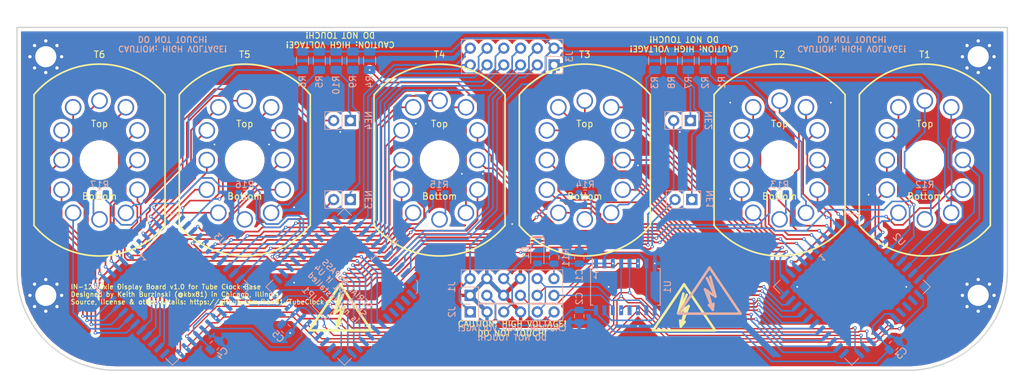
<source format=kicad_pcb>
(kicad_pcb (version 20171130) (host pcbnew "(5.1.0-0)")
  (layers (0 F.Cu signal) (31 B.Cu signal) (34 B.Paste user) (35 F.Paste user) (36 B.SilkS user) (37 F.SilkS user) (38 B.Mask user) (39 F.Mask user) (44 Edge.Cuts user))
  (net 0 "")
  (net 1 T6_K_0)
  (net 2 T6_K_1)
  (net 3 T6_K_2)
  (net 4 T6_K_3)
  (net 5 T6_K_4)
  (net 6 T6_K_5)
  (net 7 T6_K_6)
  (net 8 T6_K_7)
  (net 9 T6_K_8)
  (net 10 T6_K_9)
  (net 11 T5_K_9)
  (net 12 T5_K_8)
  (net 13 T5_K_7)
  (net 14 T5_K_6)
  (net 15 T5_K_5)
  (net 16 T5_K_4)
  (net 17 T5_K_3)
  (net 18 T5_K_2)
  (net 19 T5_K_1)
  (net 20 T5_K_0)
  (net 21 T4_K_0)
  (net 22 T4_K_1)
  (net 23 T4_K_2)
  (net 24 T4_K_3)
  (net 25 T4_K_4)
  (net 26 T4_K_5)
  (net 27 T4_K_6)
  (net 28 T4_K_7)
  (net 29 T4_K_8)
  (net 30 T4_K_9)
  (net 31 T3_K_9)
  (net 32 T3_K_8)
  (net 33 T3_K_7)
  (net 34 T3_K_6)
  (net 35 T3_K_5)
  (net 36 T3_K_4)
  (net 37 T3_K_3)
  (net 38 T3_K_2)
  (net 39 T3_K_1)
  (net 40 T3_K_0)
  (net 41 T2_K_0)
  (net 42 T2_K_1)
  (net 43 T2_K_2)
  (net 44 T2_K_3)
  (net 45 T2_K_4)
  (net 46 T2_K_5)
  (net 47 T2_K_6)
  (net 48 T2_K_7)
  (net 49 T2_K_8)
  (net 50 T2_K_9)
  (net 51 T1_K_9)
  (net 52 T1_K_8)
  (net 53 T1_K_7)
  (net 54 T1_K_6)
  (net 55 T1_K_5)
  (net 56 T1_K_4)
  (net 57 T1_K_3)
  (net 58 T1_K_2)
  (net 59 T1_K_1)
  (net 60 T1_K_0)
  (net 61 +V_IN)
  (net 62 GND)
  (net 63 +V_HV)
  (net 64 "Net-(NE4-Pad1)")
  (net 65 "Net-(NE3-Pad1)")
  (net 66 "Net-(NE2-Pad1)")
  (net 67 "Net-(NE1-Pad1)")
  (net 68 "Net-(R3-Pad1)")
  (net 69 +3V3)
  (net 70 DATA_OUT)
  (net 71 ~LE~)
  (net 72 ~BL~)
  (net 73 DATA_IN)
  (net 74 CLK)
  (net 75 T7_K)
  (net 76 T8_K)
  (net 77 T10_K)
  (net 78 T9_K)
  (net 79 ~LE_DB~)
  (net 80 ~BL_DB~)
  (net 81 CLK_DB)
  (net 82 DATA_IN_DB)
  (net 83 "Net-(R1-Pad1)")
  (net 84 "Net-(R2-Pad1)")
  (net 85 "Net-(R6-Pad1)")
  (net 86 "Net-(R4-Pad1)")
  (net 87 "Net-(R5-Pad1)")
  (net 88 DATA_THROUGH2)
  (net 89 T1_PL)
  (net 90 T2_PL)
  (net 91 T3_PL)
  (net 92 T4_PL)
  (net 93 T5_PL)
  (net 94 DATA_THROUGH1)
  (net 95 T6_PL)
  (net 96 "Net-(R12-Pad1)")
  (net 97 "Net-(R13-Pad1)")
  (net 98 "Net-(R14-Pad1)")
  (net 99 "Net-(R15-Pad1)")
  (net 100 "Net-(R16-Pad1)")
  (net 101 "Net-(R17-Pad1)")
  (net 102 EXT10)
  (net 103 EXT9)
  (net 104 EXT8)
  (net 105 EXT7)
  (net 106 EXT6)
  (net 107 EXT5)
  (net 108 EXT4)
  (net 109 EXT3)
  (net 110 EXT2)
  (net 111 EXT1)
  (net 112 DATA_OUT_DB)
  (module TubeClock:Symbol_HighVoltage_Type2_SilkBottom_VerySmall (layer F.Cu) (at 178.5874 116.8146)
    (fp_text reference REF** hide)
    (fp_text value Symbol_HighVoltage_Type2_SilkBottom_VerySmall)
  )
  (module TubeClock:Symbol_HighVoltage_Type2_SilkTop_VerySmall (layer F.Cu) (at 174.7774 119.3546)
    (fp_text reference REF** hide)
    (fp_text value Symbol_HighVoltage_Type2_SilkTop_VerySmall)
  )
  (module TubeClock:Symbol_HighVoltage_Type2_SilkTop_VerySmall (layer F.Cu) (at 122.7074 119.3546)
    (fp_text reference REF** hide)
    (fp_text value Symbol_HighVoltage_Type2_SilkTop_VerySmall)
  )
  (module Connector_PinSocket_2.54mm:PinSocket_1x06_P2.54mm_Vertical (layer B.Cu) (at 142.3924 119.3546 270)
    (fp_text reference J2 (at 0 2.77 270) (layer B.SilkS) (effects (justify mirror)))
    (fp_text value Conn_01x06)
    (pad 6 thru_hole oval (at 0 -12.7 270) (size 1.7 1.7) (drill 1) (layers *.Cu *.Mask) (net 112 DATA_OUT_DB))
    (pad 5 thru_hole oval (at 0 -10.16 270) (size 1.7 1.7) (drill 1) (layers *.Cu *.Mask) (net 81 CLK_DB))
    (pad 4 thru_hole oval (at 0 -7.62 270) (size 1.7 1.7) (drill 1) (layers *.Cu *.Mask) (net 62 GND))
    (pad 3 thru_hole oval (at 0 -5.08 270) (size 1.7 1.7) (drill 1) (layers *.Cu *.Mask) (net 69 +3V3))
    (pad 2 thru_hole oval (at 0 -2.54 270) (size 1.7 1.7) (drill 1) (layers *.Cu *.Mask) (net 62 GND))
    (pad 1 thru_hole rect (at 0 0 270) (size 1.7 1.7) (drill 1) (layers *.Cu *.Mask) (net 63 +V_HV))
  )
  (module TubeClock:Nixie_IN-12 (layer F.Cu) (at 86.2424 96.3146)
    (fp_text reference T6 (at 0 -16 180) (layer F.SilkS))
    (fp_text value IN-12B_Nixie_Tube hide)
    (fp_text user Top (at 0 -5.5) (layer F.SilkS))
    (fp_text user Bottom (at 0 5.5) (layer F.SilkS))
    (pad "" np_thru_hole circle (at 0 0) (size 5 5) (drill 5) (layers *.Cu *.Mask))
    (pad 12 thru_hole circle (at 0 8.99922) (size 2.5 2.5) (drill 2) (layers *.Cu *.Paste *.Mask) (net 95 T6_PL))
    (pad 1 thru_hole circle (at 3.99796 7.99846) (size 2.5 2.5) (drill 2) (layers *.Cu *.Paste *.Mask) (net 85 "Net-(R6-Pad1)"))
    (pad 3 thru_hole circle (at 5.74802 0) (size 2.5 2.5) (drill 2) (layers *.Cu *.Paste *.Mask) (net 10 T6_K_9))
    (pad 4 thru_hole circle (at 5.74802 -4.49834) (size 2.5 2.5) (drill 2) (layers *.Cu *.Paste *.Mask) (net 9 T6_K_8))
    (pad 5 thru_hole circle (at 3.99796 -7.99846) (size 2.5 2.5) (drill 2) (layers *.Cu *.Paste *.Mask) (net 8 T6_K_7))
    (pad 6 thru_hole circle (at 0 -8.99922) (size 2.5 2.5) (drill 2) (layers *.Cu *.Paste *.Mask) (net 7 T6_K_6))
    (pad 7 thru_hole circle (at -3.99796 -7.99846) (size 2.5 2.5) (drill 2) (layers *.Cu *.Paste *.Mask) (net 6 T6_K_5))
    (pad 8 thru_hole circle (at -5.74802 -4.49834) (size 2.5 2.5) (drill 2) (layers *.Cu *.Paste *.Mask) (net 5 T6_K_4))
    (pad 9 thru_hole circle (at -5.74802 0) (size 2.5 2.5) (drill 2) (layers *.Cu *.Paste *.Mask) (net 4 T6_K_3))
    (pad 10 thru_hole circle (at -5.74802 4.49834) (size 2.5 2.5) (drill 2) (layers *.Cu *.Paste *.Mask) (net 3 T6_K_2))
    (pad 11 thru_hole circle (at -3.99796 7.99846) (size 2.5 2.5) (drill 2) (layers *.Cu *.Paste *.Mask) (net 2 T6_K_1))
    (pad 2 thru_hole circle (at 5.74802 4.49834) (size 2.5 2.5) (drill 2) (layers *.Cu *.Paste *.Mask) (net 1 T6_K_0))
  )
  (module TubeClock:Nixie_IN-12 (layer F.Cu) (at 108.2424 96.3146)
    (fp_text reference T5 (at 0 -16 180) (layer F.SilkS))
    (fp_text value IN-12B_Nixie_Tube hide)
    (fp_text user Top (at 0 -5.5) (layer F.SilkS))
    (fp_text user Bottom (at 0 5.5) (layer F.SilkS))
    (pad "" np_thru_hole circle (at 0 0) (size 5 5) (drill 5) (layers *.Cu *.Mask))
    (pad 12 thru_hole circle (at 0 8.99922) (size 2.5 2.5) (drill 2) (layers *.Cu *.Paste *.Mask) (net 93 T5_PL))
    (pad 1 thru_hole circle (at 3.99796 7.99846) (size 2.5 2.5) (drill 2) (layers *.Cu *.Paste *.Mask) (net 87 "Net-(R5-Pad1)"))
    (pad 3 thru_hole circle (at 5.74802 0) (size 2.5 2.5) (drill 2) (layers *.Cu *.Paste *.Mask) (net 11 T5_K_9))
    (pad 4 thru_hole circle (at 5.74802 -4.49834) (size 2.5 2.5) (drill 2) (layers *.Cu *.Paste *.Mask) (net 12 T5_K_8))
    (pad 5 thru_hole circle (at 3.99796 -7.99846) (size 2.5 2.5) (drill 2) (layers *.Cu *.Paste *.Mask) (net 13 T5_K_7))
    (pad 6 thru_hole circle (at 0 -8.99922) (size 2.5 2.5) (drill 2) (layers *.Cu *.Paste *.Mask) (net 14 T5_K_6))
    (pad 7 thru_hole circle (at -3.99796 -7.99846) (size 2.5 2.5) (drill 2) (layers *.Cu *.Paste *.Mask) (net 15 T5_K_5))
    (pad 8 thru_hole circle (at -5.74802 -4.49834) (size 2.5 2.5) (drill 2) (layers *.Cu *.Paste *.Mask) (net 16 T5_K_4))
    (pad 9 thru_hole circle (at -5.74802 0) (size 2.5 2.5) (drill 2) (layers *.Cu *.Paste *.Mask) (net 17 T5_K_3))
    (pad 10 thru_hole circle (at -5.74802 4.49834) (size 2.5 2.5) (drill 2) (layers *.Cu *.Paste *.Mask) (net 18 T5_K_2))
    (pad 11 thru_hole circle (at -3.99796 7.99846) (size 2.5 2.5) (drill 2) (layers *.Cu *.Paste *.Mask) (net 19 T5_K_1))
    (pad 2 thru_hole circle (at 5.74802 4.49834) (size 2.5 2.5) (drill 2) (layers *.Cu *.Paste *.Mask) (net 20 T5_K_0))
  )
  (module TubeClock:Nixie_IN-12 (layer F.Cu) (at 137.7424 96.3146)
    (fp_text reference T4 (at 0 -16 180) (layer F.SilkS))
    (fp_text value IN-12B_Nixie_Tube hide)
    (fp_text user Top (at 0 -5.5) (layer F.SilkS))
    (fp_text user Bottom (at 0 5.5) (layer F.SilkS))
    (pad "" np_thru_hole circle (at 0 0) (size 5 5) (drill 5) (layers *.Cu *.Mask))
    (pad 12 thru_hole circle (at 0 8.99922) (size 2.5 2.5) (drill 2) (layers *.Cu *.Paste *.Mask) (net 92 T4_PL))
    (pad 1 thru_hole circle (at 3.99796 7.99846) (size 2.5 2.5) (drill 2) (layers *.Cu *.Paste *.Mask) (net 86 "Net-(R4-Pad1)"))
    (pad 3 thru_hole circle (at 5.74802 0) (size 2.5 2.5) (drill 2) (layers *.Cu *.Paste *.Mask) (net 30 T4_K_9))
    (pad 4 thru_hole circle (at 5.74802 -4.49834) (size 2.5 2.5) (drill 2) (layers *.Cu *.Paste *.Mask) (net 29 T4_K_8))
    (pad 5 thru_hole circle (at 3.99796 -7.99846) (size 2.5 2.5) (drill 2) (layers *.Cu *.Paste *.Mask) (net 28 T4_K_7))
    (pad 6 thru_hole circle (at 0 -8.99922) (size 2.5 2.5) (drill 2) (layers *.Cu *.Paste *.Mask) (net 27 T4_K_6))
    (pad 7 thru_hole circle (at -3.99796 -7.99846) (size 2.5 2.5) (drill 2) (layers *.Cu *.Paste *.Mask) (net 26 T4_K_5))
    (pad 8 thru_hole circle (at -5.74802 -4.49834) (size 2.5 2.5) (drill 2) (layers *.Cu *.Paste *.Mask) (net 25 T4_K_4))
    (pad 9 thru_hole circle (at -5.74802 0) (size 2.5 2.5) (drill 2) (layers *.Cu *.Paste *.Mask) (net 24 T4_K_3))
    (pad 10 thru_hole circle (at -5.74802 4.49834) (size 2.5 2.5) (drill 2) (layers *.Cu *.Paste *.Mask) (net 23 T4_K_2))
    (pad 11 thru_hole circle (at -3.99796 7.99846) (size 2.5 2.5) (drill 2) (layers *.Cu *.Paste *.Mask) (net 22 T4_K_1))
    (pad 2 thru_hole circle (at 5.74802 4.49834) (size 2.5 2.5) (drill 2) (layers *.Cu *.Paste *.Mask) (net 21 T4_K_0))
  )
  (module TubeClock:Nixie_IN-12 (layer F.Cu) (at 159.7424 96.3146)
    (fp_text reference T3 (at 0 -16 180) (layer F.SilkS))
    (fp_text value IN-12B_Nixie_Tube hide)
    (fp_text user Top (at 0 -5.5) (layer F.SilkS))
    (fp_text user Bottom (at 0 5.5) (layer F.SilkS))
    (pad "" np_thru_hole circle (at 0 0) (size 5 5) (drill 5) (layers *.Cu *.Mask))
    (pad 12 thru_hole circle (at 0 8.99922) (size 2.5 2.5) (drill 2) (layers *.Cu *.Paste *.Mask) (net 91 T3_PL))
    (pad 1 thru_hole circle (at 3.99796 7.99846) (size 2.5 2.5) (drill 2) (layers *.Cu *.Paste *.Mask) (net 68 "Net-(R3-Pad1)"))
    (pad 3 thru_hole circle (at 5.74802 0) (size 2.5 2.5) (drill 2) (layers *.Cu *.Paste *.Mask) (net 31 T3_K_9))
    (pad 4 thru_hole circle (at 5.74802 -4.49834) (size 2.5 2.5) (drill 2) (layers *.Cu *.Paste *.Mask) (net 32 T3_K_8))
    (pad 5 thru_hole circle (at 3.99796 -7.99846) (size 2.5 2.5) (drill 2) (layers *.Cu *.Paste *.Mask) (net 33 T3_K_7))
    (pad 6 thru_hole circle (at 0 -8.99922) (size 2.5 2.5) (drill 2) (layers *.Cu *.Paste *.Mask) (net 34 T3_K_6))
    (pad 7 thru_hole circle (at -3.99796 -7.99846) (size 2.5 2.5) (drill 2) (layers *.Cu *.Paste *.Mask) (net 35 T3_K_5))
    (pad 8 thru_hole circle (at -5.74802 -4.49834) (size 2.5 2.5) (drill 2) (layers *.Cu *.Paste *.Mask) (net 36 T3_K_4))
    (pad 9 thru_hole circle (at -5.74802 0) (size 2.5 2.5) (drill 2) (layers *.Cu *.Paste *.Mask) (net 37 T3_K_3))
    (pad 10 thru_hole circle (at -5.74802 4.49834) (size 2.5 2.5) (drill 2) (layers *.Cu *.Paste *.Mask) (net 38 T3_K_2))
    (pad 11 thru_hole circle (at -3.99796 7.99846) (size 2.5 2.5) (drill 2) (layers *.Cu *.Paste *.Mask) (net 39 T3_K_1))
    (pad 2 thru_hole circle (at 5.74802 4.49834) (size 2.5 2.5) (drill 2) (layers *.Cu *.Paste *.Mask) (net 40 T3_K_0))
  )
  (module TubeClock:Nixie_IN-12 (layer F.Cu) (at 189.2424 96.3146)
    (fp_text reference T2 (at 0 -16 180) (layer F.SilkS))
    (fp_text value IN-12B_Nixie_Tube hide)
    (fp_text user Top (at 0 -5.5) (layer F.SilkS))
    (fp_text user Bottom (at 0 5.5) (layer F.SilkS))
    (pad "" np_thru_hole circle (at 0 0) (size 5 5) (drill 5) (layers *.Cu *.Mask))
    (pad 12 thru_hole circle (at 0 8.99922) (size 2.5 2.5) (drill 2) (layers *.Cu *.Paste *.Mask) (net 90 T2_PL))
    (pad 1 thru_hole circle (at 3.99796 7.99846) (size 2.5 2.5) (drill 2) (layers *.Cu *.Paste *.Mask) (net 84 "Net-(R2-Pad1)"))
    (pad 3 thru_hole circle (at 5.74802 0) (size 2.5 2.5) (drill 2) (layers *.Cu *.Paste *.Mask) (net 50 T2_K_9))
    (pad 4 thru_hole circle (at 5.74802 -4.49834) (size 2.5 2.5) (drill 2) (layers *.Cu *.Paste *.Mask) (net 49 T2_K_8))
    (pad 5 thru_hole circle (at 3.99796 -7.99846) (size 2.5 2.5) (drill 2) (layers *.Cu *.Paste *.Mask) (net 48 T2_K_7))
    (pad 6 thru_hole circle (at 0 -8.99922) (size 2.5 2.5) (drill 2) (layers *.Cu *.Paste *.Mask) (net 47 T2_K_6))
    (pad 7 thru_hole circle (at -3.99796 -7.99846) (size 2.5 2.5) (drill 2) (layers *.Cu *.Paste *.Mask) (net 46 T2_K_5))
    (pad 8 thru_hole circle (at -5.74802 -4.49834) (size 2.5 2.5) (drill 2) (layers *.Cu *.Paste *.Mask) (net 45 T2_K_4))
    (pad 9 thru_hole circle (at -5.74802 0) (size 2.5 2.5) (drill 2) (layers *.Cu *.Paste *.Mask) (net 44 T2_K_3))
    (pad 10 thru_hole circle (at -5.74802 4.49834) (size 2.5 2.5) (drill 2) (layers *.Cu *.Paste *.Mask) (net 43 T2_K_2))
    (pad 11 thru_hole circle (at -3.99796 7.99846) (size 2.5 2.5) (drill 2) (layers *.Cu *.Paste *.Mask) (net 42 T2_K_1))
    (pad 2 thru_hole circle (at 5.74802 4.49834) (size 2.5 2.5) (drill 2) (layers *.Cu *.Paste *.Mask) (net 41 T2_K_0))
  )
  (module TubeClock:Nixie_IN-12 (layer F.Cu) (at 211.2424 96.3146)
    (fp_text reference T1 (at 0 -16 180) (layer F.SilkS))
    (fp_text value IN-12B_Nixie_Tube hide)
    (fp_text user Top (at 0 -5.5) (layer F.SilkS))
    (fp_text user Bottom (at 0 5.5) (layer F.SilkS))
    (pad "" np_thru_hole circle (at 0 0) (size 5 5) (drill 5) (layers *.Cu *.Mask))
    (pad 12 thru_hole circle (at 0 8.99922) (size 2.5 2.5) (drill 2) (layers *.Cu *.Paste *.Mask) (net 89 T1_PL))
    (pad 1 thru_hole circle (at 3.99796 7.99846) (size 2.5 2.5) (drill 2) (layers *.Cu *.Paste *.Mask) (net 83 "Net-(R1-Pad1)"))
    (pad 3 thru_hole circle (at 5.74802 0) (size 2.5 2.5) (drill 2) (layers *.Cu *.Paste *.Mask) (net 51 T1_K_9))
    (pad 4 thru_hole circle (at 5.74802 -4.49834) (size 2.5 2.5) (drill 2) (layers *.Cu *.Paste *.Mask) (net 52 T1_K_8))
    (pad 5 thru_hole circle (at 3.99796 -7.99846) (size 2.5 2.5) (drill 2) (layers *.Cu *.Paste *.Mask) (net 53 T1_K_7))
    (pad 6 thru_hole circle (at 0 -8.99922) (size 2.5 2.5) (drill 2) (layers *.Cu *.Paste *.Mask) (net 54 T1_K_6))
    (pad 7 thru_hole circle (at -3.99796 -7.99846) (size 2.5 2.5) (drill 2) (layers *.Cu *.Paste *.Mask) (net 55 T1_K_5))
    (pad 8 thru_hole circle (at -5.74802 -4.49834) (size 2.5 2.5) (drill 2) (layers *.Cu *.Paste *.Mask) (net 56 T1_K_4))
    (pad 9 thru_hole circle (at -5.74802 0) (size 2.5 2.5) (drill 2) (layers *.Cu *.Paste *.Mask) (net 57 T1_K_3))
    (pad 10 thru_hole circle (at -5.74802 4.49834) (size 2.5 2.5) (drill 2) (layers *.Cu *.Paste *.Mask) (net 58 T1_K_2))
    (pad 11 thru_hole circle (at -3.99796 7.99846) (size 2.5 2.5) (drill 2) (layers *.Cu *.Paste *.Mask) (net 59 T1_K_1))
    (pad 2 thru_hole circle (at 5.74802 4.49834) (size 2.5 2.5) (drill 2) (layers *.Cu *.Paste *.Mask) (net 60 T1_K_0))
  )
  (module Connector_PinSocket_2.54mm:PinSocket_1x02_P2.54mm_Vertical (layer B.Cu) (at 124.2424 90.3146 90)
    (fp_text reference NE4 (at 0 2.77 90) (layer B.SilkS) (effects (justify mirror)))
    (fp_text value Lamp_Neon)
    (pad 2 thru_hole oval (at 0 -2.54 90) (size 1.7 1.7) (drill 1) (layers *.Cu *.Mask) (net 77 T10_K))
    (pad 1 thru_hole rect (at 0 0 90) (size 1.7 1.7) (drill 1) (layers *.Cu *.Mask) (net 64 "Net-(NE4-Pad1)"))
  )
  (module Connector_PinSocket_2.54mm:PinSocket_1x02_P2.54mm_Vertical (layer B.Cu) (at 124.2424 102.3146 90)
    (fp_text reference NE3 (at 0 2.77 90) (layer B.SilkS) (effects (justify mirror)))
    (fp_text value Lamp_Neon)
    (pad 2 thru_hole oval (at 0 -2.54 90) (size 1.7 1.7) (drill 1) (layers *.Cu *.Mask) (net 78 T9_K))
    (pad 1 thru_hole rect (at 0 0 90) (size 1.7 1.7) (drill 1) (layers *.Cu *.Mask) (net 65 "Net-(NE3-Pad1)"))
  )
  (module Connector_PinSocket_2.54mm:PinSocket_1x02_P2.54mm_Vertical (layer B.Cu) (at 175.7424 90.3146 90)
    (fp_text reference NE2 (at 0 2.77 90) (layer B.SilkS) (effects (justify mirror)))
    (fp_text value Lamp_Neon)
    (pad 2 thru_hole oval (at 0 -2.54 90) (size 1.7 1.7) (drill 1) (layers *.Cu *.Mask) (net 76 T8_K))
    (pad 1 thru_hole rect (at 0 0 90) (size 1.7 1.7) (drill 1) (layers *.Cu *.Mask) (net 66 "Net-(NE2-Pad1)"))
  )
  (module Connector_PinSocket_2.54mm:PinSocket_1x02_P2.54mm_Vertical (layer B.Cu) (at 175.952 102.3146 90)
    (fp_text reference NE1 (at 0 2.77 90) (layer B.SilkS) (effects (justify mirror)))
    (fp_text value Lamp_Neon)
    (pad 2 thru_hole oval (at 0 -2.54 90) (size 1.7 1.7) (drill 1) (layers *.Cu *.Mask) (net 75 T7_K))
    (pad 1 thru_hole rect (at 0 0 90) (size 1.7 1.7) (drill 1) (layers *.Cu *.Mask) (net 67 "Net-(NE1-Pad1)"))
  )
  (module Package_LCC:PLCC-44_16.6x16.6mm_P1.27mm (layer B.Cu) (at 123.3424 115.5446 135)
    (fp_text reference U4 (at 0 10.16 135) (layer B.SilkS) (effects (justify mirror)))
    (fp_text value HV5622)
    (pad 44 smd roundrect (at 1.27 8 135) (size 0.6 1.7) (layers B.Cu B.Paste B.Mask) (net 106 EXT6))
    (pad 43 smd roundrect (at 2.54 8 135) (size 0.6 1.7) (layers B.Cu B.Paste B.Mask) (net 105 EXT7))
    (pad 42 smd roundrect (at 3.81 8 135) (size 0.6 1.7) (layers B.Cu B.Paste B.Mask) (net 104 EXT8))
    (pad 41 smd roundrect (at 5.08 8 135) (size 0.6 1.7) (layers B.Cu B.Paste B.Mask) (net 103 EXT9))
    (pad 40 smd roundrect (at 6.35 8 135) (size 0.6 1.7) (layers B.Cu B.Paste B.Mask) (net 102 EXT10))
    (pad 39 smd roundrect (at 8 6.35 135) (size 1.7 0.6) (layers B.Cu B.Paste B.Mask))
    (pad 38 smd roundrect (at 8 5.08 135) (size 1.7 0.6) (layers B.Cu B.Paste B.Mask))
    (pad 37 smd roundrect (at 8 3.81 135) (size 1.7 0.6) (layers B.Cu B.Paste B.Mask))
    (pad 36 smd roundrect (at 8 2.54 135) (size 1.7 0.6) (layers B.Cu B.Paste B.Mask))
    (pad 35 smd roundrect (at 8 1.27 135) (size 1.7 0.6) (layers B.Cu B.Paste B.Mask))
    (pad 34 smd roundrect (at 8 0 135) (size 1.7 0.6) (layers B.Cu B.Paste B.Mask))
    (pad 33 smd roundrect (at 8 -1.27 135) (size 1.7 0.6) (layers B.Cu B.Paste B.Mask))
    (pad 32 smd roundrect (at 8 -2.54 135) (size 1.7 0.6) (layers B.Cu B.Paste B.Mask))
    (pad 31 smd roundrect (at 8 -3.81 135) (size 1.7 0.6) (layers B.Cu B.Paste B.Mask))
    (pad 30 smd roundrect (at 8 -5.08 135) (size 1.7 0.6) (layers B.Cu B.Paste B.Mask))
    (pad 29 smd roundrect (at 8 -6.35 135) (size 1.7 0.6) (layers B.Cu B.Paste B.Mask))
    (pad 28 smd roundrect (at 6.35 -8 135) (size 0.6 1.7) (layers B.Cu B.Paste B.Mask) (net 72 ~BL~))
    (pad 27 smd roundrect (at 5.08 -8 135) (size 0.6 1.7) (layers B.Cu B.Paste B.Mask) (net 88 DATA_THROUGH2))
    (pad 26 smd roundrect (at 3.81 -8 135) (size 0.6 1.7) (layers B.Cu B.Paste B.Mask) (net 71 ~LE~))
    (pad 25 smd roundrect (at 2.54 -8 135) (size 0.6 1.7) (layers B.Cu B.Paste B.Mask) (net 61 +V_IN))
    (pad 24 smd roundrect (at 1.27 -8 135) (size 0.6 1.7) (layers B.Cu B.Paste B.Mask) (net 62 GND))
    (pad 23 smd roundrect (at 0 -8 135) (size 0.6 1.7) (layers B.Cu B.Paste B.Mask) (net 74 CLK))
    (pad 22 smd roundrect (at -1.27 -8 135) (size 0.6 1.7) (layers B.Cu B.Paste B.Mask) (net 61 +V_IN))
    (pad 21 smd roundrect (at -2.54 -8 135) (size 0.6 1.7) (layers B.Cu B.Paste B.Mask))
    (pad 20 smd roundrect (at -3.81 -8 135) (size 0.6 1.7) (layers B.Cu B.Paste B.Mask))
    (pad 19 smd roundrect (at -5.08 -8 135) (size 0.6 1.7) (layers B.Cu B.Paste B.Mask))
    (pad 18 smd roundrect (at -6.35 -8 135) (size 0.6 1.7) (layers B.Cu B.Paste B.Mask) (net 70 DATA_OUT))
    (pad 17 smd roundrect (at -8 -6.35 135) (size 1.7 0.6) (layers B.Cu B.Paste B.Mask) (net 96 "Net-(R12-Pad1)"))
    (pad 16 smd roundrect (at -8 -5.08 135) (size 1.7 0.6) (layers B.Cu B.Paste B.Mask) (net 97 "Net-(R13-Pad1)"))
    (pad 15 smd roundrect (at -8 -3.81 135) (size 1.7 0.6) (layers B.Cu B.Paste B.Mask) (net 98 "Net-(R14-Pad1)"))
    (pad 14 smd roundrect (at -8 -2.54 135) (size 1.7 0.6) (layers B.Cu B.Paste B.Mask) (net 99 "Net-(R15-Pad1)"))
    (pad 13 smd roundrect (at -8 -1.27 135) (size 1.7 0.6) (layers B.Cu B.Paste B.Mask) (net 100 "Net-(R16-Pad1)"))
    (pad 12 smd roundrect (at -8 0 135) (size 1.7 0.6) (layers B.Cu B.Paste B.Mask) (net 101 "Net-(R17-Pad1)"))
    (pad 11 smd roundrect (at -8 1.27 135) (size 1.7 0.6) (layers B.Cu B.Paste B.Mask))
    (pad 10 smd roundrect (at -8 2.54 135) (size 1.7 0.6) (layers B.Cu B.Paste B.Mask))
    (pad 9 smd roundrect (at -8 3.81 135) (size 1.7 0.6) (layers B.Cu B.Paste B.Mask))
    (pad 8 smd roundrect (at -8 5.08 135) (size 1.7 0.6) (layers B.Cu B.Paste B.Mask))
    (pad 7 smd roundrect (at -8 6.35 135) (size 1.7 0.6) (layers B.Cu B.Paste B.Mask))
    (pad 6 smd roundrect (at -6.35 8 135) (size 0.6 1.7) (layers B.Cu B.Paste B.Mask))
    (pad 5 smd roundrect (at -5.08 8 135) (size 0.6 1.7) (layers B.Cu B.Paste B.Mask) (net 111 EXT1))
    (pad 4 smd roundrect (at -3.81 8 135) (size 0.6 1.7) (layers B.Cu B.Paste B.Mask) (net 110 EXT2))
    (pad 3 smd roundrect (at -2.54 8 135) (size 0.6 1.7) (layers B.Cu B.Paste B.Mask) (net 109 EXT3))
    (pad 2 smd roundrect (at -1.27 8 135) (size 0.6 1.7) (layers B.Cu B.Paste B.Mask) (net 108 EXT4))
    (pad 1 smd roundrect (at 0 8 135) (size 0.6 1.7) (layers B.Cu B.Paste B.Mask) (net 107 EXT5))
  )
  (module Connector_PinHeader_2.54mm:PinHeader_2x06_P2.54mm_Vertical (layer B.Cu) (at 155.0924 81.8896 90)
    (fp_text reference J3 (at 1.27 2.33 90) (layer B.SilkS) (effects (justify mirror)))
    (fp_text value Conn_02x06_Odd_Even)
    (pad 12 thru_hole oval (at 2.54 -12.7 90) (size 1.7 1.7) (drill 1) (layers *.Cu *.Mask) (net 102 EXT10))
    (pad 11 thru_hole oval (at 0 -12.7 90) (size 1.7 1.7) (drill 1) (layers *.Cu *.Mask) (net 103 EXT9))
    (pad 10 thru_hole oval (at 2.54 -10.16 90) (size 1.7 1.7) (drill 1) (layers *.Cu *.Mask) (net 104 EXT8))
    (pad 9 thru_hole oval (at 0 -10.16 90) (size 1.7 1.7) (drill 1) (layers *.Cu *.Mask) (net 105 EXT7))
    (pad 8 thru_hole oval (at 2.54 -7.62 90) (size 1.7 1.7) (drill 1) (layers *.Cu *.Mask) (net 106 EXT6))
    (pad 7 thru_hole oval (at 0 -7.62 90) (size 1.7 1.7) (drill 1) (layers *.Cu *.Mask) (net 107 EXT5))
    (pad 6 thru_hole oval (at 2.54 -5.08 90) (size 1.7 1.7) (drill 1) (layers *.Cu *.Mask) (net 108 EXT4))
    (pad 5 thru_hole oval (at 0 -5.08 90) (size 1.7 1.7) (drill 1) (layers *.Cu *.Mask) (net 109 EXT3))
    (pad 4 thru_hole oval (at 2.54 -2.54 90) (size 1.7 1.7) (drill 1) (layers *.Cu *.Mask) (net 110 EXT2))
    (pad 3 thru_hole oval (at 0 -2.54 90) (size 1.7 1.7) (drill 1) (layers *.Cu *.Mask) (net 111 EXT1))
    (pad 2 thru_hole oval (at 2.54 0 90) (size 1.7 1.7) (drill 1) (layers *.Cu *.Mask) (net 63 +V_HV))
    (pad 1 thru_hole rect (at 0 0 90) (size 1.7 1.7) (drill 1) (layers *.Cu *.Mask) (net 62 GND))
  )
  (module Connector_PinSocket_2.54mm:PinSocket_2x06_P2.54mm_Vertical (layer B.Cu) (at 142.367 116.84 270)
    (fp_text reference J1 (at -1.27 2.77 270) (layer B.SilkS) (effects (justify mirror)))
    (fp_text value Conn_02x06_Odd_Even)
    (pad 12 thru_hole oval (at -2.54 -12.7 270) (size 1.7 1.7) (drill 1) (layers *.Cu *.Mask) (net 112 DATA_OUT_DB))
    (pad 11 thru_hole oval (at 0 -12.7 270) (size 1.7 1.7) (drill 1) (layers *.Cu *.Mask) (net 82 DATA_IN_DB))
    (pad 10 thru_hole oval (at -2.54 -10.16 270) (size 1.7 1.7) (drill 1) (layers *.Cu *.Mask) (net 81 CLK_DB))
    (pad 9 thru_hole oval (at 0 -10.16 270) (size 1.7 1.7) (drill 1) (layers *.Cu *.Mask) (net 79 ~LE_DB~))
    (pad 8 thru_hole oval (at -2.54 -7.62 270) (size 1.7 1.7) (drill 1) (layers *.Cu *.Mask) (net 62 GND))
    (pad 7 thru_hole oval (at 0 -7.62 270) (size 1.7 1.7) (drill 1) (layers *.Cu *.Mask) (net 80 ~BL_DB~))
    (pad 6 thru_hole oval (at -2.54 -5.08 270) (size 1.7 1.7) (drill 1) (layers *.Cu *.Mask) (net 69 +3V3))
    (pad 5 thru_hole oval (at 0 -5.08 270) (size 1.7 1.7) (drill 1) (layers *.Cu *.Mask) (net 62 GND))
    (pad 4 thru_hole oval (at -2.54 -2.54 270) (size 1.7 1.7) (drill 1) (layers *.Cu *.Mask) (net 62 GND))
    (pad 3 thru_hole oval (at 0 -2.54 270) (size 1.7 1.7) (drill 1) (layers *.Cu *.Mask) (net 61 +V_IN))
    (pad 2 thru_hole oval (at -2.54 0 270) (size 1.7 1.7) (drill 1) (layers *.Cu *.Mask) (net 63 +V_HV))
    (pad 1 thru_hole rect (at 0 0 270) (size 1.7 1.7) (drill 1) (layers *.Cu *.Mask) (net 62 GND))
  )
  (module Package_LCC:PLCC-44_16.6x16.6mm_P1.27mm (layer B.Cu) (at 200.1774 115.5446 225)
    (fp_text reference U2 (at -10.16 0 315) (layer B.SilkS) (effects (justify mirror)))
    (fp_text value HV5622)
    (pad 44 smd roundrect (at 1.27 8 225) (size 0.6 1.7) (layers B.Cu B.Paste B.Mask) (net 43 T2_K_2))
    (pad 43 smd roundrect (at 2.54 8 225) (size 0.6 1.7) (layers B.Cu B.Paste B.Mask) (net 42 T2_K_1))
    (pad 42 smd roundrect (at 3.81 8 225) (size 0.6 1.7) (layers B.Cu B.Paste B.Mask) (net 41 T2_K_0))
    (pad 41 smd roundrect (at 5.08 8 225) (size 0.6 1.7) (layers B.Cu B.Paste B.Mask) (net 31 T3_K_9))
    (pad 40 smd roundrect (at 6.35 8 225) (size 0.6 1.7) (layers B.Cu B.Paste B.Mask) (net 32 T3_K_8))
    (pad 39 smd roundrect (at 8 6.35 225) (size 1.7 0.6) (layers B.Cu B.Paste B.Mask) (net 33 T3_K_7))
    (pad 38 smd roundrect (at 8 5.08 225) (size 1.7 0.6) (layers B.Cu B.Paste B.Mask) (net 34 T3_K_6))
    (pad 37 smd roundrect (at 8 3.81 225) (size 1.7 0.6) (layers B.Cu B.Paste B.Mask) (net 35 T3_K_5))
    (pad 36 smd roundrect (at 8 2.54 225) (size 1.7 0.6) (layers B.Cu B.Paste B.Mask) (net 36 T3_K_4))
    (pad 35 smd roundrect (at 8 1.27 225) (size 1.7 0.6) (layers B.Cu B.Paste B.Mask) (net 37 T3_K_3))
    (pad 34 smd roundrect (at 8 0 225) (size 1.7 0.6) (layers B.Cu B.Paste B.Mask) (net 38 T3_K_2))
    (pad 33 smd roundrect (at 8 -1.27 225) (size 1.7 0.6) (layers B.Cu B.Paste B.Mask) (net 39 T3_K_1))
    (pad 32 smd roundrect (at 8 -2.54 225) (size 1.7 0.6) (layers B.Cu B.Paste B.Mask) (net 40 T3_K_0))
    (pad 31 smd roundrect (at 8 -3.81 225) (size 1.7 0.6) (layers B.Cu B.Paste B.Mask) (net 30 T4_K_9))
    (pad 30 smd roundrect (at 8 -5.08 225) (size 1.7 0.6) (layers B.Cu B.Paste B.Mask) (net 29 T4_K_8))
    (pad 29 smd roundrect (at 8 -6.35 225) (size 1.7 0.6) (layers B.Cu B.Paste B.Mask))
    (pad 28 smd roundrect (at 6.35 -8 225) (size 0.6 1.7) (layers B.Cu B.Paste B.Mask) (net 72 ~BL~))
    (pad 27 smd roundrect (at 5.08 -8 225) (size 0.6 1.7) (layers B.Cu B.Paste B.Mask) (net 73 DATA_IN))
    (pad 26 smd roundrect (at 3.81 -8 225) (size 0.6 1.7) (layers B.Cu B.Paste B.Mask) (net 71 ~LE~))
    (pad 25 smd roundrect (at 2.54 -8 225) (size 0.6 1.7) (layers B.Cu B.Paste B.Mask) (net 61 +V_IN))
    (pad 24 smd roundrect (at 1.27 -8 225) (size 0.6 1.7) (layers B.Cu B.Paste B.Mask) (net 62 GND))
    (pad 23 smd roundrect (at 0 -8 225) (size 0.6 1.7) (layers B.Cu B.Paste B.Mask) (net 74 CLK))
    (pad 22 smd roundrect (at -1.27 -8 225) (size 0.6 1.7) (layers B.Cu B.Paste B.Mask) (net 61 +V_IN))
    (pad 21 smd roundrect (at -2.54 -8 225) (size 0.6 1.7) (layers B.Cu B.Paste B.Mask))
    (pad 20 smd roundrect (at -3.81 -8 225) (size 0.6 1.7) (layers B.Cu B.Paste B.Mask))
    (pad 19 smd roundrect (at -5.08 -8 225) (size 0.6 1.7) (layers B.Cu B.Paste B.Mask))
    (pad 18 smd roundrect (at -6.35 -8 225) (size 0.6 1.7) (layers B.Cu B.Paste B.Mask) (net 94 DATA_THROUGH1))
    (pad 17 smd roundrect (at -8 -6.35 225) (size 1.7 0.6) (layers B.Cu B.Paste B.Mask) (net 51 T1_K_9))
    (pad 16 smd roundrect (at -8 -5.08 225) (size 1.7 0.6) (layers B.Cu B.Paste B.Mask) (net 52 T1_K_8))
    (pad 15 smd roundrect (at -8 -3.81 225) (size 1.7 0.6) (layers B.Cu B.Paste B.Mask) (net 53 T1_K_7))
    (pad 14 smd roundrect (at -8 -2.54 225) (size 1.7 0.6) (layers B.Cu B.Paste B.Mask) (net 54 T1_K_6))
    (pad 13 smd roundrect (at -8 -1.27 225) (size 1.7 0.6) (layers B.Cu B.Paste B.Mask) (net 55 T1_K_5))
    (pad 12 smd roundrect (at -8 0 225) (size 1.7 0.6) (layers B.Cu B.Paste B.Mask) (net 56 T1_K_4))
    (pad 11 smd roundrect (at -8 1.27 225) (size 1.7 0.6) (layers B.Cu B.Paste B.Mask) (net 57 T1_K_3))
    (pad 10 smd roundrect (at -8 2.54 225) (size 1.7 0.6) (layers B.Cu B.Paste B.Mask) (net 58 T1_K_2))
    (pad 9 smd roundrect (at -8 3.81 225) (size 1.7 0.6) (layers B.Cu B.Paste B.Mask) (net 59 T1_K_1))
    (pad 8 smd roundrect (at -8 5.08 225) (size 1.7 0.6) (layers B.Cu B.Paste B.Mask) (net 60 T1_K_0))
    (pad 7 smd roundrect (at -8 6.35 225) (size 1.7 0.6) (layers B.Cu B.Paste B.Mask) (net 50 T2_K_9))
    (pad 6 smd roundrect (at -6.35 8 225) (size 0.6 1.7) (layers B.Cu B.Paste B.Mask) (net 49 T2_K_8))
    (pad 5 smd roundrect (at -5.08 8 225) (size 0.6 1.7) (layers B.Cu B.Paste B.Mask) (net 48 T2_K_7))
    (pad 4 smd roundrect (at -3.81 8 225) (size 0.6 1.7) (layers B.Cu B.Paste B.Mask) (net 47 T2_K_6))
    (pad 3 smd roundrect (at -2.54 8 225) (size 0.6 1.7) (layers B.Cu B.Paste B.Mask) (net 46 T2_K_5))
    (pad 2 smd roundrect (at -1.27 8 225) (size 0.6 1.7) (layers B.Cu B.Paste B.Mask) (net 45 T2_K_4))
    (pad 1 smd roundrect (at 0 8 225) (size 0.6 1.7) (layers B.Cu B.Paste B.Mask) (net 44 T2_K_3))
  )
  (module Resistor_SMD:R_0805_2012Metric (layer B.Cu) (at 86.2584 101.5746 180)
    (fp_text reference R17 (at 0 1.524 180) (layer B.SilkS) (effects (justify mirror)))
    (fp_text value 10K)
    (pad 2 smd roundrect (at 0.9375 0 180) (size 0.975 1.4) (layers B.Cu B.Paste B.Mask) (net 95 T6_PL))
    (pad 1 smd roundrect (at -0.9375 0 180) (size 0.975 1.4) (layers B.Cu B.Paste B.Mask) (net 101 "Net-(R17-Pad1)"))
  )
  (module Resistor_SMD:R_0805_2012Metric (layer B.Cu) (at 108.2294 101.5746 180)
    (fp_text reference R16 (at 0 1.524 180) (layer B.SilkS) (effects (justify mirror)))
    (fp_text value 10K)
    (pad 2 smd roundrect (at 0.9375 0 180) (size 0.975 1.4) (layers B.Cu B.Paste B.Mask) (net 93 T5_PL))
    (pad 1 smd roundrect (at -0.9375 0 180) (size 0.975 1.4) (layers B.Cu B.Paste B.Mask) (net 100 "Net-(R16-Pad1)"))
  )
  (module Resistor_SMD:R_0805_2012Metric (layer B.Cu) (at 137.6934 101.5746)
    (fp_text reference R15 (at 0 -1.524) (layer B.SilkS) (effects (justify mirror)))
    (fp_text value 10K)
    (pad 2 smd roundrect (at 0.9375 0) (size 0.975 1.4) (layers B.Cu B.Paste B.Mask) (net 92 T4_PL))
    (pad 1 smd roundrect (at -0.9375 0) (size 0.975 1.4) (layers B.Cu B.Paste B.Mask) (net 99 "Net-(R15-Pad1)"))
  )
  (module Resistor_SMD:R_0805_2012Metric (layer B.Cu) (at 159.7914 101.5746)
    (fp_text reference R14 (at 0 -1.524) (layer B.SilkS) (effects (justify mirror)))
    (fp_text value 10K)
    (pad 2 smd roundrect (at 0.9375 0) (size 0.975 1.4) (layers B.Cu B.Paste B.Mask) (net 91 T3_PL))
    (pad 1 smd roundrect (at -0.9375 0) (size 0.975 1.4) (layers B.Cu B.Paste B.Mask) (net 98 "Net-(R14-Pad1)"))
  )
  (module Resistor_SMD:R_0805_2012Metric (layer B.Cu) (at 189.2554 101.5746)
    (fp_text reference R13 (at 0 -1.524) (layer B.SilkS) (effects (justify mirror)))
    (fp_text value 10K)
    (pad 2 smd roundrect (at 0.9375 0) (size 0.975 1.4) (layers B.Cu B.Paste B.Mask) (net 90 T2_PL))
    (pad 1 smd roundrect (at -0.9375 0) (size 0.975 1.4) (layers B.Cu B.Paste B.Mask) (net 97 "Net-(R13-Pad1)"))
  )
  (module Resistor_SMD:R_0805_2012Metric (layer B.Cu) (at 211.2264 101.5746)
    (fp_text reference R12 (at 0 -1.524) (layer B.SilkS) (effects (justify mirror)))
    (fp_text value 10K)
    (pad 2 smd roundrect (at 0.9375 0) (size 0.975 1.4) (layers B.Cu B.Paste B.Mask) (net 89 T1_PL))
    (pad 1 smd roundrect (at -0.9375 0) (size 0.975 1.4) (layers B.Cu B.Paste B.Mask) (net 96 "Net-(R12-Pad1)"))
  )
  (module Jumper:SolderJumper-2_P1.3mm_Open_Pad1.0x1.5mm (layer B.Cu) (at 120.1674 118.7196 315)
    (fp_text reference JP1 (at -2.921 0 315) (layer B.SilkS) (effects (justify mirror)))
    (fp_text value SolderJumper_2_Open)
    (pad 1 smd rect (at -0.65 0 315) (size 1 1.5) (layers B.Cu B.Mask) (net 88 DATA_THROUGH2))
    (pad 2 smd rect (at 0.65 0 315) (size 1 1.5) (layers B.Cu B.Mask) (net 70 DATA_OUT))
  )
  (module Capacitor_SMD:C_0805_2012Metric (layer B.Cu) (at 114.4524 121.8946 315)
    (fp_text reference C5 (at 0 1.65 315) (layer B.SilkS) (effects (justify mirror)))
    (fp_text value "100 nF")
    (pad 2 smd roundrect (at 0.9375 0 315) (size 0.975 1.4) (layers B.Cu B.Paste B.Mask) (net 62 GND))
    (pad 1 smd roundrect (at -0.9375 0 315) (size 0.975 1.4) (layers B.Cu B.Paste B.Mask) (net 61 +V_IN))
  )
  (module Resistor_SMD:R_0805_2012Metric (layer B.Cu) (at 155.0924 111.0996 270)
    (fp_text reference R11 (at 0 -1.778 270) (layer B.SilkS) (effects (justify mirror)))
    (fp_text value 10K)
    (pad 2 smd roundrect (at 0.9375 0 270) (size 0.975 1.4) (layers B.Cu B.Paste B.Mask) (net 112 DATA_OUT_DB))
    (pad 1 smd roundrect (at -0.9375 0 270) (size 0.975 1.4) (layers B.Cu B.Paste B.Mask) (net 69 +3V3))
  )
  (module Diode_SMD:D_SOD-123 (layer B.Cu) (at 152.5524 110.3376 270)
    (fp_text reference D1 (at 0 1.778 270) (layer B.SilkS) (effects (justify mirror)))
    (fp_text value 1N4148)
    (pad 2 smd rect (at 1.65 0 270) (size 0.9 1.2) (layers B.Cu B.Paste B.Mask) (net 112 DATA_OUT_DB))
    (pad 1 smd rect (at -1.65 0 270) (size 0.9 1.2) (layers B.Cu B.Paste B.Mask) (net 70 DATA_OUT))
  )
  (module Package_LCC:PLCC-44_16.6x16.6mm_P1.27mm (layer B.Cu) (at 97.3074 115.5446 225)
    (fp_text reference U3 (at -10.16 0 315) (layer B.SilkS) (effects (justify mirror)))
    (fp_text value HV5622)
    (pad 44 smd roundrect (at 1.27 8 225) (size 0.6 1.7) (layers B.Cu B.Paste B.Mask) (net 20 T5_K_0))
    (pad 43 smd roundrect (at 2.54 8 225) (size 0.6 1.7) (layers B.Cu B.Paste B.Mask) (net 10 T6_K_9))
    (pad 42 smd roundrect (at 3.81 8 225) (size 0.6 1.7) (layers B.Cu B.Paste B.Mask) (net 9 T6_K_8))
    (pad 41 smd roundrect (at 5.08 8 225) (size 0.6 1.7) (layers B.Cu B.Paste B.Mask) (net 8 T6_K_7))
    (pad 40 smd roundrect (at 6.35 8 225) (size 0.6 1.7) (layers B.Cu B.Paste B.Mask) (net 7 T6_K_6))
    (pad 39 smd roundrect (at 8 6.35 225) (size 1.7 0.6) (layers B.Cu B.Paste B.Mask) (net 6 T6_K_5))
    (pad 38 smd roundrect (at 8 5.08 225) (size 1.7 0.6) (layers B.Cu B.Paste B.Mask) (net 5 T6_K_4))
    (pad 37 smd roundrect (at 8 3.81 225) (size 1.7 0.6) (layers B.Cu B.Paste B.Mask) (net 4 T6_K_3))
    (pad 36 smd roundrect (at 8 2.54 225) (size 1.7 0.6) (layers B.Cu B.Paste B.Mask) (net 3 T6_K_2))
    (pad 35 smd roundrect (at 8 1.27 225) (size 1.7 0.6) (layers B.Cu B.Paste B.Mask) (net 2 T6_K_1))
    (pad 34 smd roundrect (at 8 0 225) (size 1.7 0.6) (layers B.Cu B.Paste B.Mask) (net 1 T6_K_0))
    (pad 33 smd roundrect (at 8 -1.27 225) (size 1.7 0.6) (layers B.Cu B.Paste B.Mask) (net 77 T10_K))
    (pad 32 smd roundrect (at 8 -2.54 225) (size 1.7 0.6) (layers B.Cu B.Paste B.Mask) (net 78 T9_K))
    (pad 31 smd roundrect (at 8 -3.81 225) (size 1.7 0.6) (layers B.Cu B.Paste B.Mask) (net 76 T8_K))
    (pad 30 smd roundrect (at 8 -5.08 225) (size 1.7 0.6) (layers B.Cu B.Paste B.Mask) (net 75 T7_K))
    (pad 29 smd roundrect (at 8 -6.35 225) (size 1.7 0.6) (layers B.Cu B.Paste B.Mask))
    (pad 28 smd roundrect (at 6.35 -8 225) (size 0.6 1.7) (layers B.Cu B.Paste B.Mask) (net 72 ~BL~))
    (pad 27 smd roundrect (at 5.08 -8 225) (size 0.6 1.7) (layers B.Cu B.Paste B.Mask) (net 94 DATA_THROUGH1))
    (pad 26 smd roundrect (at 3.81 -8 225) (size 0.6 1.7) (layers B.Cu B.Paste B.Mask) (net 71 ~LE~))
    (pad 25 smd roundrect (at 2.54 -8 225) (size 0.6 1.7) (layers B.Cu B.Paste B.Mask) (net 61 +V_IN))
    (pad 24 smd roundrect (at 1.27 -8 225) (size 0.6 1.7) (layers B.Cu B.Paste B.Mask) (net 62 GND))
    (pad 23 smd roundrect (at 0 -8 225) (size 0.6 1.7) (layers B.Cu B.Paste B.Mask) (net 74 CLK))
    (pad 22 smd roundrect (at -1.27 -8 225) (size 0.6 1.7) (layers B.Cu B.Paste B.Mask) (net 61 +V_IN))
    (pad 21 smd roundrect (at -2.54 -8 225) (size 0.6 1.7) (layers B.Cu B.Paste B.Mask))
    (pad 20 smd roundrect (at -3.81 -8 225) (size 0.6 1.7) (layers B.Cu B.Paste B.Mask))
    (pad 19 smd roundrect (at -5.08 -8 225) (size 0.6 1.7) (layers B.Cu B.Paste B.Mask))
    (pad 18 smd roundrect (at -6.35 -8 225) (size 0.6 1.7) (layers B.Cu B.Paste B.Mask) (net 88 DATA_THROUGH2))
    (pad 17 smd roundrect (at -8 -6.35 225) (size 1.7 0.6) (layers B.Cu B.Paste B.Mask) (net 28 T4_K_7))
    (pad 16 smd roundrect (at -8 -5.08 225) (size 1.7 0.6) (layers B.Cu B.Paste B.Mask) (net 27 T4_K_6))
    (pad 15 smd roundrect (at -8 -3.81 225) (size 1.7 0.6) (layers B.Cu B.Paste B.Mask) (net 26 T4_K_5))
    (pad 14 smd roundrect (at -8 -2.54 225) (size 1.7 0.6) (layers B.Cu B.Paste B.Mask) (net 25 T4_K_4))
    (pad 13 smd roundrect (at -8 -1.27 225) (size 1.7 0.6) (layers B.Cu B.Paste B.Mask) (net 24 T4_K_3))
    (pad 12 smd roundrect (at -8 0 225) (size 1.7 0.6) (layers B.Cu B.Paste B.Mask) (net 23 T4_K_2))
    (pad 11 smd roundrect (at -8 1.27 225) (size 1.7 0.6) (layers B.Cu B.Paste B.Mask) (net 22 T4_K_1))
    (pad 10 smd roundrect (at -8 2.54 225) (size 1.7 0.6) (layers B.Cu B.Paste B.Mask) (net 21 T4_K_0))
    (pad 9 smd roundrect (at -8 3.81 225) (size 1.7 0.6) (layers B.Cu B.Paste B.Mask) (net 11 T5_K_9))
    (pad 8 smd roundrect (at -8 5.08 225) (size 1.7 0.6) (layers B.Cu B.Paste B.Mask) (net 12 T5_K_8))
    (pad 7 smd roundrect (at -8 6.35 225) (size 1.7 0.6) (layers B.Cu B.Paste B.Mask) (net 13 T5_K_7))
    (pad 6 smd roundrect (at -6.35 8 225) (size 0.6 1.7) (layers B.Cu B.Paste B.Mask) (net 14 T5_K_6))
    (pad 5 smd roundrect (at -5.08 8 225) (size 0.6 1.7) (layers B.Cu B.Paste B.Mask) (net 15 T5_K_5))
    (pad 4 smd roundrect (at -3.81 8 225) (size 0.6 1.7) (layers B.Cu B.Paste B.Mask) (net 16 T5_K_4))
    (pad 3 smd roundrect (at -2.54 8 225) (size 0.6 1.7) (layers B.Cu B.Paste B.Mask) (net 17 T5_K_3))
    (pad 2 smd roundrect (at -1.27 8 225) (size 0.6 1.7) (layers B.Cu B.Paste B.Mask) (net 18 T5_K_2))
    (pad 1 smd roundrect (at 0 8 225) (size 0.6 1.7) (layers B.Cu B.Paste B.Mask) (net 19 T5_K_1))
  )
  (module MountingHole:MountingHole_3.2mm_M3_Pad_Via (layer F.Cu) (at 78.105 116.84)
    (fp_text reference H3 hide)
    (fp_text value MountingHole_Pad)
    (pad 1 thru_hole circle (at 1.697056 -1.697056) (size 0.8 0.8) (drill 0.5) (layers *.Cu *.Mask) (net 62 GND))
    (pad 1 thru_hole circle (at 0 -2.4) (size 0.8 0.8) (drill 0.5) (layers *.Cu *.Mask) (net 62 GND))
    (pad 1 thru_hole circle (at -1.697056 -1.697056) (size 0.8 0.8) (drill 0.5) (layers *.Cu *.Mask) (net 62 GND))
    (pad 1 thru_hole circle (at -2.4 0) (size 0.8 0.8) (drill 0.5) (layers *.Cu *.Mask) (net 62 GND))
    (pad 1 thru_hole circle (at -1.697056 1.697056) (size 0.8 0.8) (drill 0.5) (layers *.Cu *.Mask) (net 62 GND))
    (pad 1 thru_hole circle (at 0 2.4) (size 0.8 0.8) (drill 0.5) (layers *.Cu *.Mask) (net 62 GND))
    (pad 1 thru_hole circle (at 1.697056 1.697056) (size 0.8 0.8) (drill 0.5) (layers *.Cu *.Mask) (net 62 GND))
    (pad 1 thru_hole circle (at 2.4 0) (size 0.8 0.8) (drill 0.5) (layers *.Cu *.Mask) (net 62 GND))
    (pad 1 thru_hole circle (at 0 0) (size 6.4 6.4) (drill 3.2) (layers *.Cu *.Mask) (net 62 GND))
  )
  (module MountingHole:MountingHole_3.2mm_M3_Pad_Via (layer F.Cu) (at 219.329 116.84)
    (fp_text reference H4 hide)
    (fp_text value MountingHole_Pad)
    (pad 1 thru_hole circle (at 1.697056 -1.697056) (size 0.8 0.8) (drill 0.5) (layers *.Cu *.Mask) (net 62 GND))
    (pad 1 thru_hole circle (at 0 -2.4) (size 0.8 0.8) (drill 0.5) (layers *.Cu *.Mask) (net 62 GND))
    (pad 1 thru_hole circle (at -1.697056 -1.697056) (size 0.8 0.8) (drill 0.5) (layers *.Cu *.Mask) (net 62 GND))
    (pad 1 thru_hole circle (at -2.4 0) (size 0.8 0.8) (drill 0.5) (layers *.Cu *.Mask) (net 62 GND))
    (pad 1 thru_hole circle (at -1.697056 1.697056) (size 0.8 0.8) (drill 0.5) (layers *.Cu *.Mask) (net 62 GND))
    (pad 1 thru_hole circle (at 0 2.4) (size 0.8 0.8) (drill 0.5) (layers *.Cu *.Mask) (net 62 GND))
    (pad 1 thru_hole circle (at 1.697056 1.697056) (size 0.8 0.8) (drill 0.5) (layers *.Cu *.Mask) (net 62 GND))
    (pad 1 thru_hole circle (at 2.4 0) (size 0.8 0.8) (drill 0.5) (layers *.Cu *.Mask) (net 62 GND))
    (pad 1 thru_hole circle (at 0 0) (size 6.4 6.4) (drill 3.2) (layers *.Cu *.Mask) (net 62 GND))
  )
  (module MountingHole:MountingHole_3.2mm_M3_Pad_Via (layer F.Cu) (at 78.105 80.645)
    (fp_text reference H1 hide)
    (fp_text value MountingHole_Pad)
    (pad 1 thru_hole circle (at 1.697056 -1.697056) (size 0.8 0.8) (drill 0.5) (layers *.Cu *.Mask) (net 62 GND))
    (pad 1 thru_hole circle (at 0 -2.4) (size 0.8 0.8) (drill 0.5) (layers *.Cu *.Mask) (net 62 GND))
    (pad 1 thru_hole circle (at -1.697056 -1.697056) (size 0.8 0.8) (drill 0.5) (layers *.Cu *.Mask) (net 62 GND))
    (pad 1 thru_hole circle (at -2.4 0) (size 0.8 0.8) (drill 0.5) (layers *.Cu *.Mask) (net 62 GND))
    (pad 1 thru_hole circle (at -1.697056 1.697056) (size 0.8 0.8) (drill 0.5) (layers *.Cu *.Mask) (net 62 GND))
    (pad 1 thru_hole circle (at 0 2.4) (size 0.8 0.8) (drill 0.5) (layers *.Cu *.Mask) (net 62 GND))
    (pad 1 thru_hole circle (at 1.697056 1.697056) (size 0.8 0.8) (drill 0.5) (layers *.Cu *.Mask) (net 62 GND))
    (pad 1 thru_hole circle (at 2.4 0) (size 0.8 0.8) (drill 0.5) (layers *.Cu *.Mask) (net 62 GND))
    (pad 1 thru_hole circle (at 0 0) (size 6.4 6.4) (drill 3.2) (layers *.Cu *.Mask) (net 62 GND))
  )
  (module MountingHole:MountingHole_3.2mm_M3_Pad_Via (layer F.Cu) (at 219.329 80.645)
    (fp_text reference H2 hide)
    (fp_text value MountingHole_Pad)
    (pad 1 thru_hole circle (at 1.697056 -1.697056) (size 0.8 0.8) (drill 0.5) (layers *.Cu *.Mask) (net 62 GND))
    (pad 1 thru_hole circle (at 0 -2.4) (size 0.8 0.8) (drill 0.5) (layers *.Cu *.Mask) (net 62 GND))
    (pad 1 thru_hole circle (at -1.697056 -1.697056) (size 0.8 0.8) (drill 0.5) (layers *.Cu *.Mask) (net 62 GND))
    (pad 1 thru_hole circle (at -2.4 0) (size 0.8 0.8) (drill 0.5) (layers *.Cu *.Mask) (net 62 GND))
    (pad 1 thru_hole circle (at -1.697056 1.697056) (size 0.8 0.8) (drill 0.5) (layers *.Cu *.Mask) (net 62 GND))
    (pad 1 thru_hole circle (at 0 2.4) (size 0.8 0.8) (drill 0.5) (layers *.Cu *.Mask) (net 62 GND))
    (pad 1 thru_hole circle (at 1.697056 1.697056) (size 0.8 0.8) (drill 0.5) (layers *.Cu *.Mask) (net 62 GND))
    (pad 1 thru_hole circle (at 2.4 0) (size 0.8 0.8) (drill 0.5) (layers *.Cu *.Mask) (net 62 GND))
    (pad 1 thru_hole circle (at 0 0) (size 6.4 6.4) (drill 3.2) (layers *.Cu *.Mask) (net 62 GND))
  )
  (module Capacitor_SMD:C_0805_2012Metric (layer B.Cu) (at 158.9024 111.0996 90)
    (fp_text reference C1 (at -2.667 0 90) (layer B.SilkS) (effects (justify mirror)))
    (fp_text value "100 nF")
    (pad 2 smd roundrect (at 0.9375 0 90) (size 0.975 1.4) (layers B.Cu B.Paste B.Mask) (net 62 GND))
    (pad 1 smd roundrect (at -0.9375 0 90) (size 0.975 1.4) (layers B.Cu B.Paste B.Mask) (net 69 +3V3))
  )
  (module Capacitor_SMD:C_0805_2012Metric (layer B.Cu) (at 158.9024 119.9896 270)
    (fp_text reference C2 (at -2.667 0 270) (layer B.SilkS) (effects (justify mirror)))
    (fp_text value "100 nF")
    (pad 2 smd roundrect (at 0.9375 0 270) (size 0.975 1.4) (layers B.Cu B.Paste B.Mask) (net 62 GND))
    (pad 1 smd roundrect (at -0.9375 0 270) (size 0.975 1.4) (layers B.Cu B.Paste B.Mask) (net 61 +V_IN))
  )
  (module Capacitor_SMD:C_0805_2012Metric (layer B.Cu) (at 206.5274 124.4346 45)
    (fp_text reference C3 (at 0 1.65 45) (layer B.SilkS) (effects (justify mirror)))
    (fp_text value "100 nF")
    (pad 2 smd roundrect (at 0.9375 0 45) (size 0.975 1.4) (layers B.Cu B.Paste B.Mask) (net 62 GND))
    (pad 1 smd roundrect (at -0.9375 0 45) (size 0.975 1.4) (layers B.Cu B.Paste B.Mask) (net 61 +V_IN))
  )
  (module Capacitor_SMD:C_0805_2012Metric (layer B.Cu) (at 103.6574 124.4346 45)
    (fp_text reference C4 (at 0 1.65 45) (layer B.SilkS) (effects (justify mirror)))
    (fp_text value "100 nF")
    (pad 2 smd roundrect (at 0.9375 0 45) (size 0.975 1.4) (layers B.Cu B.Paste B.Mask) (net 62 GND))
    (pad 1 smd roundrect (at -0.9375 0 45) (size 0.975 1.4) (layers B.Cu B.Paste B.Mask) (net 61 +V_IN))
  )
  (module Package_SO:SOIC-16W_5.3x10.2mm_P1.27mm (layer B.Cu) (at 165.8874 115.5446 270)
    (fp_text reference U1 (at 0 -6.3754 270) (layer B.SilkS) (effects (justify mirror)))
    (fp_text value CD40109B)
    (pad 16 smd rect (at 3.55 4.445 270) (size 1.5 0.6) (layers B.Cu B.Paste B.Mask) (net 61 +V_IN))
    (pad 15 smd rect (at 3.55 3.175 270) (size 1.5 0.6) (layers B.Cu B.Paste B.Mask) (net 69 +3V3))
    (pad 14 smd rect (at 3.55 1.905 270) (size 1.5 0.6) (layers B.Cu B.Paste B.Mask) (net 82 DATA_IN_DB))
    (pad 13 smd rect (at 3.55 0.635 270) (size 1.5 0.6) (layers B.Cu B.Paste B.Mask) (net 73 DATA_IN))
    (pad 12 smd rect (at 3.55 -0.635 270) (size 1.5 0.6) (layers B.Cu B.Paste B.Mask))
    (pad 11 smd rect (at 3.55 -1.905 270) (size 1.5 0.6) (layers B.Cu B.Paste B.Mask) (net 74 CLK))
    (pad 10 smd rect (at 3.55 -3.175 270) (size 1.5 0.6) (layers B.Cu B.Paste B.Mask) (net 81 CLK_DB))
    (pad 9 smd rect (at 3.55 -4.445 270) (size 1.5 0.6) (layers B.Cu B.Paste B.Mask) (net 69 +3V3))
    (pad 8 smd rect (at -3.55 -4.445 270) (size 1.5 0.6) (layers B.Cu B.Paste B.Mask) (net 62 GND))
    (pad 7 smd rect (at -3.55 -3.175 270) (size 1.5 0.6) (layers B.Cu B.Paste B.Mask) (net 69 +3V3))
    (pad 6 smd rect (at -3.55 -1.905 270) (size 1.5 0.6) (layers B.Cu B.Paste B.Mask) (net 80 ~BL_DB~))
    (pad 5 smd rect (at -3.55 -0.635 270) (size 1.5 0.6) (layers B.Cu B.Paste B.Mask) (net 72 ~BL~))
    (pad 4 smd rect (at -3.55 0.635 270) (size 1.5 0.6) (layers B.Cu B.Paste B.Mask) (net 71 ~LE~))
    (pad 3 smd rect (at -3.55 1.905 270) (size 1.5 0.6) (layers B.Cu B.Paste B.Mask) (net 79 ~LE_DB~))
    (pad 2 smd rect (at -3.55 3.175 270) (size 1.5 0.6) (layers B.Cu B.Paste B.Mask) (net 69 +3V3))
    (pad 1 smd rect (at -3.55 4.445 270) (size 1.5 0.6) (layers B.Cu B.Paste B.Mask) (net 69 +3V3))
  )
  (module Resistor_SMD:R_1206_3216Metric (layer B.Cu) (at 122.0724 81.2546 90)
    (fp_text reference R10 (at -3.683 0 90) (layer B.SilkS) (effects (justify mirror)))
    (fp_text value 470K)
    (pad 1 smd roundrect (at -1.4 0 90) (size 1.25 1.75) (layers B.Cu B.Paste B.Mask) (roundrect_rratio 0.2) (net 64 "Net-(NE4-Pad1)"))
    (pad 2 smd roundrect (at 1.4 0 90) (size 1.25 1.75) (layers B.Cu B.Paste B.Mask) (roundrect_rratio 0.2) (net 63 +V_HV))
  )
  (module Resistor_SMD:R_1206_3216Metric (layer B.Cu) (at 172.8724 81.2546 90)
    (fp_text reference R8 (at -3.302 0 90) (layer B.SilkS) (effects (justify mirror)))
    (fp_text value 470K)
    (pad 2 smd roundrect (at 1.4 0 90) (size 1.25 1.75) (layers B.Cu B.Paste B.Mask) (roundrect_rratio 0.2) (net 63 +V_HV))
    (pad 1 smd roundrect (at -1.4 0 90) (size 1.25 1.75) (layers B.Cu B.Paste B.Mask) (roundrect_rratio 0.2) (net 66 "Net-(NE2-Pad1)"))
  )
  (module Resistor_SMD:R_1206_3216Metric (layer B.Cu) (at 116.9924 81.2546 90)
    (fp_text reference R6 (at -3.175 0 90) (layer B.SilkS) (effects (justify mirror)))
    (fp_text value 10K)
    (pad 1 smd roundrect (at -1.4 0 90) (size 1.25 1.75) (layers B.Cu B.Paste B.Mask) (roundrect_rratio 0.2) (net 85 "Net-(R6-Pad1)"))
    (pad 2 smd roundrect (at 1.4 0 90) (size 1.25 1.75) (layers B.Cu B.Paste B.Mask) (roundrect_rratio 0.2) (net 63 +V_HV))
  )
  (module Resistor_SMD:R_1206_3216Metric (layer B.Cu) (at 119.5324 81.2546 90)
    (fp_text reference R5 (at -3.175 0 90) (layer B.SilkS) (effects (justify mirror)))
    (fp_text value 10K)
    (pad 1 smd roundrect (at -1.4 0 90) (size 1.25 1.75) (layers B.Cu B.Paste B.Mask) (roundrect_rratio 0.2) (net 87 "Net-(R5-Pad1)"))
    (pad 2 smd roundrect (at 1.4 0 90) (size 1.25 1.75) (layers B.Cu B.Paste B.Mask) (roundrect_rratio 0.2) (net 63 +V_HV))
  )
  (module Resistor_SMD:R_1206_3216Metric (layer B.Cu) (at 127.1524 81.2546 90)
    (fp_text reference R4 (at -3.175 0 90) (layer B.SilkS) (effects (justify mirror)))
    (fp_text value 10K)
    (pad 1 smd roundrect (at -1.4 0 90) (size 1.25 1.75) (layers B.Cu B.Paste B.Mask) (roundrect_rratio 0.2) (net 86 "Net-(R4-Pad1)"))
    (pad 2 smd roundrect (at 1.4 0 90) (size 1.25 1.75) (layers B.Cu B.Paste B.Mask) (roundrect_rratio 0.2) (net 63 +V_HV))
  )
  (module Resistor_SMD:R_1206_3216Metric (layer B.Cu) (at 175.4124 81.2546 90)
    (fp_text reference R7 (at -3.302 0.0254 90) (layer B.SilkS) (effects (justify mirror)))
    (fp_text value 470K)
    (pad 2 smd roundrect (at 1.4 0 90) (size 1.25 1.75) (layers B.Cu B.Paste B.Mask) (roundrect_rratio 0.2) (net 63 +V_HV))
    (pad 1 smd roundrect (at -1.4 0 90) (size 1.25 1.75) (layers B.Cu B.Paste B.Mask) (roundrect_rratio 0.2) (net 67 "Net-(NE1-Pad1)"))
  )
  (module Resistor_SMD:R_1206_3216Metric (layer B.Cu) (at 124.6124 81.2546 90)
    (fp_text reference R9 (at -3.175 0 90) (layer B.SilkS) (effects (justify mirror)))
    (fp_text value 470K)
    (pad 1 smd roundrect (at -1.4 0 90) (size 1.25 1.75) (layers B.Cu B.Paste B.Mask) (roundrect_rratio 0.2) (net 65 "Net-(NE3-Pad1)"))
    (pad 2 smd roundrect (at 1.4 0 90) (size 1.25 1.75) (layers B.Cu B.Paste B.Mask) (roundrect_rratio 0.2) (net 63 +V_HV))
  )
  (module Resistor_SMD:R_1206_3216Metric (layer B.Cu) (at 170.3324 81.2546 90)
    (fp_text reference R3 (at -3.302 0 90) (layer B.SilkS) (effects (justify mirror)))
    (fp_text value 10K)
    (pad 2 smd roundrect (at 1.4 0 90) (size 1.25 1.75) (layers B.Cu B.Paste B.Mask) (roundrect_rratio 0.2) (net 63 +V_HV))
    (pad 1 smd roundrect (at -1.4 0 90) (size 1.25 1.75) (layers B.Cu B.Paste B.Mask) (roundrect_rratio 0.2) (net 68 "Net-(R3-Pad1)"))
  )
  (module Resistor_SMD:R_1206_3216Metric (layer B.Cu) (at 177.9524 81.2546 90)
    (fp_text reference R2 (at -3.302 0.0254 90) (layer B.SilkS) (effects (justify mirror)))
    (fp_text value 10K)
    (pad 2 smd roundrect (at 1.4 0 90) (size 1.25 1.75) (layers B.Cu B.Paste B.Mask) (roundrect_rratio 0.2) (net 63 +V_HV))
    (pad 1 smd roundrect (at -1.4 0 90) (size 1.25 1.75) (layers B.Cu B.Paste B.Mask) (roundrect_rratio 0.2) (net 84 "Net-(R2-Pad1)"))
  )
  (module Resistor_SMD:R_1206_3216Metric (layer B.Cu) (at 180.4924 81.2546 90)
    (fp_text reference R1 (at -3.302 0 90) (layer B.SilkS) (effects (justify mirror)))
    (fp_text value 10K)
    (pad 2 smd roundrect (at 1.4 0 90) (size 1.25 1.75) (layers B.Cu B.Paste B.Mask) (roundrect_rratio 0.2) (net 63 +V_HV))
    (pad 1 smd roundrect (at -1.4 0 90) (size 1.25 1.75) (layers B.Cu B.Paste B.Mask) (roundrect_rratio 0.2) (net 83 "Net-(R1-Pad1)"))
  )
  (gr_text "CAUTION: HIGH VOLTAGE!\nDO NOT TOUCH!" (at 174.7774 78.7146 180) (layer F.SilkS) (effects (font (size 0.889 0.889) (thickness 0.1524))))
  (gr_text "CAUTION: HIGH VOLTAGE!\nDO NOT TOUCH!" (at 148.7424 121.8946) (layer F.SilkS) (effects (font (size 0.889 0.889) (thickness 0.1524))))
  (gr_text "SERIAL BYPASS\nShort JP1 if U4\nis not installed" (at 122.7074 116.1796 315) (layer B.SilkS) (effects (font (size 0.889 0.889) (thickness 0.1524)) (justify mirror)))
  (gr_text "CAUTION: HIGH VOLTAGE!\nDO NOT TOUCH!" (at 97.3074 78.7146 180) (layer B.SilkS) (effects (font (size 0.889 0.889) (thickness 0.1524)) (justify mirror)))
  (gr_text 1 (at 127.7874 111.0996 135) (layer B.SilkS) (effects (font (size 1 1)) (justify mirror)))
  (gr_line (start 73.7458 76.2) (end 223.7458 76.2) (layer Edge.Cuts) (width 0.2))
  (gr_arc (start 208.7458 113.200001) (end 208.7458 128.2) (angle -90) (layer Edge.Cuts) (width 0.2))
  (gr_line (start 73.7458 113.200001) (end 73.7458 76.2) (layer Edge.Cuts) (width 0.2))
  (gr_arc (start 88.7458 113.200001) (end 73.7458 113.2) (angle -90) (layer Edge.Cuts) (width 0.2))
  (gr_text "CAUTION: HIGH VOLTAGE!\nDO NOT TOUCH!" (at 122.7074 78.0796 180) (layer F.SilkS) (effects (font (size 0.889 0.889) (thickness 0.1524))))
  (gr_text "CAUTION: HIGH VOLTAGE!\nDO NOT TOUCH!" (at 200.1774 78.7146 180) (layer B.SilkS) (effects (font (size 0.889 0.889) (thickness 0.1524)) (justify mirror)))
  (gr_text "CAUTION: HIGH VOLTAGE!\nDO NOT TOUCH!" (at 148.7424 122.5296) (layer B.SilkS) (effects (font (size 0.889 0.889) (thickness 0.1524)) (justify mirror)))
  (gr_text "IN-12 Nixie Display Board v1.0 for Tube Clock Base\nDesigned by Keith Burzinski (@kbx81) in Chicago, Illinois\nSource, license & other details: https://github.com/kbx81/TubeClock" (at 81.8134 116.6876) (layer F.SilkS) (effects (font (size 0.7112 0.7112) (thickness 0.127)) (justify left)))
  (gr_line (start 223.7458 76.2) (end 223.7458 113.200001) (layer Edge.Cuts) (width 0.2))
  (gr_line (start 208.7458 128.2) (end 88.7458 128.2) (layer Edge.Cuts) (width 0.2))
  (gr_text 1 (at 161.4424 113.7666 180) (layer B.SilkS) (effects (font (size 1 1)) (justify mirror)))
  (gr_text 1 (at 92.8624 111.0996 225) (layer B.SilkS) (effects (font (size 1 1)) (justify mirror)))
  (gr_text 1 (at 195.7324 111.0996 225) (layer B.SilkS) (effects (font (size 1 1)) (justify mirror)))
  (segment (start 91.99042 102.580706) (end 92.4814 103.071686) (width 0.254) (layer F.Cu) (net 1))
  (segment (start 91.99042 100.81294) (end 91.99042 102.580706) (width 0.254) (layer F.Cu) (net 1))
  (segment (start 92.4814 103.071686) (end 92.4814 106.0196) (width 0.254) (layer F.Cu) (net 1))
  (segment (start 92.4814 106.0196) (end 89.5604 108.9406) (width 0.254) (layer F.Cu) (net 1))
  (segment (start 89.5604 108.9406) (end 89.5604 111.0996) (width 0.254) (layer F.Cu) (net 1))
  (segment (start 89.5604 111.0996) (end 86.2584 114.4016) (width 0.254) (layer F.Cu) (net 1))
  (segment (start 86.2584 114.4016) (end 86.2584 115.4176) (width 0.254) (layer F.Cu) (net 1))
  (via (at 85.6234 122.5296) (size 0.508) (drill 0.254) (layers F.Cu B.Cu) (net 1))
  (segment (start 85.6234 116.0526) (end 85.6234 122.5296) (width 0.254) (layer F.Cu) (net 1))
  (segment (start 86.2584 115.4176) (end 85.6234 116.0526) (width 0.254) (layer F.Cu) (net 1))
  (segment (start 90.3224 122.5296) (end 91.650546 121.201454) (width 0.254) (layer B.Cu) (net 1))
  (segment (start 85.6234 122.5296) (end 90.3224 122.5296) (width 0.254) (layer B.Cu) (net 1))
  (segment (start 84.7344 121.8946) (end 82.24444 119.40464) (width 0.254) (layer B.Cu) (net 2))
  (segment (start 82.24444 119.40464) (end 82.24444 104.31306) (width 0.254) (layer B.Cu) (net 2))
  (segment (start 89.161349 121.8946) (end 84.7344 121.8946) (width 0.254) (layer B.Cu) (net 2))
  (segment (start 90.75252 120.303429) (end 89.161349 121.8946) (width 0.254) (layer B.Cu) (net 2))
  (segment (start 80.49438 100.81294) (end 80.49438 105.08158) (width 0.254) (layer F.Cu) (net 3))
  (via (at 84.9884 121.2596) (size 0.508) (drill 0.254) (layers F.Cu B.Cu) (net 3))
  (segment (start 84.9884 109.5756) (end 84.9884 121.2596) (width 0.254) (layer F.Cu) (net 3))
  (segment (start 80.49438 105.08158) (end 84.9884 109.5756) (width 0.254) (layer F.Cu) (net 3))
  (segment (start 88.000298 121.2596) (end 89.854495 119.405403) (width 0.254) (layer B.Cu) (net 3))
  (segment (start 84.9884 121.2596) (end 88.000298 121.2596) (width 0.254) (layer B.Cu) (net 3))
  (segment (start 80.49438 96.3146) (end 78.7654 98.04358) (width 0.254) (layer F.Cu) (net 4))
  (segment (start 78.7654 98.04358) (end 78.7654 104.1146) (width 0.254) (layer F.Cu) (net 4))
  (segment (start 78.7654 104.1146) (end 78.7654 104.2416) (width 0.254) (layer F.Cu) (net 4))
  (via (at 84.3534 120.6246) (size 0.508) (drill 0.254) (layers F.Cu B.Cu) (net 4))
  (segment (start 84.3534 109.8296) (end 84.3534 120.6246) (width 0.254) (layer F.Cu) (net 4))
  (segment (start 78.7654 104.2416) (end 84.3534 109.8296) (width 0.254) (layer F.Cu) (net 4))
  (segment (start 86.839246 120.6246) (end 88.956469 118.507377) (width 0.254) (layer B.Cu) (net 4))
  (segment (start 84.3534 120.6246) (end 86.839246 120.6246) (width 0.254) (layer B.Cu) (net 4))
  (segment (start 78.1304 104.4956) (end 83.7184 110.0836) (width 0.254) (layer F.Cu) (net 5))
  (via (at 83.7184 119.9896) (size 0.508) (drill 0.254) (layers F.Cu B.Cu) (net 5))
  (segment (start 83.7184 110.0836) (end 83.7184 119.9896) (width 0.254) (layer F.Cu) (net 5))
  (segment (start 85.678195 119.9896) (end 88.058443 117.609352) (width 0.254) (layer B.Cu) (net 5))
  (segment (start 83.7184 119.9896) (end 85.678195 119.9896) (width 0.254) (layer B.Cu) (net 5))
  (segment (start 80.49438 91.81626) (end 80.49438 93.87662) (width 0.254) (layer F.Cu) (net 5))
  (segment (start 80.49438 93.87662) (end 78.1304 96.2406) (width 0.254) (layer F.Cu) (net 5))
  (segment (start 78.1304 96.2406) (end 78.1304 104.4956) (width 0.254) (layer F.Cu) (net 5))
  (segment (start 82.24444 88.31614) (end 82.24444 101.87864) (width 0.254) (layer F.Cu) (net 6))
  (segment (start 82.24444 101.87864) (end 83.9724 103.6066) (width 0.254) (layer F.Cu) (net 6))
  (segment (start 83.9724 103.6066) (end 83.9724 107.6706) (width 0.254) (layer F.Cu) (net 6))
  (segment (start 83.9724 107.6706) (end 85.6234 109.3216) (width 0.254) (layer F.Cu) (net 6))
  (via (at 85.6234 115.1636) (size 0.508) (drill 0.254) (layers F.Cu B.Cu) (net 6))
  (segment (start 85.6234 109.3216) (end 85.6234 115.1636) (width 0.254) (layer F.Cu) (net 6))
  (segment (start 85.6234 115.174308) (end 87.160418 116.711326) (width 0.254) (layer B.Cu) (net 6))
  (segment (start 85.6234 115.1636) (end 85.6234 115.174308) (width 0.254) (layer B.Cu) (net 6))
  (segment (start 86.2424 87.31538) (end 82.8294 90.72838) (width 0.254) (layer F.Cu) (net 7))
  (segment (start 82.8294 90.72838) (end 82.8294 101.5746) (width 0.254) (layer F.Cu) (net 7))
  (segment (start 82.8294 101.5746) (end 84.4804 103.2256) (width 0.254) (layer F.Cu) (net 7))
  (segment (start 84.4804 103.2256) (end 84.4804 107.2896) (width 0.254) (layer F.Cu) (net 7))
  (segment (start 84.4804 107.2896) (end 86.2584 109.0676) (width 0.254) (layer F.Cu) (net 7))
  (via (at 86.2584 113.5126) (size 0.508) (drill 0.254) (layers F.Cu B.Cu) (net 7))
  (segment (start 86.2584 109.0676) (end 86.2584 113.5126) (width 0.254) (layer F.Cu) (net 7))
  (segment (start 87.123674 114.377874) (end 86.2584 113.5126) (width 0.254) (layer B.Cu) (net 7))
  (segment (start 87.160418 114.377874) (end 87.123674 114.377874) (width 0.254) (layer B.Cu) (net 7))
  (via (at 87.1474 112.4966) (size 0.508) (drill 0.254) (layers F.Cu B.Cu) (net 8))
  (segment (start 88.058443 113.407643) (end 87.1474 112.4966) (width 0.254) (layer B.Cu) (net 8))
  (segment (start 88.058443 113.479848) (end 88.058443 113.407643) (width 0.254) (layer B.Cu) (net 8))
  (segment (start 87.9094 108.0516) (end 87.1474 108.8136) (width 0.254) (layer F.Cu) (net 8))
  (segment (start 90.24036 88.57564) (end 89.1794 89.6366) (width 0.254) (layer F.Cu) (net 8))
  (segment (start 87.1474 108.8136) (end 87.1474 112.4966) (width 0.254) (layer F.Cu) (net 8))
  (segment (start 87.9094 102.8446) (end 87.9094 108.0516) (width 0.254) (layer F.Cu) (net 8))
  (segment (start 89.1794 101.5746) (end 87.9094 102.8446) (width 0.254) (layer F.Cu) (net 8))
  (segment (start 89.1794 89.6366) (end 89.1794 101.5746) (width 0.254) (layer F.Cu) (net 8))
  (segment (start 90.24036 88.31614) (end 90.24036 88.57564) (width 0.254) (layer F.Cu) (net 8))
  (segment (start 91.99042 91.81626) (end 89.6874 94.11928) (width 0.254) (layer F.Cu) (net 9))
  (segment (start 89.6874 94.11928) (end 89.6874 101.8286) (width 0.254) (layer F.Cu) (net 9))
  (segment (start 89.6874 101.8286) (end 88.4174 103.0986) (width 0.254) (layer F.Cu) (net 9))
  (segment (start 88.4174 103.0986) (end 88.4174 108.4326) (width 0.254) (layer F.Cu) (net 9))
  (via (at 88.0364 111.6076) (size 0.508) (drill 0.254) (layers F.Cu B.Cu) (net 9))
  (segment (start 88.956469 112.527669) (end 88.0364 111.6076) (width 0.254) (layer B.Cu) (net 9))
  (segment (start 88.956469 112.581823) (end 88.956469 112.527669) (width 0.254) (layer B.Cu) (net 9))
  (segment (start 88.4174 108.4326) (end 88.0364 108.8136) (width 0.254) (layer F.Cu) (net 9))
  (segment (start 88.0364 108.8136) (end 88.0364 111.6076) (width 0.254) (layer F.Cu) (net 9))
  (segment (start 91.99042 96.3146) (end 90.1954 98.10962) (width 0.254) (layer F.Cu) (net 10))
  (segment (start 90.1954 98.10962) (end 90.1954 101.7016) (width 0.254) (layer F.Cu) (net 10))
  (segment (start 90.1954 101.7016) (end 91.9734 103.4796) (width 0.254) (layer F.Cu) (net 10))
  (segment (start 91.9734 103.4796) (end 91.9734 105.7656) (width 0.254) (layer F.Cu) (net 10))
  (via (at 88.9254 110.7186) (size 0.508) (drill 0.254) (layers F.Cu B.Cu) (net 10))
  (segment (start 88.9254 108.8136) (end 88.9254 110.7186) (width 0.254) (layer F.Cu) (net 10))
  (segment (start 91.9734 105.7656) (end 88.9254 108.8136) (width 0.254) (layer F.Cu) (net 10))
  (segment (start 89.854495 111.647695) (end 88.9254 110.7186) (width 0.254) (layer B.Cu) (net 10))
  (segment (start 89.854495 111.683797) (end 89.854495 111.647695) (width 0.254) (layer B.Cu) (net 10))
  (segment (start 113.99042 96.3146) (end 105.9434 104.36162) (width 0.254) (layer F.Cu) (net 11))
  (segment (start 105.9434 104.36162) (end 105.9434 105.0036) (width 0.254) (layer F.Cu) (net 11))
  (segment (start 105.9434 105.0036) (end 103.9114 107.0356) (width 0.254) (layer F.Cu) (net 11))
  (via (at 101.1174 106.4006) (size 0.508) (drill 0.254) (layers F.Cu B.Cu) (net 11))
  (segment (start 101.7524 107.0356) (end 101.1174 106.4006) (width 0.254) (layer F.Cu) (net 11))
  (segment (start 103.9114 107.0356) (end 101.7524 107.0356) (width 0.254) (layer F.Cu) (net 11))
  (segment (start 100.324331 107.193669) (end 101.1174 106.4006) (width 0.254) (layer B.Cu) (net 11))
  (segment (start 100.270177 107.193669) (end 100.324331 107.193669) (width 0.254) (layer B.Cu) (net 11))
  (segment (start 113.99042 91.81626) (end 107.82774 91.81626) (width 0.254) (layer F.Cu) (net 12))
  (segment (start 107.82774 91.81626) (end 104.9274 94.7166) (width 0.254) (layer F.Cu) (net 12))
  (segment (start 104.9274 94.7166) (end 104.9274 101.7016) (width 0.254) (layer F.Cu) (net 12))
  (via (at 104.4194 102.2096) (size 0.508) (drill 0.254) (layers F.Cu B.Cu) (net 12))
  (segment (start 104.9274 101.7016) (end 104.4194 102.2096) (width 0.254) (layer F.Cu) (net 12))
  (segment (start 103.458195 102.2096) (end 99.372152 106.295643) (width 0.254) (layer B.Cu) (net 12))
  (segment (start 104.4194 102.2096) (end 103.458195 102.2096) (width 0.254) (layer B.Cu) (net 12))
  (via (at 98.8314 103.6066) (size 0.508) (drill 0.254) (layers F.Cu B.Cu) (net 13))
  (segment (start 98.8314 105.040344) (end 98.474126 105.397618) (width 0.254) (layer B.Cu) (net 13))
  (segment (start 98.8314 103.6066) (end 98.8314 105.040344) (width 0.254) (layer B.Cu) (net 13))
  (segment (start 99.9744 102.4636) (end 98.8314 103.6066) (width 0.254) (layer F.Cu) (net 13))
  (segment (start 103.2764 102.4636) (end 99.9744 102.4636) (width 0.254) (layer F.Cu) (net 13))
  (segment (start 104.2924 94.496334) (end 104.2924 101.4476) (width 0.254) (layer F.Cu) (net 13))
  (segment (start 104.2924 101.4476) (end 103.2764 102.4636) (width 0.254) (layer F.Cu) (net 13))
  (segment (start 107.611267 91.177467) (end 104.2924 94.496334) (width 0.254) (layer F.Cu) (net 13))
  (segment (start 107.611267 91.177467) (end 109.379033 91.177467) (width 0.254) (layer F.Cu) (net 13))
  (segment (start 109.379033 91.177467) (end 112.24036 88.31614) (width 0.254) (layer F.Cu) (net 13))
  (segment (start 106.474634 87.31538) (end 105.747854 86.5886) (width 0.254) (layer F.Cu) (net 14))
  (segment (start 108.2424 87.31538) (end 106.474634 87.31538) (width 0.254) (layer F.Cu) (net 14))
  (segment (start 105.747854 86.5886) (end 103.5304 86.5886) (width 0.254) (layer F.Cu) (net 14))
  (segment (start 103.5304 86.5886) (end 99.4664 90.6526) (width 0.254) (layer F.Cu) (net 14))
  (segment (start 99.4664 90.6526) (end 99.4664 98.5266) (width 0.254) (layer F.Cu) (net 14))
  (segment (start 99.4664 98.5266) (end 94.5134 103.4796) (width 0.254) (layer F.Cu) (net 14))
  (via (at 94.5134 103.4796) (size 0.508) (drill 0.254) (layers F.Cu B.Cu) (net 14))
  (segment (start 94.5134 103.770344) (end 94.5134 103.4796) (width 0.254) (layer B.Cu) (net 14))
  (segment (start 96.140674 105.397618) (end 94.5134 103.770344) (width 0.254) (layer B.Cu) (net 14))
  (segment (start 102.994441 89.566139) (end 102.330861 89.566139) (width 0.254) (layer F.Cu) (net 15))
  (segment (start 104.24444 88.31614) (end 102.994441 89.566139) (width 0.254) (layer F.Cu) (net 15))
  (segment (start 102.330861 89.566139) (end 100.1014 91.7956) (width 0.254) (layer F.Cu) (net 15))
  (segment (start 100.1014 91.7956) (end 100.1014 98.7806) (width 0.254) (layer F.Cu) (net 15))
  (segment (start 100.1014 98.7806) (end 94.0054 104.8766) (width 0.254) (layer F.Cu) (net 15))
  (via (at 94.0054 104.8766) (size 0.508) (drill 0.254) (layers F.Cu B.Cu) (net 15))
  (segment (start 95.242648 106.113848) (end 94.0054 104.8766) (width 0.254) (layer B.Cu) (net 15))
  (segment (start 95.242648 106.295643) (end 95.242648 106.113848) (width 0.254) (layer B.Cu) (net 15))
  (segment (start 102.49438 91.81626) (end 100.7364 93.57424) (width 0.254) (layer F.Cu) (net 16))
  (segment (start 100.7364 93.57424) (end 100.7364 99.0346) (width 0.254) (layer F.Cu) (net 16))
  (segment (start 100.7364 99.0346) (end 98.1964 101.5746) (width 0.254) (layer F.Cu) (net 16))
  (via (at 93.8784 105.8926) (size 0.508) (drill 0.254) (layers F.Cu B.Cu) (net 16))
  (segment (start 98.1964 101.5746) (end 93.8784 105.8926) (width 0.254) (layer F.Cu) (net 16))
  (segment (start 93.8784 106.727446) (end 94.344623 107.193669) (width 0.254) (layer B.Cu) (net 16))
  (segment (start 93.8784 105.8926) (end 93.8784 106.727446) (width 0.254) (layer B.Cu) (net 16))
  (via (at 92.8624 107.4166) (size 0.508) (drill 0.254) (layers F.Cu B.Cu) (net 17))
  (segment (start 93.446597 108.000797) (end 92.8624 107.4166) (width 0.254) (layer B.Cu) (net 17))
  (segment (start 93.446597 108.091695) (end 93.446597 108.000797) (width 0.254) (layer B.Cu) (net 17))
  (segment (start 102.49438 98.16562) (end 102.49438 96.3146) (width 0.254) (layer F.Cu) (net 17))
  (segment (start 93.2434 107.4166) (end 102.49438 98.16562) (width 0.254) (layer F.Cu) (net 17))
  (segment (start 92.8624 107.4166) (end 93.2434 107.4166) (width 0.254) (layer F.Cu) (net 17))
  (via (at 92.548571 108.98972) (size 0.508) (drill 0.254) (layers F.Cu B.Cu) (net 18))
  (segment (start 92.831413 108.706878) (end 92.548571 108.98972) (width 0.254) (layer F.Cu) (net 18))
  (segment (start 102.49438 100.81294) (end 100.725351 100.81294) (width 0.254) (layer F.Cu) (net 18))
  (segment (start 100.725351 100.81294) (end 92.831413 108.706878) (width 0.254) (layer F.Cu) (net 18))
  (segment (start 104.24444 104.31306) (end 98.12494 104.31306) (width 0.254) (layer F.Cu) (net 19))
  (segment (start 92.550254 109.887746) (end 91.650546 109.887746) (width 0.254) (layer F.Cu) (net 19))
  (via (at 91.650546 109.887746) (size 0.508) (drill 0.254) (layers F.Cu B.Cu) (net 19))
  (segment (start 98.12494 104.31306) (end 92.550254 109.887746) (width 0.254) (layer F.Cu) (net 19))
  (via (at 90.75252 110.785771) (size 0.508) (drill 0.254) (layers F.Cu B.Cu) (net 20))
  (segment (start 92.541229 110.785771) (end 90.75252 110.785771) (width 0.254) (layer F.Cu) (net 20))
  (segment (start 106.4514 104.4956) (end 106.4514 105.2576) (width 0.254) (layer F.Cu) (net 20))
  (segment (start 110.13406 100.81294) (end 106.4514 104.4956) (width 0.254) (layer F.Cu) (net 20))
  (segment (start 113.99042 100.81294) (end 110.13406 100.81294) (width 0.254) (layer F.Cu) (net 20))
  (segment (start 106.4514 105.2576) (end 104.0384 107.6706) (width 0.254) (layer F.Cu) (net 20))
  (segment (start 104.0384 107.6706) (end 95.6564 107.6706) (width 0.254) (layer F.Cu) (net 20))
  (segment (start 95.6564 107.6706) (end 92.541229 110.785771) (width 0.254) (layer F.Cu) (net 20))
  (via (at 100.3554 108.9406) (size 0.508) (drill 0.254) (layers F.Cu B.Cu) (net 21))
  (segment (start 101.168203 108.127797) (end 100.3554 108.9406) (width 0.254) (layer B.Cu) (net 21))
  (segment (start 101.168203 108.091695) (end 101.168203 108.127797) (width 0.254) (layer B.Cu) (net 21))
  (segment (start 129.4384 110.3376) (end 101.7524 110.3376) (width 0.254) (layer F.Cu) (net 21))
  (segment (start 133.1214 106.6546) (end 129.4384 110.3376) (width 0.254) (layer F.Cu) (net 21))
  (segment (start 101.7524 110.3376) (end 100.3554 108.9406) (width 0.254) (layer F.Cu) (net 21))
  (segment (start 133.1214 106.6546) (end 133.7564 106.6546) (width 0.254) (layer F.Cu) (net 21))
  (segment (start 133.7564 106.6546) (end 134.1374 107.0356) (width 0.254) (layer F.Cu) (net 21))
  (segment (start 134.1374 107.0356) (end 141.8844 107.0356) (width 0.254) (layer F.Cu) (net 21))
  (segment (start 143.49042 105.42958) (end 143.49042 100.81294) (width 0.254) (layer F.Cu) (net 21))
  (segment (start 141.8844 107.0356) (end 143.49042 105.42958) (width 0.254) (layer F.Cu) (net 21))
  (via (at 102.066229 108.98972) (size 0.508) (drill 0.254) (layers F.Cu B.Cu) (net 22))
  (segment (start 102.779109 109.7026) (end 102.066229 108.98972) (width 0.254) (layer F.Cu) (net 22))
  (segment (start 111.2774 109.7026) (end 102.779109 109.7026) (width 0.254) (layer F.Cu) (net 22))
  (segment (start 111.9124 109.0676) (end 111.2774 109.7026) (width 0.254) (layer F.Cu) (net 22))
  (segment (start 128.9899 109.0676) (end 111.9124 109.0676) (width 0.254) (layer F.Cu) (net 22))
  (segment (start 133.74444 104.31306) (end 128.9899 109.0676) (width 0.254) (layer F.Cu) (net 22))
  (via (at 103.7844 109.0676) (size 0.508) (drill 0.254) (layers F.Cu B.Cu) (net 23))
  (segment (start 102.964254 109.887746) (end 103.7844 109.0676) (width 0.254) (layer B.Cu) (net 23))
  (segment (start 131.99438 105.24162) (end 131.99438 100.81294) (width 0.254) (layer F.Cu) (net 23))
  (segment (start 111.6584 108.4326) (end 128.8034 108.4326) (width 0.254) (layer F.Cu) (net 23))
  (segment (start 111.0234 109.0676) (end 111.6584 108.4326) (width 0.254) (layer F.Cu) (net 23))
  (segment (start 128.8034 108.4326) (end 131.99438 105.24162) (width 0.254) (layer F.Cu) (net 23))
  (segment (start 103.7844 109.0676) (end 111.0234 109.0676) (width 0.254) (layer F.Cu) (net 23))
  (via (at 106.1974 108.4326) (size 0.508) (drill 0.254) (layers F.Cu B.Cu) (net 24))
  (segment (start 106.1974 108.450651) (end 106.1974 108.4326) (width 0.254) (layer B.Cu) (net 24))
  (segment (start 103.86228 110.785771) (end 106.1974 108.450651) (width 0.254) (layer B.Cu) (net 24))
  (segment (start 130.2004 98.10858) (end 131.99438 96.3146) (width 0.254) (layer F.Cu) (net 24))
  (segment (start 110.7694 108.4326) (end 111.4044 107.7976) (width 0.254) (layer F.Cu) (net 24))
  (segment (start 111.4044 107.7976) (end 128.5494 107.7976) (width 0.254) (layer F.Cu) (net 24))
  (segment (start 128.5494 107.7976) (end 130.2004 106.1466) (width 0.254) (layer F.Cu) (net 24))
  (segment (start 130.2004 106.1466) (end 130.2004 98.10858) (width 0.254) (layer F.Cu) (net 24))
  (segment (start 106.1974 108.4326) (end 110.7694 108.4326) (width 0.254) (layer F.Cu) (net 24))
  (via (at 108.6104 107.7976) (size 0.508) (drill 0.254) (layers F.Cu B.Cu) (net 25))
  (segment (start 108.6104 107.833702) (end 108.6104 107.7976) (width 0.254) (layer B.Cu) (net 25))
  (segment (start 104.760305 111.683797) (end 108.6104 107.833702) (width 0.254) (layer B.Cu) (net 25))
  (segment (start 129.5654 94.24524) (end 131.99438 91.81626) (width 0.254) (layer F.Cu) (net 25))
  (segment (start 128.2954 107.1626) (end 129.5654 105.8926) (width 0.254) (layer F.Cu) (net 25))
  (segment (start 129.5654 105.8926) (end 129.5654 94.24524) (width 0.254) (layer F.Cu) (net 25))
  (segment (start 110.5154 107.7976) (end 111.1504 107.1626) (width 0.254) (layer F.Cu) (net 25))
  (segment (start 111.1504 107.1626) (end 128.2954 107.1626) (width 0.254) (layer F.Cu) (net 25))
  (segment (start 108.6104 107.7976) (end 110.5154 107.7976) (width 0.254) (layer F.Cu) (net 25))
  (segment (start 105.658331 112.581823) (end 110.2614 107.978754) (width 0.254) (layer B.Cu) (net 26))
  (segment (start 131.976674 88.31614) (end 133.74444 88.31614) (width 0.254) (layer F.Cu) (net 26))
  (segment (start 128.9304 91.362414) (end 131.976674 88.31614) (width 0.254) (layer F.Cu) (net 26))
  (segment (start 128.9304 105.6386) (end 128.9304 91.362414) (width 0.254) (layer F.Cu) (net 26))
  (segment (start 128.0414 106.5276) (end 128.9304 105.6386) (width 0.254) (layer F.Cu) (net 26))
  (segment (start 113.001246 107.978754) (end 114.4524 106.5276) (width 0.254) (layer B.Cu) (net 26))
  (segment (start 110.2614 107.978754) (end 113.001246 107.978754) (width 0.254) (layer B.Cu) (net 26))
  (via (at 114.4524 106.5276) (size 0.508) (drill 0.254) (layers F.Cu B.Cu) (net 26))
  (segment (start 114.4524 106.5276) (end 128.0414 106.5276) (width 0.254) (layer F.Cu) (net 26))
  (segment (start 127.7874 105.8926) (end 128.2954 105.3846) (width 0.254) (layer F.Cu) (net 27))
  (segment (start 132.8674 86.5886) (end 135.247854 86.5886) (width 0.254) (layer F.Cu) (net 27))
  (segment (start 135.974634 87.31538) (end 137.7424 87.31538) (width 0.254) (layer F.Cu) (net 27))
  (segment (start 128.2954 91.1606) (end 132.8674 86.5886) (width 0.254) (layer F.Cu) (net 27))
  (segment (start 128.2954 105.3846) (end 128.2954 91.1606) (width 0.254) (layer F.Cu) (net 27))
  (segment (start 135.247854 86.5886) (end 135.974634 87.31538) (width 0.254) (layer F.Cu) (net 27))
  (segment (start 112.828797 109.040203) (end 110.996003 109.040203) (width 0.254) (layer B.Cu) (net 27))
  (segment (start 106.556357 113.479848) (end 110.996003 109.040203) (width 0.254) (layer B.Cu) (net 27))
  (via (at 115.9764 105.8926) (size 0.508) (drill 0.254) (layers F.Cu B.Cu) (net 27))
  (segment (start 112.828797 109.040203) (end 115.9764 105.8926) (width 0.254) (layer B.Cu) (net 27))
  (segment (start 115.9764 105.8926) (end 127.7874 105.8926) (width 0.254) (layer F.Cu) (net 27))
  (segment (start 139.972594 88.31614) (end 133.7564 94.532334) (width 0.254) (layer F.Cu) (net 28))
  (segment (start 141.74036 88.31614) (end 139.972594 88.31614) (width 0.254) (layer F.Cu) (net 28))
  (segment (start 133.7564 94.532334) (end 133.7564 101.4476) (width 0.254) (layer F.Cu) (net 28))
  (segment (start 133.7564 101.4476) (end 133.7564 101.9556) (width 0.254) (layer F.Cu) (net 28))
  (segment (start 133.7564 101.9556) (end 135.4074 103.6066) (width 0.254) (layer F.Cu) (net 28))
  (segment (start 135.4074 103.6066) (end 135.4074 105.1306) (width 0.254) (layer F.Cu) (net 28))
  (segment (start 135.4074 105.1306) (end 134.5184 106.0196) (width 0.254) (layer F.Cu) (net 28))
  (segment (start 134.5184 106.0196) (end 132.8674 106.0196) (width 0.254) (layer F.Cu) (net 28))
  (segment (start 132.8674 106.0196) (end 129.1844 109.7026) (width 0.254) (layer F.Cu) (net 28))
  (via (at 112.1664 109.7026) (size 0.508) (drill 0.254) (layers F.Cu B.Cu) (net 28))
  (segment (start 129.1844 109.7026) (end 112.1664 109.7026) (width 0.254) (layer F.Cu) (net 28))
  (segment (start 107.491126 114.377874) (end 107.454382 114.377874) (width 0.254) (layer B.Cu) (net 28))
  (segment (start 112.1664 109.7026) (end 107.491126 114.377874) (width 0.254) (layer B.Cu) (net 28))
  (segment (start 197.440897 125.465308) (end 189.778108 125.465308) (width 0.254) (layer B.Cu) (net 29))
  (segment (start 198.112648 124.793557) (end 197.440897 125.465308) (width 0.254) (layer B.Cu) (net 29))
  (segment (start 184.9374 120.6246) (end 184.9374 119.7356) (width 0.254) (layer B.Cu) (net 29))
  (via (at 184.9374 119.7356) (size 0.508) (drill 0.254) (layers F.Cu B.Cu) (net 29))
  (segment (start 189.778108 125.465308) (end 184.9374 120.6246) (width 0.254) (layer B.Cu) (net 29))
  (segment (start 184.9374 119.7356) (end 183.6674 119.7356) (width 0.254) (layer F.Cu) (net 29))
  (segment (start 156.1084 107.0356) (end 145.5674 96.4946) (width 0.254) (layer F.Cu) (net 29))
  (segment (start 170.9674 107.0356) (end 156.1084 107.0356) (width 0.254) (layer F.Cu) (net 29))
  (segment (start 183.6674 119.7356) (end 170.9674 107.0356) (width 0.254) (layer F.Cu) (net 29))
  (segment (start 145.5674 95.661006) (end 145.5674 96.4946) (width 0.254) (layer F.Cu) (net 29))
  (segment (start 143.49042 93.584026) (end 145.5674 95.661006) (width 0.254) (layer F.Cu) (net 29))
  (segment (start 143.49042 91.81626) (end 143.49042 93.584026) (width 0.254) (layer F.Cu) (net 29))
  (segment (start 196.542872 124.567282) (end 189.769082 124.567282) (width 0.254) (layer B.Cu) (net 30))
  (segment (start 197.214623 123.895531) (end 196.542872 124.567282) (width 0.254) (layer B.Cu) (net 30))
  (segment (start 189.769082 124.567282) (end 185.6359 120.4341) (width 0.254) (layer B.Cu) (net 30))
  (via (at 185.6359 120.4341) (size 0.508) (drill 0.254) (layers F.Cu B.Cu) (net 30))
  (segment (start 183.6039 120.4341) (end 185.6359 120.4341) (width 0.254) (layer F.Cu) (net 30))
  (segment (start 155.8544 107.5436) (end 170.7134 107.5436) (width 0.254) (layer F.Cu) (net 30))
  (segment (start 145.875399 97.564599) (end 155.8544 107.5436) (width 0.254) (layer F.Cu) (net 30))
  (segment (start 144.740419 97.564599) (end 145.875399 97.564599) (width 0.254) (layer F.Cu) (net 30))
  (segment (start 170.7134 107.5436) (end 183.6039 120.4341) (width 0.254) (layer F.Cu) (net 30))
  (segment (start 143.49042 96.3146) (end 144.740419 97.564599) (width 0.254) (layer F.Cu) (net 30))
  (segment (start 165.49042 96.3146) (end 172.3114 96.3146) (width 0.254) (layer F.Cu) (net 31))
  (segment (start 172.3114 96.3146) (end 183.5404 107.5436) (width 0.254) (layer F.Cu) (net 31))
  (segment (start 183.5404 107.5436) (end 184.5564 107.5436) (width 0.254) (layer F.Cu) (net 31))
  (via (at 190.9064 110.8456) (size 0.508) (drill 0.254) (layers F.Cu B.Cu) (net 31))
  (segment (start 187.8584 110.8456) (end 190.9064 110.8456) (width 0.254) (layer F.Cu) (net 31))
  (segment (start 184.5564 107.5436) (end 187.8584 110.8456) (width 0.254) (layer F.Cu) (net 31))
  (segment (start 190.652401 111.099599) (end 190.9064 110.8456) (width 0.254) (layer B.Cu) (net 31))
  (segment (start 190.256692 111.495308) (end 190.652401 111.099599) (width 0.254) (layer B.Cu) (net 31))
  (segment (start 190.256692 112.808097) (end 190.256692 111.495308) (width 0.254) (layer B.Cu) (net 31))
  (segment (start 190.928443 113.479848) (end 190.256692 112.808097) (width 0.254) (layer B.Cu) (net 31))
  (segment (start 165.49042 91.81626) (end 168.70206 91.81626) (width 0.254) (layer F.Cu) (net 32))
  (segment (start 168.70206 91.81626) (end 183.9214 107.0356) (width 0.254) (layer F.Cu) (net 32))
  (segment (start 183.9214 107.0356) (end 184.8104 107.0356) (width 0.254) (layer F.Cu) (net 32))
  (via (at 190.2714 110.2106) (size 0.508) (drill 0.254) (layers F.Cu B.Cu) (net 32))
  (segment (start 187.9854 110.2106) (end 190.2714 110.2106) (width 0.254) (layer F.Cu) (net 32))
  (segment (start 184.8104 107.0356) (end 187.9854 110.2106) (width 0.254) (layer F.Cu) (net 32))
  (segment (start 190.017401 110.464599) (end 190.2714 110.2106) (width 0.254) (layer B.Cu) (net 32))
  (segment (start 189.358667 111.123333) (end 190.017401 110.464599) (width 0.254) (layer B.Cu) (net 32))
  (segment (start 189.358667 113.706123) (end 189.358667 111.123333) (width 0.254) (layer B.Cu) (net 32))
  (segment (start 190.030418 114.377874) (end 189.358667 113.706123) (width 0.254) (layer B.Cu) (net 32))
  (via (at 189.6364 109.5756) (size 0.508) (drill 0.254) (layers F.Cu B.Cu) (net 33))
  (segment (start 189.6364 109.5756) (end 188.4934 110.7186) (width 0.254) (layer B.Cu) (net 33))
  (segment (start 188.4934 115.174308) (end 190.030418 116.711326) (width 0.254) (layer B.Cu) (net 33))
  (segment (start 188.4934 110.7186) (end 188.4934 115.174308) (width 0.254) (layer B.Cu) (net 33))
  (segment (start 188.1124 109.5756) (end 189.6364 109.5756) (width 0.254) (layer F.Cu) (net 33))
  (segment (start 184.3024 106.5276) (end 185.0644 106.5276) (width 0.254) (layer F.Cu) (net 33))
  (segment (start 166.09094 88.31614) (end 184.3024 106.5276) (width 0.254) (layer F.Cu) (net 33))
  (segment (start 185.0644 106.5276) (end 188.1124 109.5756) (width 0.254) (layer F.Cu) (net 33))
  (segment (start 163.74036 88.31614) (end 166.09094 88.31614) (width 0.254) (layer F.Cu) (net 33))
  (via (at 186.8424 115.5446) (size 0.508) (drill 0.254) (layers F.Cu B.Cu) (net 34))
  (segment (start 190.256692 118.281103) (end 190.928443 117.609352) (width 0.254) (layer B.Cu) (net 34))
  (segment (start 189.578903 118.281103) (end 190.256692 118.281103) (width 0.254) (layer B.Cu) (net 34))
  (segment (start 186.8424 115.5446) (end 189.578903 118.281103) (width 0.254) (layer B.Cu) (net 34))
  (segment (start 159.7424 89.8416) (end 159.7424 87.31538) (width 0.254) (layer F.Cu) (net 34))
  (segment (start 163.8554 93.9546) (end 159.7424 89.8416) (width 0.254) (layer F.Cu) (net 34))
  (segment (start 163.8554 97.1296) (end 163.8554 93.9546) (width 0.254) (layer F.Cu) (net 34))
  (segment (start 164.7444 98.0186) (end 163.8554 97.1296) (width 0.254) (layer F.Cu) (net 34))
  (segment (start 186.8424 115.5446) (end 184.8104 115.5446) (width 0.254) (layer F.Cu) (net 34))
  (segment (start 184.8104 115.5446) (end 167.2844 98.0186) (width 0.254) (layer F.Cu) (net 34))
  (segment (start 167.2844 98.0186) (end 164.7444 98.0186) (width 0.254) (layer F.Cu) (net 34))
  (segment (start 163.3474 97.3836) (end 164.4904 98.5266) (width 0.254) (layer F.Cu) (net 35))
  (segment (start 164.4904 98.5266) (end 167.0304 98.5266) (width 0.254) (layer F.Cu) (net 35))
  (segment (start 184.6834 116.1796) (end 186.5884 116.1796) (width 0.254) (layer F.Cu) (net 35))
  (via (at 186.5884 116.1796) (size 0.508) (drill 0.254) (layers F.Cu B.Cu) (net 35))
  (segment (start 167.0304 98.5266) (end 184.6834 116.1796) (width 0.254) (layer F.Cu) (net 35))
  (segment (start 186.842399 116.433599) (end 186.5884 116.1796) (width 0.254) (layer B.Cu) (net 35))
  (segment (start 189.587928 119.179128) (end 186.842399 116.433599) (width 0.254) (layer B.Cu) (net 35))
  (segment (start 191.154718 119.179128) (end 189.587928 119.179128) (width 0.254) (layer B.Cu) (net 35))
  (segment (start 191.826469 118.507377) (end 191.154718 119.179128) (width 0.254) (layer B.Cu) (net 35))
  (segment (start 163.3474 97.3836) (end 163.3474 94.2086) (width 0.254) (layer F.Cu) (net 35))
  (segment (start 163.3474 94.2086) (end 160.4264 91.2876) (width 0.254) (layer F.Cu) (net 35))
  (segment (start 158.7159 91.2876) (end 155.74444 88.31614) (width 0.254) (layer F.Cu) (net 35))
  (segment (start 160.4264 91.2876) (end 158.7159 91.2876) (width 0.254) (layer F.Cu) (net 35))
  (segment (start 153.99438 91.81626) (end 160.19306 91.81626) (width 0.254) (layer F.Cu) (net 36))
  (segment (start 160.19306 91.81626) (end 162.8394 94.4626) (width 0.254) (layer F.Cu) (net 36))
  (segment (start 162.8394 94.4626) (end 162.8394 97.6376) (width 0.254) (layer F.Cu) (net 36))
  (segment (start 162.8394 97.6376) (end 164.2364 99.0346) (width 0.254) (layer F.Cu) (net 36))
  (segment (start 164.2364 99.0346) (end 166.7764 99.0346) (width 0.254) (layer F.Cu) (net 36))
  (segment (start 166.7764 99.0346) (end 184.5564 116.8146) (width 0.254) (layer F.Cu) (net 36))
  (via (at 186.3344 116.8146) (size 0.508) (drill 0.254) (layers F.Cu B.Cu) (net 36))
  (segment (start 184.5564 116.8146) (end 186.3344 116.8146) (width 0.254) (layer F.Cu) (net 36))
  (segment (start 192.052744 120.077154) (end 192.724495 119.405403) (width 0.254) (layer B.Cu) (net 36))
  (segment (start 189.596954 120.077154) (end 192.052744 120.077154) (width 0.254) (layer B.Cu) (net 36))
  (segment (start 186.3344 116.8146) (end 189.596954 120.077154) (width 0.254) (layer B.Cu) (net 36))
  (via (at 186.0804 117.4496) (size 0.508) (drill 0.254) (layers F.Cu B.Cu) (net 37))
  (segment (start 189.60598 120.97518) (end 192.950769 120.97518) (width 0.254) (layer B.Cu) (net 37))
  (segment (start 192.950769 120.97518) (end 193.62252 120.303429) (width 0.254) (layer B.Cu) (net 37))
  (segment (start 186.0804 117.4496) (end 189.60598 120.97518) (width 0.254) (layer B.Cu) (net 37))
  (segment (start 155.7274 100.9396) (end 155.7274 98.04762) (width 0.254) (layer F.Cu) (net 37))
  (segment (start 157.1244 102.3366) (end 155.7274 100.9396) (width 0.254) (layer F.Cu) (net 37))
  (segment (start 161.0614 102.7176) (end 160.6804 102.3366) (width 0.254) (layer F.Cu) (net 37))
  (segment (start 168.9354 102.7176) (end 161.0614 102.7176) (width 0.254) (layer F.Cu) (net 37))
  (segment (start 155.7274 98.04762) (end 153.99438 96.3146) (width 0.254) (layer F.Cu) (net 37))
  (segment (start 184.3024 118.0846) (end 168.9354 102.7176) (width 0.254) (layer F.Cu) (net 37))
  (segment (start 185.4454 118.0846) (end 184.3024 118.0846) (width 0.254) (layer F.Cu) (net 37))
  (segment (start 160.6804 102.3366) (end 157.1244 102.3366) (width 0.254) (layer F.Cu) (net 37))
  (segment (start 186.0804 117.4496) (end 185.4454 118.0846) (width 0.254) (layer F.Cu) (net 37))
  (segment (start 162.0774 105.0036) (end 163.0934 106.0196) (width 0.254) (layer F.Cu) (net 38))
  (segment (start 163.0934 106.0196) (end 171.4754 106.0196) (width 0.254) (layer F.Cu) (net 38))
  (segment (start 171.4754 106.0196) (end 184.0484 118.5926) (width 0.254) (layer F.Cu) (net 38))
  (segment (start 185.6994 118.5926) (end 186.0804 118.2116) (width 0.254) (layer F.Cu) (net 38))
  (via (at 186.0804 118.2116) (size 0.508) (drill 0.254) (layers F.Cu B.Cu) (net 38))
  (segment (start 184.0484 118.5926) (end 185.6994 118.5926) (width 0.254) (layer F.Cu) (net 38))
  (segment (start 193.848795 121.873205) (end 194.520546 121.201454) (width 0.254) (layer B.Cu) (net 38))
  (segment (start 189.742005 121.873205) (end 193.848795 121.873205) (width 0.254) (layer B.Cu) (net 38))
  (segment (start 186.0804 118.2116) (end 189.742005 121.873205) (width 0.254) (layer B.Cu) (net 38))
  (segment (start 162.0774 105.0036) (end 162.0774 104.4956) (width 0.254) (layer F.Cu) (net 38))
  (segment (start 162.0774 104.4956) (end 160.5534 102.9716) (width 0.254) (layer F.Cu) (net 38))
  (segment (start 160.5534 102.9716) (end 156.8704 102.9716) (width 0.254) (layer F.Cu) (net 38))
  (segment (start 155.244379 102.062939) (end 153.99438 100.81294) (width 0.254) (layer F.Cu) (net 38))
  (segment (start 155.961739 102.062939) (end 155.244379 102.062939) (width 0.254) (layer F.Cu) (net 38))
  (segment (start 156.8704 102.9716) (end 155.961739 102.062939) (width 0.254) (layer F.Cu) (net 38))
  (segment (start 157.512206 104.31306) (end 158.218666 103.6066) (width 0.254) (layer F.Cu) (net 39))
  (segment (start 155.74444 104.31306) (end 157.512206 104.31306) (width 0.254) (layer F.Cu) (net 39))
  (segment (start 158.218666 103.6066) (end 160.4264 103.6066) (width 0.254) (layer F.Cu) (net 39))
  (segment (start 160.4264 103.6066) (end 161.5694 104.7496) (width 0.254) (layer F.Cu) (net 39))
  (segment (start 161.5694 104.7496) (end 161.5694 105.2576) (width 0.254) (layer F.Cu) (net 39))
  (segment (start 161.5694 105.2576) (end 162.8394 106.5276) (width 0.254) (layer F.Cu) (net 39))
  (segment (start 162.8394 106.5276) (end 171.2214 106.5276) (width 0.254) (layer F.Cu) (net 39))
  (via (at 186.0804 119.1006) (size 0.508) (drill 0.254) (layers F.Cu B.Cu) (net 39))
  (segment (start 183.7944 119.1006) (end 186.0804 119.1006) (width 0.254) (layer F.Cu) (net 39))
  (segment (start 171.2214 106.5276) (end 183.7944 119.1006) (width 0.254) (layer F.Cu) (net 39))
  (segment (start 194.74682 122.771231) (end 195.418571 122.09948) (width 0.254) (layer B.Cu) (net 39))
  (segment (start 189.751031 122.771231) (end 194.74682 122.771231) (width 0.254) (layer B.Cu) (net 39))
  (segment (start 186.0804 119.1006) (end 189.751031 122.771231) (width 0.254) (layer B.Cu) (net 39))
  (segment (start 165.49042 100.81294) (end 167.79274 100.81294) (width 0.254) (layer F.Cu) (net 40))
  (segment (start 167.79274 100.81294) (end 184.4294 117.4496) (width 0.254) (layer F.Cu) (net 40))
  (segment (start 184.4294 117.4496) (end 184.4294 117.4496) (width 0.254) (layer F.Cu) (net 40))
  (segment (start 196.316597 122.997505) (end 195.641502 123.6726) (width 0.254) (layer B.Cu) (net 40))
  (segment (start 195.641502 123.6726) (end 189.7634 123.6726) (width 0.254) (layer B.Cu) (net 40))
  (via (at 185.3184 117.4496) (size 0.508) (drill 0.254) (layers F.Cu B.Cu) (net 40))
  (segment (start 184.4294 117.4496) (end 185.3184 117.4496) (width 0.254) (layer F.Cu) (net 40))
  (segment (start 185.3184 117.4496) (end 185.3184 119.2276) (width 0.254) (layer B.Cu) (net 40))
  (segment (start 189.7634 123.6726) (end 185.3184 119.2276) (width 0.254) (layer B.Cu) (net 40))
  (segment (start 194.99042 102.580706) (end 197.0024 104.592686) (width 0.254) (layer F.Cu) (net 41))
  (segment (start 194.99042 100.81294) (end 194.99042 102.580706) (width 0.254) (layer F.Cu) (net 41))
  (segment (start 197.0024 104.592686) (end 197.0024 106.5276) (width 0.254) (layer F.Cu) (net 41))
  (via (at 191.0334 111.7346) (size 0.508) (drill 0.254) (layers F.Cu B.Cu) (net 41))
  (segment (start 191.7954 111.7346) (end 191.0334 111.7346) (width 0.254) (layer F.Cu) (net 41))
  (segment (start 197.0024 106.5276) (end 191.7954 111.7346) (width 0.254) (layer F.Cu) (net 41))
  (segment (start 191.826469 112.527669) (end 191.0334 111.7346) (width 0.254) (layer B.Cu) (net 41))
  (segment (start 191.826469 112.581823) (end 191.826469 112.527669) (width 0.254) (layer B.Cu) (net 41))
  (segment (start 186.494439 105.563059) (end 186.494439 106.433639) (width 0.254) (layer F.Cu) (net 42))
  (segment (start 185.24444 104.31306) (end 186.494439 105.563059) (width 0.254) (layer F.Cu) (net 42))
  (via (at 189.3824 108.3056) (size 0.508) (drill 0.254) (layers F.Cu B.Cu) (net 42))
  (segment (start 189.3824 108.341702) (end 189.3824 108.3056) (width 0.254) (layer B.Cu) (net 42))
  (segment (start 192.724495 111.683797) (end 189.3824 108.341702) (width 0.254) (layer B.Cu) (net 42))
  (segment (start 188.3664 108.3056) (end 186.494439 106.433639) (width 0.254) (layer F.Cu) (net 42))
  (segment (start 189.3824 108.3056) (end 188.3664 108.3056) (width 0.254) (layer F.Cu) (net 42))
  (segment (start 183.49438 100.81294) (end 183.49438 104.95758) (width 0.254) (layer F.Cu) (net 43))
  (segment (start 183.49438 104.95758) (end 184.5564 106.0196) (width 0.254) (layer F.Cu) (net 43))
  (segment (start 184.5564 106.0196) (end 185.3184 106.0196) (width 0.254) (layer F.Cu) (net 43))
  (segment (start 185.3184 106.0196) (end 188.2394 108.9406) (width 0.254) (layer F.Cu) (net 43))
  (via (at 191.7954 108.9406) (size 0.508) (drill 0.254) (layers F.Cu B.Cu) (net 43))
  (segment (start 188.2394 108.9406) (end 191.7954 108.9406) (width 0.254) (layer F.Cu) (net 43))
  (segment (start 193.62252 110.76772) (end 193.62252 110.785771) (width 0.254) (layer B.Cu) (net 43))
  (segment (start 191.7954 108.9406) (end 193.62252 110.76772) (width 0.254) (layer B.Cu) (net 43))
  (segment (start 184.744379 97.564599) (end 184.744379 99.603579) (width 0.254) (layer F.Cu) (net 44))
  (segment (start 183.49438 96.3146) (end 184.744379 97.564599) (width 0.254) (layer F.Cu) (net 44))
  (segment (start 184.744379 99.603579) (end 187.0964 101.9556) (width 0.254) (layer F.Cu) (net 44))
  (segment (start 187.0964 101.9556) (end 187.0964 106.2736) (width 0.254) (layer F.Cu) (net 44))
  (segment (start 187.0964 106.2736) (end 188.4934 107.6706) (width 0.254) (layer F.Cu) (net 44))
  (segment (start 188.4934 107.6706) (end 189.6364 107.6706) (width 0.254) (layer F.Cu) (net 44))
  (segment (start 189.6364 107.6706) (end 190.2714 108.3056) (width 0.254) (layer F.Cu) (net 44))
  (via (at 192.9384 108.3056) (size 0.508) (drill 0.254) (layers F.Cu B.Cu) (net 44))
  (segment (start 190.2714 108.3056) (end 192.9384 108.3056) (width 0.254) (layer F.Cu) (net 44))
  (segment (start 192.9384 108.3056) (end 194.520546 109.887746) (width 0.254) (layer B.Cu) (net 44))
  (segment (start 183.49438 91.81626) (end 185.8264 94.14828) (width 0.254) (layer F.Cu) (net 45))
  (segment (start 185.8264 94.14828) (end 185.8264 99.9236) (width 0.254) (layer F.Cu) (net 45))
  (segment (start 185.8264 99.9236) (end 187.6044 101.7016) (width 0.254) (layer F.Cu) (net 45))
  (segment (start 187.6044 101.7016) (end 187.6044 106.0196) (width 0.254) (layer F.Cu) (net 45))
  (segment (start 187.6044 106.0196) (end 188.6204 107.0356) (width 0.254) (layer F.Cu) (net 45))
  (segment (start 188.6204 107.0356) (end 189.8904 107.0356) (width 0.254) (layer F.Cu) (net 45))
  (segment (start 189.8904 107.0356) (end 190.5254 107.6706) (width 0.254) (layer F.Cu) (net 45))
  (via (at 194.0814 107.6706) (size 0.508) (drill 0.254) (layers F.Cu B.Cu) (net 45))
  (segment (start 190.5254 107.6706) (end 194.0814 107.6706) (width 0.254) (layer F.Cu) (net 45))
  (segment (start 194.099451 107.6706) (end 195.418571 108.98972) (width 0.254) (layer B.Cu) (net 45))
  (segment (start 194.0814 107.6706) (end 194.099451 107.6706) (width 0.254) (layer B.Cu) (net 45))
  (segment (start 185.24444 90.083906) (end 186.3344 91.173866) (width 0.254) (layer F.Cu) (net 46))
  (segment (start 185.24444 88.31614) (end 185.24444 90.083906) (width 0.254) (layer F.Cu) (net 46))
  (segment (start 186.3344 91.173866) (end 186.3344 97.6376) (width 0.254) (layer F.Cu) (net 46))
  (segment (start 186.3344 97.6376) (end 186.3344 99.670614) (width 0.254) (layer F.Cu) (net 46))
  (segment (start 186.3344 99.670614) (end 186.335414 99.670614) (width 0.254) (layer F.Cu) (net 46))
  (segment (start 186.335414 99.670614) (end 190.9064 104.2416) (width 0.254) (layer F.Cu) (net 46))
  (segment (start 190.9064 104.2416) (end 190.9064 105.7656) (width 0.254) (layer F.Cu) (net 46))
  (segment (start 190.9064 105.7656) (end 190.9064 106.0196) (width 0.254) (layer F.Cu) (net 46))
  (segment (start 190.9064 106.0196) (end 191.9224 107.0356) (width 0.254) (layer F.Cu) (net 46))
  (via (at 195.2244 107.0356) (size 0.508) (drill 0.254) (layers F.Cu B.Cu) (net 46))
  (segment (start 191.9224 107.0356) (end 195.2244 107.0356) (width 0.254) (layer F.Cu) (net 46))
  (segment (start 196.280495 108.091695) (end 195.2244 107.0356) (width 0.254) (layer B.Cu) (net 46))
  (segment (start 196.316597 108.091695) (end 196.280495 108.091695) (width 0.254) (layer B.Cu) (net 46))
  (segment (start 189.2424 89.083146) (end 192.1764 92.017146) (width 0.254) (layer F.Cu) (net 47))
  (segment (start 189.2424 87.31538) (end 189.2424 89.083146) (width 0.254) (layer F.Cu) (net 47))
  (segment (start 192.1764 92.017146) (end 192.1764 97.6376) (width 0.254) (layer F.Cu) (net 47))
  (segment (start 192.1764 97.6376) (end 191.5414 98.2726) (width 0.254) (layer F.Cu) (net 47))
  (segment (start 191.5414 98.2726) (end 191.5414 105.6386) (width 0.254) (layer F.Cu) (net 47))
  (segment (start 192.1764 106.2736) (end 196.3674 106.2736) (width 0.254) (layer F.Cu) (net 47))
  (via (at 196.3674 106.2736) (size 0.508) (drill 0.254) (layers F.Cu B.Cu) (net 47))
  (segment (start 191.5414 105.6386) (end 192.1764 106.2736) (width 0.254) (layer F.Cu) (net 47))
  (segment (start 197.214623 107.120823) (end 196.3674 106.2736) (width 0.254) (layer B.Cu) (net 47))
  (segment (start 197.214623 107.193669) (end 197.214623 107.120823) (width 0.254) (layer B.Cu) (net 47))
  (segment (start 193.24036 90.083906) (end 192.8114 90.512866) (width 0.254) (layer F.Cu) (net 48))
  (segment (start 193.24036 88.31614) (end 193.24036 90.083906) (width 0.254) (layer F.Cu) (net 48))
  (segment (start 192.8114 90.512866) (end 192.8114 101.4476) (width 0.254) (layer F.Cu) (net 48))
  (segment (start 195.0974 103.7336) (end 192.8114 101.4476) (width 0.254) (layer F.Cu) (net 48))
  (via (at 196.3674 105.0036) (size 0.508) (drill 0.254) (layers F.Cu B.Cu) (net 48))
  (segment (start 195.0974 103.7336) (end 196.3674 105.0036) (width 0.254) (layer F.Cu) (net 48))
  (segment (start 196.820605 105.0036) (end 198.112648 106.295643) (width 0.254) (layer B.Cu) (net 48))
  (segment (start 196.3674 105.0036) (end 196.820605 105.0036) (width 0.254) (layer B.Cu) (net 48))
  (segment (start 194.99042 91.81626) (end 193.4464 93.36028) (width 0.254) (layer F.Cu) (net 49))
  (segment (start 193.4464 93.36028) (end 193.4464 97.2566) (width 0.254) (layer F.Cu) (net 49))
  (segment (start 193.4464 97.2566) (end 194.7164 98.5266) (width 0.254) (layer F.Cu) (net 49))
  (segment (start 194.7164 98.5266) (end 195.0974 98.5266) (width 0.254) (layer F.Cu) (net 49))
  (segment (start 195.0974 98.5266) (end 196.7484 100.1776) (width 0.254) (layer F.Cu) (net 49))
  (via (at 198.1454 104.4956) (size 0.508) (drill 0.254) (layers F.Cu B.Cu) (net 49))
  (segment (start 196.7484 103.0986) (end 198.1454 104.4956) (width 0.254) (layer F.Cu) (net 49))
  (segment (start 196.7484 100.1776) (end 196.7484 103.0986) (width 0.254) (layer F.Cu) (net 49))
  (segment (start 199.010674 105.360874) (end 198.1454 104.4956) (width 0.254) (layer B.Cu) (net 49))
  (segment (start 199.010674 105.397618) (end 199.010674 105.360874) (width 0.254) (layer B.Cu) (net 49))
  (via (at 201.344126 105.397618) (size 0.508) (drill 0.254) (layers F.Cu B.Cu) (net 50))
  (segment (start 197.3834 98.70758) (end 194.99042 96.3146) (width 0.254) (layer F.Cu) (net 50))
  (segment (start 197.3834 101.436892) (end 197.3834 98.70758) (width 0.254) (layer F.Cu) (net 50))
  (segment (start 201.344126 105.397618) (end 197.3834 101.436892) (width 0.254) (layer F.Cu) (net 50))
  (segment (start 210.324382 114.377874) (end 219.4814 105.220856) (width 0.254) (layer B.Cu) (net 51))
  (segment (start 219.4814 98.80558) (end 216.99042 96.3146) (width 0.254) (layer B.Cu) (net 51))
  (segment (start 219.4814 105.220856) (end 219.4814 98.80558) (width 0.254) (layer B.Cu) (net 51))
  (segment (start 216.99042 91.81626) (end 215.2904 93.51628) (width 0.254) (layer B.Cu) (net 52))
  (segment (start 215.2904 93.51628) (end 215.2904 97.1296) (width 0.254) (layer B.Cu) (net 52))
  (segment (start 215.2904 97.1296) (end 216.3064 98.1456) (width 0.254) (layer B.Cu) (net 52))
  (segment (start 216.3064 98.1456) (end 216.8144 98.1456) (width 0.254) (layer B.Cu) (net 52))
  (segment (start 216.8144 98.1456) (end 218.7194 100.0506) (width 0.254) (layer B.Cu) (net 52))
  (segment (start 218.7194 104.186805) (end 209.426357 113.479848) (width 0.254) (layer B.Cu) (net 52))
  (segment (start 218.7194 100.0506) (end 218.7194 104.186805) (width 0.254) (layer B.Cu) (net 52))
  (segment (start 215.090554 106.0196) (end 208.528331 112.581823) (width 0.254) (layer B.Cu) (net 53))
  (segment (start 215.9254 106.0196) (end 215.090554 106.0196) (width 0.254) (layer B.Cu) (net 53))
  (segment (start 215.2904 101.5746) (end 216.9414 103.2256) (width 0.254) (layer B.Cu) (net 53))
  (segment (start 216.9414 103.2256) (end 216.9414 105.0036) (width 0.254) (layer B.Cu) (net 53))
  (segment (start 214.7824 93.1926) (end 214.7824 97.3836) (width 0.254) (layer B.Cu) (net 53))
  (segment (start 215.2904 97.8916) (end 215.2904 101.5746) (width 0.254) (layer B.Cu) (net 53))
  (segment (start 216.9414 105.0036) (end 215.9254 106.0196) (width 0.254) (layer B.Cu) (net 53))
  (segment (start 214.7824 97.3836) (end 215.2904 97.8916) (width 0.254) (layer B.Cu) (net 53))
  (segment (start 215.24036 92.73464) (end 214.7824 93.1926) (width 0.254) (layer B.Cu) (net 53))
  (segment (start 215.24036 88.31614) (end 215.24036 92.73464) (width 0.254) (layer B.Cu) (net 53))
  (segment (start 208.1784 95.0976) (end 211.2424 92.0336) (width 0.254) (layer B.Cu) (net 54))
  (segment (start 211.2424 92.0336) (end 211.2424 87.31538) (width 0.254) (layer B.Cu) (net 54))
  (segment (start 208.1784 97.5106) (end 208.1784 95.0976) (width 0.254) (layer B.Cu) (net 54))
  (segment (start 207.630305 111.683797) (end 213.3854 105.928702) (width 0.254) (layer B.Cu) (net 54))
  (segment (start 213.3854 100.9396) (end 211.8614 99.4156) (width 0.254) (layer B.Cu) (net 54))
  (segment (start 213.3854 105.928702) (end 213.3854 100.9396) (width 0.254) (layer B.Cu) (net 54))
  (segment (start 210.0834 99.4156) (end 208.1784 97.5106) (width 0.254) (layer B.Cu) (net 54))
  (segment (start 211.8614 99.4156) (end 210.0834 99.4156) (width 0.254) (layer B.Cu) (net 54))
  (segment (start 207.24444 88.31614) (end 207.24444 92.76664) (width 0.254) (layer F.Cu) (net 55))
  (segment (start 207.24444 92.76664) (end 207.6704 93.1926) (width 0.254) (layer F.Cu) (net 55))
  (via (at 209.5754 103.0986) (size 0.508) (drill 0.254) (layers F.Cu B.Cu) (net 55))
  (segment (start 207.6704 101.1936) (end 209.5754 103.0986) (width 0.254) (layer F.Cu) (net 55))
  (segment (start 207.6704 93.1926) (end 207.6704 101.1936) (width 0.254) (layer F.Cu) (net 55))
  (segment (start 209.5754 107.942651) (end 206.73228 110.785771) (width 0.254) (layer B.Cu) (net 55))
  (segment (start 209.5754 103.0986) (end 209.5754 107.942651) (width 0.254) (layer B.Cu) (net 55))
  (via (at 208.9404 103.3526) (size 0.508) (drill 0.254) (layers F.Cu B.Cu) (net 56))
  (segment (start 208.9404 106.7816) (end 205.834254 109.887746) (width 0.254) (layer B.Cu) (net 56))
  (segment (start 208.9404 103.3526) (end 208.9404 106.7816) (width 0.254) (layer B.Cu) (net 56))
  (segment (start 205.49438 91.81626) (end 207.1624 93.48428) (width 0.254) (layer F.Cu) (net 56))
  (segment (start 207.1624 101.5746) (end 208.9404 103.3526) (width 0.254) (layer F.Cu) (net 56))
  (segment (start 207.1624 93.48428) (end 207.1624 101.5746) (width 0.254) (layer F.Cu) (net 56))
  (via (at 204.936229 108.98972) (size 0.508) (drill 0.254) (layers F.Cu B.Cu) (net 57))
  (segment (start 203.7334 107.786891) (end 204.936229 108.98972) (width 0.254) (layer F.Cu) (net 57))
  (segment (start 205.49438 98.28962) (end 203.7334 100.0506) (width 0.254) (layer F.Cu) (net 57))
  (segment (start 203.7334 100.0506) (end 203.7334 107.786891) (width 0.254) (layer F.Cu) (net 57))
  (segment (start 205.49438 96.3146) (end 205.49438 98.28962) (width 0.254) (layer F.Cu) (net 57))
  (segment (start 204.244381 102.062939) (end 204.244381 106.657581) (width 0.254) (layer F.Cu) (net 58))
  (segment (start 205.49438 100.81294) (end 204.244381 102.062939) (width 0.254) (layer F.Cu) (net 58))
  (via (at 204.8764 107.2896) (size 0.508) (drill 0.254) (layers F.Cu B.Cu) (net 58))
  (segment (start 204.244381 106.657581) (end 204.8764 107.2896) (width 0.254) (layer F.Cu) (net 58))
  (segment (start 204.074305 108.091695) (end 204.8764 107.2896) (width 0.254) (layer B.Cu) (net 58))
  (segment (start 204.038203 108.091695) (end 204.074305 108.091695) (width 0.254) (layer B.Cu) (net 58))
  (segment (start 204.770787 105.563059) (end 203.811928 106.521918) (width 0.254) (layer B.Cu) (net 59))
  (segment (start 205.994441 105.563059) (end 204.770787 105.563059) (width 0.254) (layer B.Cu) (net 59))
  (segment (start 203.811928 106.521918) (end 203.140177 107.193669) (width 0.254) (layer B.Cu) (net 59))
  (segment (start 207.24444 104.31306) (end 205.994441 105.563059) (width 0.254) (layer B.Cu) (net 59))
  (segment (start 215.222654 100.81294) (end 212.428994 103.6066) (width 0.254) (layer F.Cu) (net 60))
  (segment (start 216.99042 100.81294) (end 215.222654 100.81294) (width 0.254) (layer F.Cu) (net 60))
  (segment (start 212.428994 103.6066) (end 210.4644 103.6066) (width 0.254) (layer F.Cu) (net 60))
  (segment (start 210.4644 103.6066) (end 207.9244 106.1466) (width 0.254) (layer F.Cu) (net 60))
  (via (at 205.3844 104.8766) (size 0.508) (drill 0.254) (layers F.Cu B.Cu) (net 60))
  (segment (start 206.6544 106.1466) (end 205.3844 104.8766) (width 0.254) (layer F.Cu) (net 60))
  (segment (start 207.9244 106.1466) (end 206.6544 106.1466) (width 0.254) (layer F.Cu) (net 60))
  (segment (start 203.661195 104.8766) (end 202.242152 106.295643) (width 0.254) (layer B.Cu) (net 60))
  (segment (start 205.3844 104.8766) (end 203.661195 104.8766) (width 0.254) (layer B.Cu) (net 60))
  (segment (start 161.3999 119.0521) (end 161.4424 119.0946) (width 0.254) (layer B.Cu) (net 61))
  (segment (start 158.9024 119.0521) (end 161.3999 119.0521) (width 0.254) (layer B.Cu) (net 61))
  (segment (start 205.864487 124.823789) (end 205.864487 125.097513) (width 0.254) (layer B.Cu) (net 61))
  (segment (start 204.038203 122.997505) (end 205.864487 124.823789) (width 0.254) (layer B.Cu) (net 61))
  (segment (start 114.063211 121.231687) (end 113.789487 121.231687) (width 0.254) (layer B.Cu) (net 61))
  (segment (start 115.889495 119.405403) (end 114.063211 121.231687) (width 0.254) (layer B.Cu) (net 61))
  (segment (start 102.994487 124.823789) (end 102.994487 125.097513) (width 0.254) (layer B.Cu) (net 61))
  (segment (start 101.168203 122.997505) (end 102.994487 124.823789) (width 0.254) (layer B.Cu) (net 61))
  (segment (start 116.561246 118.733652) (end 117.387452 118.733652) (width 0.254) (layer B.Cu) (net 61))
  (segment (start 115.889495 119.405403) (end 116.561246 118.733652) (width 0.254) (layer B.Cu) (net 61))
  (segment (start 119.255322 121.427729) (end 118.583571 122.09948) (width 0.254) (layer B.Cu) (net 61))
  (segment (start 119.255322 120.601522) (end 119.255322 121.427729) (width 0.254) (layer B.Cu) (net 61))
  (segment (start 117.387452 118.733652) (end 119.255322 120.601522) (width 0.254) (layer B.Cu) (net 61))
  (via (at 115.889495 119.405403) (size 0.508) (drill 0.254) (layers F.Cu B.Cu) (net 61))
  (via (at 103.86228 120.303429) (size 0.508) (drill 0.254) (layers F.Cu B.Cu) (net 61))
  (segment (start 104.760306 119.405403) (end 103.86228 120.303429) (width 0.254) (layer F.Cu) (net 61))
  (segment (start 115.889495 119.405403) (end 104.760306 119.405403) (width 0.254) (layer F.Cu) (net 61))
  (segment (start 103.86228 120.303429) (end 103.167451 119.6086) (width 0.254) (layer B.Cu) (net 61))
  (segment (start 103.167451 119.6086) (end 102.3874 119.6086) (width 0.254) (layer B.Cu) (net 61))
  (segment (start 100.496452 122.325754) (end 101.168203 122.997505) (width 0.254) (layer B.Cu) (net 61))
  (segment (start 100.496452 121.499548) (end 100.496452 122.325754) (width 0.254) (layer B.Cu) (net 61))
  (segment (start 102.3874 119.6086) (end 100.496452 121.499548) (width 0.254) (layer B.Cu) (net 61))
  (segment (start 204.038203 122.997505) (end 203.3524 122.311702) (width 0.254) (layer B.Cu) (net 61))
  (segment (start 203.3524 122.311702) (end 203.3524 121.5136) (width 0.254) (layer B.Cu) (net 61))
  (segment (start 206.060529 119.631678) (end 206.73228 120.303429) (width 0.254) (layer B.Cu) (net 61))
  (segment (start 205.234322 119.631678) (end 206.060529 119.631678) (width 0.254) (layer B.Cu) (net 61))
  (segment (start 203.3524 121.5136) (end 205.234322 119.631678) (width 0.254) (layer B.Cu) (net 61))
  (segment (start 205.864487 125.097513) (end 203.8604 127.1016) (width 0.254) (layer B.Cu) (net 61))
  (segment (start 203.8604 127.1016) (end 197.8914 127.1016) (width 0.254) (layer B.Cu) (net 61))
  (segment (start 197.8914 127.1016) (end 197.6374 126.8476) (width 0.254) (layer B.Cu) (net 61))
  (segment (start 197.6374 126.8476) (end 187.9854 126.8476) (width 0.254) (layer B.Cu) (net 61))
  (segment (start 161.4424 119.5446) (end 164.3004 122.4026) (width 0.254) (layer B.Cu) (net 61))
  (segment (start 161.4424 119.0946) (end 161.4424 119.5446) (width 0.254) (layer B.Cu) (net 61))
  (segment (start 183.5404 122.4026) (end 187.9854 126.8476) (width 0.254) (layer B.Cu) (net 61))
  (segment (start 164.3004 122.4026) (end 183.5404 122.4026) (width 0.254) (layer B.Cu) (net 61))
  (segment (start 158.9024 119.0521) (end 157.6809 119.0521) (width 0.254) (layer B.Cu) (net 61))
  (segment (start 157.6809 119.0521) (end 155.3464 121.3866) (width 0.254) (layer B.Cu) (net 61))
  (segment (start 155.3464 121.3866) (end 147.2184 121.3866) (width 0.254) (layer B.Cu) (net 61))
  (segment (start 147.2184 121.3866) (end 146.2024 120.3706) (width 0.254) (layer B.Cu) (net 61))
  (segment (start 146.2024 118.1354) (end 144.907 116.84) (width 0.254) (layer B.Cu) (net 61))
  (segment (start 146.2024 120.3706) (end 146.2024 118.1354) (width 0.254) (layer B.Cu) (net 61))
  (segment (start 144.907 116.84) (end 146.2024 118.1354) (width 0.254) (layer F.Cu) (net 61))
  (segment (start 146.2024 118.1354) (end 146.2024 120.3706) (width 0.254) (layer F.Cu) (net 61))
  (segment (start 146.2024 120.3706) (end 144.8054 121.7676) (width 0.254) (layer F.Cu) (net 61))
  (segment (start 144.8054 121.7676) (end 124.4854 121.7676) (width 0.254) (layer F.Cu) (net 61))
  (segment (start 124.4854 121.7676) (end 123.0884 120.3706) (width 0.254) (layer F.Cu) (net 61))
  (segment (start 116.854692 120.3706) (end 115.889495 119.405403) (width 0.254) (layer F.Cu) (net 61))
  (segment (start 123.0884 120.3706) (end 116.854692 120.3706) (width 0.254) (layer F.Cu) (net 61))
  (segment (start 144.907 114.3) (end 147.447 116.84) (width 0.635) (layer F.Cu) (net 62))
  (segment (start 142.367 116.84) (end 144.907 114.3) (width 0.635) (layer F.Cu) (net 62))
  (segment (start 149.987 114.3) (end 147.447 116.84) (width 0.635) (layer F.Cu) (net 62))
  (segment (start 142.367 116.84) (end 144.907 114.3) (width 0.635) (layer B.Cu) (net 62))
  (segment (start 144.907 114.3) (end 147.447 116.84) (width 0.635) (layer B.Cu) (net 62))
  (segment (start 207.190313 123.771687) (end 206.583226 123.1646) (width 0.254) (layer B.Cu) (net 62))
  (segment (start 206.001349 123.1646) (end 204.936229 122.09948) (width 0.254) (layer B.Cu) (net 62))
  (segment (start 206.583226 123.1646) (end 206.001349 123.1646) (width 0.254) (layer B.Cu) (net 62))
  (segment (start 115.115313 122.557513) (end 115.115313 122.557513) (width 0.254) (layer B.Cu) (net 62))
  (segment (start 115.7224 121.368549) (end 116.78752 120.303429) (width 0.254) (layer B.Cu) (net 62))
  (segment (start 115.7224 121.950426) (end 115.7224 121.368549) (width 0.254) (layer B.Cu) (net 62))
  (segment (start 102.066229 122.09948) (end 103.0224 123.055651) (width 0.254) (layer B.Cu) (net 62))
  (segment (start 103.604277 123.055651) (end 104.320313 123.771687) (width 0.254) (layer B.Cu) (net 62))
  (segment (start 103.0224 123.055651) (end 103.604277 123.055651) (width 0.254) (layer B.Cu) (net 62))
  (segment (start 115.115313 122.557513) (end 115.7224 121.950426) (width 0.254) (layer B.Cu) (net 62))
  (via (at 115.115313 122.557513) (size 0.508) (drill 0.254) (layers F.Cu B.Cu) (net 62))
  (via (at 170.3324 111.9886) (size 0.508) (drill 0.254) (layers F.Cu B.Cu) (net 62))
  (via (at 163.3474 115.5446) (size 0.508) (drill 0.254) (layers F.Cu B.Cu) (net 62))
  (via (at 148.7424 106.0196) (size 0.508) (drill 0.254) (layers F.Cu B.Cu) (net 62))
  (via (at 208.4324 115.5446) (size 0.508) (drill 0.254) (layers F.Cu B.Cu) (net 62))
  (via (at 191.9224 115.5446) (size 0.508) (drill 0.254) (layers F.Cu B.Cu) (net 62))
  (via (at 202.7174 101.5746) (size 0.508) (drill 0.254) (layers F.Cu B.Cu) (net 62))
  (via (at 197.0024 87.6046) (size 0.508) (drill 0.254) (layers F.Cu B.Cu) (net 62))
  (via (at 181.7624 87.6046) (size 0.508) (drill 0.254) (layers F.Cu B.Cu) (net 62))
  (via (at 181.7624 102.2096) (size 0.508) (drill 0.254) (layers F.Cu B.Cu) (net 62))
  (via (at 174.1424 92.0496) (size 0.508) (drill 0.254) (layers F.Cu B.Cu) (net 62))
  (via (at 167.7924 97.1296) (size 0.508) (drill 0.254) (layers F.Cu B.Cu) (net 62))
  (via (at 122.7074 92.0496) (size 0.508) (drill 0.254) (layers F.Cu B.Cu) (net 62))
  (via (at 115.7224 103.4796) (size 0.508) (drill 0.254) (layers F.Cu B.Cu) (net 62))
  (via (at 108.1024 115.5446) (size 0.508) (drill 0.254) (layers F.Cu B.Cu) (net 62))
  (via (at 105.5624 115.5446) (size 0.508) (drill 0.254) (layers F.Cu B.Cu) (net 62))
  (via (at 89.0524 115.5446) (size 0.508) (drill 0.254) (layers F.Cu B.Cu) (net 62))
  (via (at 132.2324 115.5446) (size 0.508) (drill 0.254) (layers F.Cu B.Cu) (net 62))
  (via (at 111.9124 93.9546) (size 0.508) (drill 0.254) (layers F.Cu B.Cu) (net 62))
  (via (at 106.1974 102.2096) (size 0.508) (drill 0.254) (layers F.Cu B.Cu) (net 62))
  (via (at 103.6574 93.9546) (size 0.508) (drill 0.254) (layers F.Cu B.Cu) (net 62))
  (via (at 144.2974 98.3996) (size 0.508) (drill 0.254) (layers F.Cu B.Cu) (net 62))
  (via (at 141.1224 98.3996) (size 0.508) (drill 0.254) (layers F.Cu B.Cu) (net 62))
  (via (at 134.1374 90.7796) (size 0.508) (drill 0.254) (layers F.Cu B.Cu) (net 62))
  (via (at 167.7924 121.5136) (size 0.508) (drill 0.254) (layers F.Cu B.Cu) (net 62))
  (via (at 115.7224 114.9096) (size 0.508) (drill 0.254) (layers F.Cu B.Cu) (net 62))
  (segment (start 142.4178 116.84) (end 144.9324 119.3546) (width 0.635) (layer F.Cu) (net 62))
  (segment (start 142.367 116.84) (end 142.4178 116.84) (width 0.635) (layer F.Cu) (net 62))
  (segment (start 147.4978 116.84) (end 150.0124 119.3546) (width 0.635) (layer F.Cu) (net 62))
  (segment (start 147.447 116.84) (end 147.4978 116.84) (width 0.635) (layer F.Cu) (net 62))
  (segment (start 142.4178 116.84) (end 144.9324 119.3546) (width 0.635) (layer B.Cu) (net 62))
  (segment (start 142.367 116.84) (end 142.4178 116.84) (width 0.635) (layer B.Cu) (net 62))
  (segment (start 180.4924 79.8546) (end 177.9524 79.8546) (width 0.3048) (layer B.Cu) (net 63))
  (segment (start 177.9524 79.8546) (end 175.4124 79.8546) (width 0.3048) (layer B.Cu) (net 63))
  (segment (start 175.4124 79.8546) (end 172.8724 79.8546) (width 0.3048) (layer B.Cu) (net 63))
  (segment (start 172.8724 79.8546) (end 170.3324 79.8546) (width 0.3048) (layer B.Cu) (net 63))
  (segment (start 170.3324 79.8546) (end 156.8674 79.8546) (width 0.3048) (layer B.Cu) (net 63))
  (segment (start 156.3624 79.3496) (end 155.0924 79.3496) (width 0.3048) (layer B.Cu) (net 63))
  (segment (start 156.8674 79.8546) (end 156.3624 79.3496) (width 0.3048) (layer B.Cu) (net 63))
  (segment (start 116.9924 79.8546) (end 119.5324 79.8546) (width 0.3048) (layer B.Cu) (net 63))
  (segment (start 119.5324 79.8546) (end 122.0724 79.8546) (width 0.3048) (layer B.Cu) (net 63))
  (segment (start 122.0724 79.8546) (end 124.6124 79.8546) (width 0.3048) (layer B.Cu) (net 63))
  (segment (start 124.6124 79.8546) (end 127.1524 79.8546) (width 0.3048) (layer B.Cu) (net 63))
  (segment (start 142.367 114.3) (end 142.367 109.347) (width 0.3048) (layer B.Cu) (net 63))
  (segment (start 142.367 109.347) (end 147.4724 104.2416) (width 0.3048) (layer B.Cu) (net 63))
  (segment (start 147.4724 104.2416) (end 147.4724 87.6046) (width 0.3048) (layer B.Cu) (net 63))
  (segment (start 147.4724 87.6046) (end 150.2664 84.8106) (width 0.3048) (layer B.Cu) (net 63))
  (segment (start 150.2664 84.8106) (end 151.6634 84.8106) (width 0.3048) (layer B.Cu) (net 63))
  (segment (start 151.6634 84.8106) (end 153.8224 82.6516) (width 0.3048) (layer B.Cu) (net 63))
  (segment (start 153.8224 80.6196) (end 155.0924 79.3496) (width 0.3048) (layer B.Cu) (net 63))
  (segment (start 153.8224 82.6516) (end 153.8224 80.6196) (width 0.3048) (layer B.Cu) (net 63))
  (segment (start 127.1524 79.8546) (end 139.6014 79.8546) (width 0.3048) (layer B.Cu) (net 63))
  (segment (start 139.6014 79.8546) (end 141.6304 77.8256) (width 0.3048) (layer B.Cu) (net 63))
  (segment (start 153.5684 77.8256) (end 155.0924 79.3496) (width 0.3048) (layer B.Cu) (net 63))
  (segment (start 141.6304 77.8256) (end 153.5684 77.8256) (width 0.3048) (layer B.Cu) (net 63))
  (segment (start 140.7414 115.9256) (end 142.367 114.3) (width 0.3048) (layer B.Cu) (net 63))
  (segment (start 140.7414 117.7036) (end 140.7414 115.9256) (width 0.3048) (layer B.Cu) (net 63))
  (segment (start 142.3924 119.3546) (end 140.7414 117.7036) (width 0.3048) (layer B.Cu) (net 63))
  (segment (start 124.2424 89.2106) (end 123.9774 88.9456) (width 0.254) (layer B.Cu) (net 64))
  (segment (start 124.2424 90.3146) (end 124.2424 89.2106) (width 0.254) (layer B.Cu) (net 64))
  (segment (start 123.9774 84.5596) (end 122.0724 82.6546) (width 0.254) (layer B.Cu) (net 64))
  (segment (start 123.9774 88.9456) (end 123.9774 84.5596) (width 0.254) (layer B.Cu) (net 64))
  (segment (start 124.2424 101.2106) (end 125.6284 99.8246) (width 0.254) (layer B.Cu) (net 65))
  (segment (start 124.2424 102.3146) (end 124.2424 101.2106) (width 0.254) (layer B.Cu) (net 65))
  (segment (start 125.6284 99.8246) (end 125.6284 89.2556) (width 0.254) (layer B.Cu) (net 65))
  (segment (start 124.6124 88.2396) (end 124.6124 82.6546) (width 0.254) (layer B.Cu) (net 65))
  (segment (start 125.6284 89.2556) (end 124.6124 88.2396) (width 0.254) (layer B.Cu) (net 65))
  (segment (start 175.7424 85.5246) (end 172.8724 82.6546) (width 0.254) (layer B.Cu) (net 66))
  (segment (start 175.7424 90.3146) (end 175.7424 85.5246) (width 0.254) (layer B.Cu) (net 66))
  (segment (start 175.952 102.3146) (end 175.952 92.526) (width 0.254) (layer B.Cu) (net 67))
  (segment (start 175.952 92.526) (end 177.0634 91.4146) (width 0.254) (layer B.Cu) (net 67))
  (segment (start 177.0634 91.4146) (end 177.0634 89.2556) (width 0.254) (layer B.Cu) (net 67))
  (segment (start 177.0634 89.2556) (end 176.3014 88.4936) (width 0.254) (layer B.Cu) (net 67))
  (segment (start 176.3014 88.4936) (end 176.3014 85.3186) (width 0.254) (layer B.Cu) (net 67))
  (segment (start 175.4124 84.4296) (end 175.4124 82.6546) (width 0.254) (layer B.Cu) (net 67))
  (segment (start 176.3014 85.3186) (end 175.4124 84.4296) (width 0.254) (layer B.Cu) (net 67))
  (segment (start 164.990359 103.063061) (end 166.303939 103.063061) (width 0.254) (layer B.Cu) (net 68))
  (segment (start 163.74036 104.31306) (end 164.990359 103.063061) (width 0.254) (layer B.Cu) (net 68))
  (segment (start 166.303939 103.063061) (end 169.0624 100.3046) (width 0.254) (layer B.Cu) (net 68))
  (segment (start 169.0624 83.9246) (end 170.3324 82.6546) (width 0.254) (layer B.Cu) (net 68))
  (segment (start 169.0624 100.3046) (end 169.0624 83.9246) (width 0.254) (layer B.Cu) (net 68))
  (segment (start 155.0924 110.1621) (end 154.2819 110.9726) (width 0.254) (layer B.Cu) (net 69))
  (segment (start 150.7744 110.9726) (end 147.447 114.3) (width 0.254) (layer B.Cu) (net 69))
  (segment (start 154.2819 110.9726) (end 150.7744 110.9726) (width 0.254) (layer B.Cu) (net 69))
  (segment (start 156.9674 112.0371) (end 155.0924 110.1621) (width 0.254) (layer B.Cu) (net 69))
  (segment (start 158.9024 112.0371) (end 156.9674 112.0371) (width 0.254) (layer B.Cu) (net 69))
  (segment (start 161.3999 112.0371) (end 161.4424 111.9946) (width 0.254) (layer B.Cu) (net 69))
  (segment (start 158.9024 112.0371) (end 161.3999 112.0371) (width 0.254) (layer B.Cu) (net 69))
  (segment (start 161.4424 111.9946) (end 162.7124 111.9946) (width 0.254) (layer B.Cu) (net 69))
  (segment (start 162.7124 110.9906) (end 163.2384 110.4646) (width 0.254) (layer B.Cu) (net 69))
  (segment (start 162.7124 111.9946) (end 162.7124 110.9906) (width 0.254) (layer B.Cu) (net 69))
  (segment (start 169.0624 111.5446) (end 169.0624 111.9946) (width 0.254) (layer B.Cu) (net 69))
  (segment (start 167.9824 110.4646) (end 169.0624 111.5446) (width 0.254) (layer B.Cu) (net 69))
  (segment (start 163.2384 110.4646) (end 167.9824 110.4646) (width 0.254) (layer B.Cu) (net 69))
  (segment (start 170.3324 118.6446) (end 169.0624 117.3746) (width 0.254) (layer B.Cu) (net 69))
  (segment (start 170.3324 119.0946) (end 170.3324 118.6446) (width 0.254) (layer B.Cu) (net 69))
  (segment (start 169.0624 117.3746) (end 169.0624 111.9946) (width 0.254) (layer B.Cu) (net 69))
  (segment (start 170.3324 120.0986) (end 169.8064 120.6246) (width 0.254) (layer B.Cu) (net 69))
  (segment (start 170.3324 119.0946) (end 170.3324 120.0986) (width 0.254) (layer B.Cu) (net 69))
  (segment (start 163.7924 120.6246) (end 162.7124 119.5446) (width 0.254) (layer B.Cu) (net 69))
  (segment (start 162.7124 119.5446) (end 162.7124 119.0946) (width 0.254) (layer B.Cu) (net 69))
  (segment (start 169.8064 120.6246) (end 163.7924 120.6246) (width 0.254) (layer B.Cu) (net 69))
  (segment (start 147.447 114.3) (end 148.7424 115.5954) (width 0.254) (layer B.Cu) (net 69))
  (segment (start 148.7424 118.0846) (end 147.4724 119.3546) (width 0.254) (layer B.Cu) (net 69))
  (segment (start 148.7424 115.5954) (end 148.7424 118.0846) (width 0.254) (layer B.Cu) (net 69))
  (segment (start 122.847425 125.019831) (end 122.175674 125.691582) (width 0.2032) (layer B.Cu) (net 70))
  (segment (start 122.847425 122.206731) (end 122.847425 125.019831) (width 0.2032) (layer B.Cu) (net 70))
  (segment (start 120.627019 119.986325) (end 122.847425 122.206731) (width 0.2032) (layer B.Cu) (net 70))
  (segment (start 120.627019 119.179219) (end 120.627019 119.986325) (width 0.2032) (layer B.Cu) (net 70))
  (segment (start 120.627019 118.767981) (end 121.1834 118.2116) (width 0.2032) (layer B.Cu) (net 70))
  (via (at 121.1834 118.2116) (size 0.508) (drill 0.254) (layers F.Cu B.Cu) (net 70))
  (segment (start 120.627019 119.179219) (end 120.627019 118.767981) (width 0.2032) (layer B.Cu) (net 70))
  (via (at 150.0124 110.3376) (size 0.508) (drill 0.254) (layers F.Cu B.Cu) (net 70))
  (segment (start 152.5524 108.6876) (end 152.4244 108.6876) (width 0.2032) (layer B.Cu) (net 70))
  (segment (start 152.4244 108.6876) (end 150.7744 110.3376) (width 0.2032) (layer B.Cu) (net 70))
  (segment (start 150.7744 110.3376) (end 150.0124 110.3376) (width 0.2032) (layer B.Cu) (net 70))
  (segment (start 136.1694 110.3376) (end 150.0124 110.3376) (width 0.2032) (layer F.Cu) (net 70))
  (segment (start 128.2954 118.2116) (end 136.1694 110.3376) (width 0.2032) (layer F.Cu) (net 70))
  (segment (start 121.1834 118.2116) (end 128.2954 118.2116) (width 0.2032) (layer F.Cu) (net 70))
  (via (at 114.991469 118.507377) (size 0.508) (drill 0.254) (layers F.Cu B.Cu) (net 71))
  (segment (start 114.991469 118.507377) (end 104.123623 118.507377) (width 0.2032) (layer F.Cu) (net 71))
  (segment (start 203.140177 123.895531) (end 202.4634 123.218754) (width 0.2032) (layer B.Cu) (net 71))
  (via (at 202.4634 122.2756) (size 0.508) (drill 0.254) (layers F.Cu B.Cu) (net 71))
  (segment (start 202.4634 123.218754) (end 202.4634 122.2756) (width 0.2032) (layer B.Cu) (net 71))
  (segment (start 202.4634 122.2756) (end 201.3204 122.2756) (width 0.2032) (layer F.Cu) (net 71))
  (segment (start 201.3204 122.2756) (end 201.1934 122.4026) (width 0.2032) (layer F.Cu) (net 71))
  (segment (start 201.1934 122.4026) (end 172.6184 122.4026) (width 0.2032) (layer F.Cu) (net 71))
  (segment (start 165.2524 115.0366) (end 165.2524 111.9946) (width 0.2032) (layer B.Cu) (net 71))
  (segment (start 115.66322 117.835626) (end 117.378426 117.835626) (width 0.2032) (layer B.Cu) (net 71))
  (segment (start 114.991469 118.507377) (end 115.66322 117.835626) (width 0.2032) (layer B.Cu) (net 71))
  (via (at 120.2944 121.5136) (size 0.508) (drill 0.254) (layers F.Cu B.Cu) (net 71))
  (segment (start 120.2944 120.7516) (end 120.2944 121.5136) (width 0.2032) (layer B.Cu) (net 71))
  (segment (start 117.378426 117.835626) (end 120.2944 120.7516) (width 0.2032) (layer B.Cu) (net 71))
  (segment (start 164.6174 121.5136) (end 163.2204 122.9106) (width 0.2032) (layer F.Cu) (net 71))
  (segment (start 121.6914 122.9106) (end 120.2944 121.5136) (width 0.2032) (layer F.Cu) (net 71))
  (segment (start 163.2204 122.9106) (end 121.6914 122.9106) (width 0.2032) (layer F.Cu) (net 71))
  (segment (start 164.6174 117.5766) (end 165.2524 116.9416) (width 0.2032) (layer F.Cu) (net 71))
  (via (at 165.2524 116.9416) (size 0.508) (drill 0.254) (layers F.Cu B.Cu) (net 71))
  (segment (start 164.6174 121.5136) (end 164.6174 117.5766) (width 0.2032) (layer F.Cu) (net 71))
  (segment (start 165.2524 115.0366) (end 165.2524 116.9416) (width 0.2032) (layer B.Cu) (net 71))
  (segment (start 172.6184 122.4026) (end 168.1734 117.9576) (width 0.2032) (layer F.Cu) (net 71))
  (segment (start 166.2684 117.9576) (end 165.2524 116.9416) (width 0.2032) (layer F.Cu) (net 71))
  (segment (start 168.1734 117.9576) (end 166.2684 117.9576) (width 0.2032) (layer F.Cu) (net 71))
  (via (at 99.4664 123.0376) (size 0.508) (drill 0.254) (layers F.Cu B.Cu) (net 71))
  (segment (start 103.996623 118.507377) (end 99.4664 123.0376) (width 0.2032) (layer F.Cu) (net 71))
  (segment (start 104.123623 118.507377) (end 103.996623 118.507377) (width 0.2032) (layer F.Cu) (net 71))
  (segment (start 100.270177 123.841377) (end 99.4664 123.0376) (width 0.2032) (layer B.Cu) (net 71))
  (segment (start 100.270177 123.895531) (end 100.270177 123.841377) (width 0.2032) (layer B.Cu) (net 71))
  (via (at 98.474126 125.691582) (size 0.508) (drill 0.254) (layers F.Cu B.Cu) (net 72))
  (segment (start 98.474126 125.691582) (end 98.474126 123.013874) (width 0.2032) (layer F.Cu) (net 72))
  (segment (start 98.474126 123.013874) (end 103.9114 117.5766) (width 0.2032) (layer F.Cu) (net 72))
  (via (at 113.195418 116.711326) (size 0.508) (drill 0.254) (layers F.Cu B.Cu) (net 72))
  (segment (start 112.330144 117.5766) (end 113.195418 116.711326) (width 0.2032) (layer F.Cu) (net 72))
  (segment (start 103.9114 117.5766) (end 112.330144 117.5766) (width 0.2032) (layer F.Cu) (net 72))
  (segment (start 200.672375 125.019831) (end 200.672375 121.780625) (width 0.2032) (layer B.Cu) (net 72))
  (segment (start 201.344126 125.691582) (end 200.672375 125.019831) (width 0.2032) (layer B.Cu) (net 72))
  (via (at 200.672375 121.780625) (size 0.508) (drill 0.254) (layers F.Cu B.Cu) (net 72))
  (segment (start 113.867169 116.039575) (end 119.773375 116.039575) (width 0.2032) (layer B.Cu) (net 72))
  (segment (start 113.195418 116.711326) (end 113.867169 116.039575) (width 0.2032) (layer B.Cu) (net 72))
  (via (at 122.8344 121.2596) (size 0.508) (drill 0.254) (layers F.Cu B.Cu) (net 72))
  (segment (start 122.8344 119.1006) (end 122.8344 121.2596) (width 0.2032) (layer B.Cu) (net 72))
  (segment (start 119.773375 116.039575) (end 122.8344 119.1006) (width 0.2032) (layer B.Cu) (net 72))
  (segment (start 122.8344 121.2596) (end 123.9774 122.4026) (width 0.2032) (layer F.Cu) (net 72))
  (segment (start 123.9774 122.4026) (end 162.9664 122.4026) (width 0.2032) (layer F.Cu) (net 72))
  (segment (start 162.9664 122.4026) (end 164.1094 121.2596) (width 0.2032) (layer F.Cu) (net 72))
  (via (at 166.5224 116.4336) (size 0.508) (drill 0.254) (layers F.Cu B.Cu) (net 72))
  (segment (start 166.5224 111.9946) (end 166.5224 116.4336) (width 0.2032) (layer B.Cu) (net 72))
  (segment (start 164.9984 116.4336) (end 164.1094 117.3226) (width 0.2032) (layer F.Cu) (net 72))
  (segment (start 166.5224 116.4336) (end 164.9984 116.4336) (width 0.2032) (layer F.Cu) (net 72))
  (segment (start 164.1094 121.2596) (end 164.1094 117.3226) (width 0.2032) (layer F.Cu) (net 72))
  (segment (start 168.3004 117.3226) (end 167.4114 117.3226) (width 0.2032) (layer F.Cu) (net 72))
  (segment (start 200.19919 121.8946) (end 172.8724 121.8946) (width 0.2032) (layer F.Cu) (net 72))
  (segment (start 172.8724 121.8946) (end 168.3004 117.3226) (width 0.2032) (layer F.Cu) (net 72))
  (segment (start 167.4114 117.3226) (end 166.5224 116.4336) (width 0.2032) (layer F.Cu) (net 72))
  (segment (start 200.313165 121.780625) (end 200.19919 121.8946) (width 0.2032) (layer F.Cu) (net 72))
  (segment (start 200.672375 121.780625) (end 200.313165 121.780625) (width 0.2032) (layer F.Cu) (net 72))
  (segment (start 201.570401 124.121806) (end 201.570401 123.676599) (width 0.2032) (layer B.Cu) (net 73))
  (segment (start 202.242152 124.793557) (end 201.570401 124.121806) (width 0.2032) (layer B.Cu) (net 73))
  (via (at 201.5744 122.9106) (size 0.508) (drill 0.254) (layers F.Cu B.Cu) (net 73))
  (segment (start 201.5744 123.6726) (end 201.5744 122.9106) (width 0.2032) (layer B.Cu) (net 73))
  (segment (start 201.570401 123.676599) (end 201.5744 123.6726) (width 0.2032) (layer B.Cu) (net 73))
  (segment (start 201.5744 122.9106) (end 172.3644 122.9106) (width 0.2032) (layer F.Cu) (net 73))
  (segment (start 172.3644 122.9106) (end 167.9194 118.4656) (width 0.2032) (layer F.Cu) (net 73))
  (via (at 165.2524 119.0946) (size 0.508) (drill 0.254) (layers F.Cu B.Cu) (net 73))
  (segment (start 165.8814 118.4656) (end 165.2524 119.0946) (width 0.2032) (layer F.Cu) (net 73))
  (segment (start 167.9194 118.4656) (end 165.8814 118.4656) (width 0.2032) (layer F.Cu) (net 73))
  (segment (start 103.636005 121.873205) (end 102.964254 121.201454) (width 0.2032) (layer B.Cu) (net 74))
  (segment (start 109.351005 121.873205) (end 103.636005 121.873205) (width 0.2032) (layer B.Cu) (net 74))
  (segment (start 115.2144 124.6886) (end 112.1664 124.6886) (width 0.2032) (layer B.Cu) (net 74))
  (segment (start 112.1664 124.6886) (end 109.351005 121.873205) (width 0.2032) (layer B.Cu) (net 74))
  (segment (start 116.8654 123.0376) (end 115.2144 124.6886) (width 0.2032) (layer B.Cu) (net 74))
  (segment (start 116.8654 122.0216) (end 116.8654 123.0376) (width 0.2032) (layer B.Cu) (net 74))
  (segment (start 117.685546 121.201454) (end 116.8654 122.0216) (width 0.2032) (layer B.Cu) (net 74))
  (via (at 205.834254 121.201454) (size 0.508) (drill 0.254) (layers F.Cu B.Cu) (net 74))
  (segment (start 205.834254 121.201454) (end 203.617108 123.4186) (width 0.2032) (layer F.Cu) (net 74))
  (via (at 167.7924 119.0946) (size 0.508) (drill 0.254) (layers F.Cu B.Cu) (net 74))
  (segment (start 172.1164 123.4186) (end 167.7924 119.0946) (width 0.2032) (layer F.Cu) (net 74))
  (segment (start 203.617108 123.4186) (end 172.1164 123.4186) (width 0.2032) (layer F.Cu) (net 74))
  (segment (start 167.7924 119.0946) (end 167.7924 119.1006) (width 0.2032) (layer F.Cu) (net 74))
  (segment (start 167.7924 119.1006) (end 163.4744 123.4186) (width 0.2032) (layer F.Cu) (net 74))
  (via (at 117.685546 121.201454) (size 0.508) (drill 0.254) (layers F.Cu B.Cu) (net 74))
  (segment (start 119.902692 123.4186) (end 117.685546 121.201454) (width 0.2032) (layer F.Cu) (net 74))
  (segment (start 163.4744 123.4186) (end 119.902692 123.4186) (width 0.2032) (layer F.Cu) (net 74))
  (via (at 96.0374 118.0846) (size 0.508) (drill 0.254) (layers F.Cu B.Cu) (net 75))
  (segment (start 96.0374 123.998805) (end 95.242648 124.793557) (width 0.254) (layer B.Cu) (net 75))
  (segment (start 96.0374 118.0846) (end 96.0374 123.998805) (width 0.254) (layer B.Cu) (net 75))
  (via (at 169.9514 109.4486) (size 0.508) (drill 0.254) (layers F.Cu B.Cu) (net 75))
  (segment (start 169.9514 105.7752) (end 173.412 102.3146) (width 0.254) (layer B.Cu) (net 75))
  (segment (start 169.9514 109.4486) (end 169.9514 105.7752) (width 0.254) (layer B.Cu) (net 75))
  (segment (start 96.4184 109.5756) (end 96.0374 109.9566) (width 0.254) (layer F.Cu) (net 75))
  (segment (start 99.2124 109.5756) (end 96.4184 109.5756) (width 0.254) (layer F.Cu) (net 75))
  (segment (start 111.2774 111.6076) (end 101.2444 111.6076) (width 0.254) (layer F.Cu) (net 75))
  (segment (start 119.6594 112.8776) (end 112.5474 112.8776) (width 0.254) (layer F.Cu) (net 75))
  (segment (start 122.1994 115.4176) (end 119.6594 112.8776) (width 0.254) (layer F.Cu) (net 75))
  (segment (start 126.7714 115.4176) (end 122.1994 115.4176) (width 0.254) (layer F.Cu) (net 75))
  (segment (start 96.0374 109.9566) (end 96.0374 118.0846) (width 0.254) (layer F.Cu) (net 75))
  (segment (start 128.0414 114.1476) (end 126.7714 115.4176) (width 0.254) (layer F.Cu) (net 75))
  (segment (start 112.5474 112.8776) (end 111.2774 111.6076) (width 0.254) (layer F.Cu) (net 75))
  (segment (start 130.9624 114.1476) (end 128.0414 114.1476) (width 0.254) (layer F.Cu) (net 75))
  (segment (start 135.5344 109.5756) (end 130.9624 114.1476) (width 0.254) (layer F.Cu) (net 75))
  (segment (start 168.8084 109.5756) (end 135.5344 109.5756) (width 0.254) (layer F.Cu) (net 75))
  (segment (start 169.0624 109.8296) (end 168.8084 109.5756) (width 0.254) (layer F.Cu) (net 75))
  (segment (start 101.2444 111.6076) (end 99.2124 109.5756) (width 0.254) (layer F.Cu) (net 75))
  (segment (start 169.5704 109.8296) (end 169.0624 109.8296) (width 0.254) (layer F.Cu) (net 75))
  (segment (start 169.9514 109.4486) (end 169.5704 109.8296) (width 0.254) (layer F.Cu) (net 75))
  (segment (start 173.2024 90.3146) (end 173.2024 100.6096) (width 0.254) (layer B.Cu) (net 76))
  (segment (start 173.2024 100.6096) (end 169.5704 104.2416) (width 0.254) (layer B.Cu) (net 76))
  (via (at 95.4024 117.8306) (size 0.508) (drill 0.254) (layers F.Cu B.Cu) (net 76))
  (segment (start 95.4024 122.837754) (end 94.344623 123.895531) (width 0.254) (layer B.Cu) (net 76))
  (segment (start 95.4024 117.8306) (end 95.4024 122.837754) (width 0.254) (layer B.Cu) (net 76))
  (segment (start 169.5704 104.2416) (end 169.3164 104.4956) (width 0.254) (layer B.Cu) (net 76))
  (via (at 169.3164 109.1946) (size 0.508) (drill 0.254) (layers F.Cu B.Cu) (net 76))
  (segment (start 169.3164 104.4956) (end 169.3164 109.1946) (width 0.254) (layer B.Cu) (net 76))
  (segment (start 95.4024 109.7026) (end 95.4024 117.8306) (width 0.254) (layer F.Cu) (net 76))
  (segment (start 111.5314 110.9726) (end 101.4984 110.9726) (width 0.254) (layer F.Cu) (net 76))
  (segment (start 101.4984 110.9726) (end 99.4664 108.9406) (width 0.254) (layer F.Cu) (net 76))
  (segment (start 112.8014 112.2426) (end 111.5314 110.9726) (width 0.254) (layer F.Cu) (net 76))
  (segment (start 127.7874 113.5126) (end 126.5174 114.7826) (width 0.254) (layer F.Cu) (net 76))
  (segment (start 119.9134 112.2426) (end 112.8014 112.2426) (width 0.254) (layer F.Cu) (net 76))
  (segment (start 122.4534 114.7826) (end 119.9134 112.2426) (width 0.254) (layer F.Cu) (net 76))
  (segment (start 96.1644 108.9406) (end 95.4024 109.7026) (width 0.254) (layer F.Cu) (net 76))
  (segment (start 135.1534 109.0676) (end 130.7084 113.5126) (width 0.254) (layer F.Cu) (net 76))
  (segment (start 130.7084 113.5126) (end 127.7874 113.5126) (width 0.254) (layer F.Cu) (net 76))
  (segment (start 169.0624 109.0676) (end 135.1534 109.0676) (width 0.254) (layer F.Cu) (net 76))
  (segment (start 126.5174 114.7826) (end 122.4534 114.7826) (width 0.254) (layer F.Cu) (net 76))
  (segment (start 99.4664 108.9406) (end 96.1644 108.9406) (width 0.254) (layer F.Cu) (net 76))
  (segment (start 169.3164 109.1946) (end 169.1894 109.1946) (width 0.254) (layer F.Cu) (net 76))
  (segment (start 169.1894 109.1946) (end 169.0624 109.0676) (width 0.254) (layer F.Cu) (net 76))
  (via (at 94.1324 117.8306) (size 0.508) (drill 0.254) (layers F.Cu B.Cu) (net 77))
  (segment (start 94.1324 120.515651) (end 92.548571 122.09948) (width 0.254) (layer B.Cu) (net 77))
  (segment (start 94.1324 117.8306) (end 94.1324 120.515651) (width 0.254) (layer B.Cu) (net 77))
  (segment (start 92.4814 111.4806) (end 94.1324 113.1316) (width 0.254) (layer F.Cu) (net 77))
  (segment (start 90.4494 111.4806) (end 92.4814 111.4806) (width 0.254) (layer F.Cu) (net 77))
  (segment (start 90.0684 111.0996) (end 90.4494 111.4806) (width 0.254) (layer F.Cu) (net 77))
  (segment (start 90.0684 109.1946) (end 90.0684 111.0996) (width 0.254) (layer F.Cu) (net 77))
  (segment (start 93.1164 106.1466) (end 90.0684 109.1946) (width 0.254) (layer F.Cu) (net 77))
  (segment (start 98.8314 90.3986) (end 98.8314 98.2726) (width 0.254) (layer F.Cu) (net 77))
  (segment (start 93.1164 105.6386) (end 93.1164 106.1466) (width 0.254) (layer F.Cu) (net 77))
  (segment (start 93.8784 103.9876) (end 93.3704 104.4956) (width 0.254) (layer F.Cu) (net 77))
  (segment (start 98.8314 98.2726) (end 93.8784 103.2256) (width 0.254) (layer F.Cu) (net 77))
  (segment (start 94.1324 113.1316) (end 94.1324 117.8306) (width 0.254) (layer F.Cu) (net 77))
  (segment (start 118.1784 90.3146) (end 113.4364 85.5726) (width 0.254) (layer F.Cu) (net 77))
  (segment (start 93.3704 105.3846) (end 93.1164 105.6386) (width 0.254) (layer F.Cu) (net 77))
  (segment (start 121.7024 90.3146) (end 118.1784 90.3146) (width 0.254) (layer F.Cu) (net 77))
  (segment (start 103.6574 85.5726) (end 98.8314 90.3986) (width 0.254) (layer F.Cu) (net 77))
  (segment (start 113.4364 85.5726) (end 103.6574 85.5726) (width 0.254) (layer F.Cu) (net 77))
  (segment (start 93.3704 104.4956) (end 93.3704 105.3846) (width 0.254) (layer F.Cu) (net 77))
  (segment (start 93.8784 103.2256) (end 93.8784 103.9876) (width 0.254) (layer F.Cu) (net 77))
  (segment (start 121.7024 102.3146) (end 118.7594 105.2576) (width 0.254) (layer F.Cu) (net 78))
  (segment (start 110.8964 106.5276) (end 110.2614 107.1626) (width 0.254) (layer F.Cu) (net 78))
  (segment (start 110.2614 107.1626) (end 108.3564 107.1626) (width 0.254) (layer F.Cu) (net 78))
  (segment (start 108.3564 107.1626) (end 107.7214 107.7976) (width 0.254) (layer F.Cu) (net 78))
  (segment (start 107.7214 107.7976) (end 105.9434 107.7976) (width 0.254) (layer F.Cu) (net 78))
  (segment (start 105.9434 107.7976) (end 105.4354 108.3056) (width 0.254) (layer F.Cu) (net 78))
  (segment (start 105.4354 108.3056) (end 95.9104 108.3056) (width 0.254) (layer F.Cu) (net 78))
  (segment (start 95.9104 108.3056) (end 94.7674 109.4486) (width 0.254) (layer F.Cu) (net 78))
  (via (at 94.7674 118.0846) (size 0.508) (drill 0.254) (layers F.Cu B.Cu) (net 78))
  (segment (start 94.7674 109.4486) (end 94.7674 118.0846) (width 0.254) (layer F.Cu) (net 78))
  (segment (start 94.7674 121.676702) (end 93.446597 122.997505) (width 0.254) (layer B.Cu) (net 78))
  (segment (start 94.7674 118.0846) (end 94.7674 121.676702) (width 0.254) (layer B.Cu) (net 78))
  (segment (start 113.5634 106.5276) (end 114.8334 105.2576) (width 0.254) (layer F.Cu) (net 78))
  (segment (start 110.8964 106.5276) (end 113.5634 106.5276) (width 0.254) (layer F.Cu) (net 78))
  (segment (start 118.7594 105.2576) (end 114.8334 105.2576) (width 0.254) (layer F.Cu) (net 78))
  (segment (start 152.527 116.84) (end 153.8224 115.5446) (width 0.2032) (layer F.Cu) (net 79))
  (via (at 163.9824 111.9946) (size 0.508) (drill 0.254) (layers F.Cu B.Cu) (net 79))
  (segment (start 163.9824 111.9946) (end 160.9284 111.9946) (width 0.2032) (layer F.Cu) (net 79))
  (segment (start 157.3784 115.5446) (end 153.8224 115.5446) (width 0.2032) (layer F.Cu) (net 79))
  (segment (start 160.9284 111.9946) (end 157.3784 115.5446) (width 0.2032) (layer F.Cu) (net 79))
  (segment (start 164.7384 111.9946) (end 167.7924 111.9946) (width 0.2032) (layer F.Cu) (net 80))
  (via (at 167.7924 111.9946) (size 0.508) (drill 0.254) (layers F.Cu B.Cu) (net 80))
  (segment (start 161.1249 112.5601) (end 164.1729 112.5601) (width 0.2032) (layer F.Cu) (net 80))
  (segment (start 155.6004 118.0846) (end 161.1249 112.5601) (width 0.2032) (layer F.Cu) (net 80))
  (segment (start 151.2316 118.0846) (end 155.6004 118.0846) (width 0.2032) (layer F.Cu) (net 80))
  (segment (start 164.1729 112.5601) (end 164.7384 111.9946) (width 0.2032) (layer F.Cu) (net 80))
  (segment (start 149.987 116.84) (end 151.2316 118.0846) (width 0.2032) (layer F.Cu) (net 80))
  (segment (start 169.0624 118.6446) (end 167.9944 117.5766) (width 0.2032) (layer B.Cu) (net 81))
  (segment (start 169.0624 119.0946) (end 169.0624 118.6446) (width 0.2032) (layer B.Cu) (net 81))
  (segment (start 167.9944 117.5766) (end 163.7284 117.5766) (width 0.2032) (layer B.Cu) (net 81))
  (segment (start 163.7284 117.5766) (end 161.6964 115.5446) (width 0.2032) (layer B.Cu) (net 81))
  (segment (start 153.7716 115.5446) (end 152.527 114.3) (width 0.2032) (layer B.Cu) (net 81))
  (segment (start 161.6964 115.5446) (end 153.7716 115.5446) (width 0.2032) (layer B.Cu) (net 81))
  (segment (start 153.7716 118.1354) (end 153.7716 115.5446) (width 0.2032) (layer B.Cu) (net 81))
  (segment (start 152.5524 119.3546) (end 153.7716 118.1354) (width 0.2032) (layer B.Cu) (net 81))
  (segment (start 163.9824 118.6446) (end 163.9824 119.0946) (width 0.2032) (layer B.Cu) (net 82))
  (segment (start 162.1778 116.84) (end 163.9824 118.6446) (width 0.2032) (layer B.Cu) (net 82))
  (segment (start 155.067 116.84) (end 162.1778 116.84) (width 0.2032) (layer B.Cu) (net 82))
  (segment (start 215.24036 102.545294) (end 214.2744 101.579334) (width 0.254) (layer B.Cu) (net 83))
  (segment (start 215.24036 104.31306) (end 215.24036 102.545294) (width 0.254) (layer B.Cu) (net 83))
  (segment (start 214.2744 101.579334) (end 214.2744 94.5896) (width 0.254) (layer B.Cu) (net 83))
  (segment (start 214.2744 94.5896) (end 213.2584 93.5736) (width 0.254) (layer B.Cu) (net 83))
  (segment (start 213.2584 93.5736) (end 213.2584 86.4616) (width 0.254) (layer B.Cu) (net 83))
  (segment (start 213.2584 86.4616) (end 210.5914 83.7946) (width 0.254) (layer B.Cu) (net 83))
  (segment (start 181.6324 83.7946) (end 180.4924 82.6546) (width 0.254) (layer B.Cu) (net 83))
  (segment (start 210.5914 83.7946) (end 181.6324 83.7946) (width 0.254) (layer B.Cu) (net 83))
  (segment (start 193.24036 102.545294) (end 192.5574 101.862334) (width 0.254) (layer B.Cu) (net 84))
  (segment (start 193.24036 104.31306) (end 193.24036 102.545294) (width 0.254) (layer B.Cu) (net 84))
  (segment (start 192.5574 101.862334) (end 192.5574 93.5736) (width 0.254) (layer B.Cu) (net 84))
  (segment (start 192.5574 93.5736) (end 187.2234 88.2396) (width 0.254) (layer B.Cu) (net 84))
  (segment (start 187.2234 88.2396) (end 187.2234 87.3506) (width 0.254) (layer B.Cu) (net 84))
  (segment (start 187.2234 87.3506) (end 184.1754 84.3026) (width 0.254) (layer B.Cu) (net 84))
  (segment (start 179.6004 84.3026) (end 177.9524 82.6546) (width 0.254) (layer B.Cu) (net 84))
  (segment (start 184.1754 84.3026) (end 179.6004 84.3026) (width 0.254) (layer B.Cu) (net 84))
  (segment (start 91.490359 103.063061) (end 92.516939 103.063061) (width 0.254) (layer B.Cu) (net 85))
  (segment (start 90.24036 104.31306) (end 91.490359 103.063061) (width 0.254) (layer B.Cu) (net 85))
  (segment (start 92.516939 103.063061) (end 99.7204 95.8596) (width 0.254) (layer B.Cu) (net 85))
  (segment (start 99.7204 95.8596) (end 99.7204 89.8906) (width 0.254) (layer B.Cu) (net 85))
  (segment (start 106.9564 82.6546) (end 116.9924 82.6546) (width 0.254) (layer B.Cu) (net 85))
  (segment (start 99.7204 89.8906) (end 106.9564 82.6546) (width 0.254) (layer B.Cu) (net 85))
  (via (at 127.1524 82.6546) (size 0.508) (drill 0.254) (layers F.Cu B.Cu) (net 86))
  (segment (start 141.74036 90.92364) (end 141.74036 104.31306) (width 0.254) (layer F.Cu) (net 86))
  (segment (start 127.1524 82.6546) (end 129.0544 84.5566) (width 0.254) (layer F.Cu) (net 86))
  (segment (start 143.5354 87.6046) (end 143.5354 89.1286) (width 0.254) (layer F.Cu) (net 86))
  (segment (start 140.4874 84.5566) (end 143.5354 87.6046) (width 0.254) (layer F.Cu) (net 86))
  (segment (start 129.0544 84.5566) (end 140.4874 84.5566) (width 0.254) (layer F.Cu) (net 86))
  (segment (start 143.5354 89.1286) (end 141.74036 90.92364) (width 0.254) (layer F.Cu) (net 86))
  (segment (start 113.490359 103.063061) (end 114.868939 103.063061) (width 0.254) (layer B.Cu) (net 87))
  (segment (start 112.24036 104.31306) (end 113.490359 103.063061) (width 0.254) (layer B.Cu) (net 87))
  (segment (start 114.868939 103.063061) (end 116.9924 100.9396) (width 0.254) (layer B.Cu) (net 87))
  (segment (start 116.9924 85.1946) (end 119.5324 82.6546) (width 0.254) (layer B.Cu) (net 87))
  (segment (start 116.9924 100.9396) (end 116.9924 85.1946) (width 0.254) (layer B.Cu) (net 87))
  (segment (start 113.421692 118.281103) (end 114.093443 117.609352) (width 0.2032) (layer B.Cu) (net 88))
  (segment (start 109.024159 118.281103) (end 113.421692 118.281103) (width 0.2032) (layer B.Cu) (net 88))
  (segment (start 107.454382 116.711326) (end 109.024159 118.281103) (width 0.2032) (layer B.Cu) (net 88))
  (segment (start 117.578295 116.937601) (end 114.765194 116.937601) (width 0.2032) (layer B.Cu) (net 88))
  (segment (start 114.765194 116.937601) (end 114.093443 117.609352) (width 0.2032) (layer B.Cu) (net 88))
  (segment (start 118.900675 118.259981) (end 117.578295 116.937601) (width 0.2032) (layer B.Cu) (net 88))
  (segment (start 119.707781 118.259981) (end 118.900675 118.259981) (width 0.2032) (layer B.Cu) (net 88))
  (segment (start 212.1639 104.39232) (end 211.2424 105.31382) (width 0.254) (layer B.Cu) (net 89))
  (segment (start 212.1639 101.5746) (end 212.1639 104.39232) (width 0.254) (layer B.Cu) (net 89))
  (segment (start 190.1929 104.36332) (end 189.2424 105.31382) (width 0.254) (layer B.Cu) (net 90))
  (segment (start 190.1929 101.5746) (end 190.1929 104.36332) (width 0.254) (layer B.Cu) (net 90))
  (segment (start 160.7289 104.32732) (end 159.7424 105.31382) (width 0.254) (layer B.Cu) (net 91))
  (segment (start 160.7289 101.5746) (end 160.7289 104.32732) (width 0.254) (layer B.Cu) (net 91))
  (segment (start 138.6309 104.42532) (end 137.7424 105.31382) (width 0.254) (layer B.Cu) (net 92))
  (segment (start 138.6309 101.5746) (end 138.6309 104.42532) (width 0.254) (layer B.Cu) (net 92))
  (segment (start 107.2919 104.36332) (end 108.2424 105.31382) (width 0.254) (layer B.Cu) (net 93))
  (segment (start 107.2919 101.5746) (end 107.2919 104.36332) (width 0.254) (layer B.Cu) (net 93))
  (via (at 207.4164 121.8946) (size 0.508) (drill 0.254) (layers F.Cu B.Cu) (net 94))
  (segment (start 210.996133 118.314867) (end 207.4164 121.8946) (width 0.2032) (layer B.Cu) (net 94))
  (segment (start 210.996133 117.383077) (end 210.996133 118.314867) (width 0.2032) (layer B.Cu) (net 94))
  (segment (start 210.324382 116.711326) (end 210.996133 117.383077) (width 0.2032) (layer B.Cu) (net 94))
  (via (at 99.372152 124.793557) (size 0.508) (drill 0.254) (layers F.Cu B.Cu) (net 94))
  (segment (start 104.1654 121.0056) (end 103.160109 121.0056) (width 0.2032) (layer F.Cu) (net 94))
  (segment (start 103.160109 121.0056) (end 99.372152 124.793557) (width 0.2032) (layer F.Cu) (net 94))
  (segment (start 105.0544 120.1166) (end 104.1654 121.0056) (width 0.2032) (layer F.Cu) (net 94))
  (segment (start 203.8604 123.9266) (end 119.4054 123.9266) (width 0.2032) (layer F.Cu) (net 94))
  (segment (start 119.4054 123.9266) (end 115.5954 120.1166) (width 0.2032) (layer F.Cu) (net 94))
  (segment (start 205.8924 121.8946) (end 203.8604 123.9266) (width 0.2032) (layer F.Cu) (net 94))
  (segment (start 115.5954 120.1166) (end 105.0544 120.1166) (width 0.2032) (layer F.Cu) (net 94))
  (segment (start 207.4164 121.8946) (end 205.8924 121.8946) (width 0.2032) (layer F.Cu) (net 94))
  (segment (start 85.3209 104.39232) (end 86.2424 105.31382) (width 0.254) (layer B.Cu) (net 95))
  (segment (start 85.3209 101.5746) (end 85.3209 104.39232) (width 0.254) (layer B.Cu) (net 95))
  (segment (start 209.7014 101.5746) (end 208.6854 102.5906) (width 0.254) (layer B.Cu) (net 96))
  (segment (start 210.2889 101.5746) (end 209.7014 101.5746) (width 0.254) (layer B.Cu) (net 96))
  (via (at 122.7074 114.1476) (size 0.508) (drill 0.254) (layers F.Cu B.Cu) (net 96))
  (segment (start 123.837375 125.019831) (end 123.837375 115.277575) (width 0.254) (layer B.Cu) (net 96))
  (segment (start 124.509126 125.691582) (end 123.837375 125.019831) (width 0.254) (layer B.Cu) (net 96))
  (segment (start 123.837375 115.277575) (end 122.7074 114.1476) (width 0.254) (layer B.Cu) (net 96))
  (via (at 171.0944 108.8136) (size 0.508) (drill 0.254) (layers F.Cu B.Cu) (net 96))
  (segment (start 126.2634 114.1476) (end 122.7074 114.1476) (width 0.254) (layer F.Cu) (net 96))
  (segment (start 130.4544 112.8776) (end 127.5334 112.8776) (width 0.254) (layer F.Cu) (net 96))
  (segment (start 127.5334 112.8776) (end 126.2634 114.1476) (width 0.254) (layer F.Cu) (net 96))
  (segment (start 134.7724 108.5596) (end 130.4544 112.8776) (width 0.254) (layer F.Cu) (net 96))
  (segment (start 170.3324 108.8136) (end 170.0784 108.5596) (width 0.254) (layer F.Cu) (net 96))
  (segment (start 170.0784 108.5596) (end 134.7724 108.5596) (width 0.254) (layer F.Cu) (net 96))
  (segment (start 171.0944 108.8136) (end 170.3324 108.8136) (width 0.254) (layer F.Cu) (net 96))
  (segment (start 205.0034 103.8606) (end 206.2734 102.5906) (width 0.254) (layer B.Cu) (net 96))
  (segment (start 188.4934 107.0356) (end 193.3194 107.0356) (width 0.254) (layer B.Cu) (net 96))
  (segment (start 188.1124 106.6546) (end 188.4934 107.0356) (width 0.254) (layer B.Cu) (net 96))
  (segment (start 171.0944 108.8136) (end 173.2534 106.6546) (width 0.254) (layer B.Cu) (net 96))
  (segment (start 173.2534 106.6546) (end 188.1124 106.6546) (width 0.254) (layer B.Cu) (net 96))
  (segment (start 196.4944 103.8606) (end 205.0034 103.8606) (width 0.254) (layer B.Cu) (net 96))
  (segment (start 193.3194 107.0356) (end 196.4944 103.8606) (width 0.254) (layer B.Cu) (net 96))
  (segment (start 208.6854 102.5906) (end 206.2734 102.5906) (width 0.254) (layer B.Cu) (net 96))
  (segment (start 187.761663 102.130837) (end 187.761663 104.338337) (width 0.254) (layer B.Cu) (net 97))
  (segment (start 188.3179 101.5746) (end 187.761663 102.130837) (width 0.254) (layer B.Cu) (net 97))
  (segment (start 187.761663 104.338337) (end 185.9534 106.1466) (width 0.254) (layer B.Cu) (net 97))
  (via (at 170.5864 108.1786) (size 0.508) (drill 0.254) (layers F.Cu B.Cu) (net 97))
  (segment (start 172.6184 106.1466) (end 170.5864 108.1786) (width 0.254) (layer B.Cu) (net 97))
  (segment (start 185.9534 106.1466) (end 172.6184 106.1466) (width 0.254) (layer B.Cu) (net 97))
  (via (at 123.3424 113.5126) (size 0.508) (drill 0.254) (layers F.Cu B.Cu) (net 97))
  (segment (start 124.735401 124.121806) (end 124.735401 114.905601) (width 0.254) (layer B.Cu) (net 97))
  (segment (start 125.407152 124.793557) (end 124.735401 124.121806) (width 0.254) (layer B.Cu) (net 97))
  (segment (start 124.735401 114.905601) (end 123.3424 113.5126) (width 0.254) (layer B.Cu) (net 97))
  (segment (start 126.0094 113.5126) (end 123.3424 113.5126) (width 0.254) (layer F.Cu) (net 97))
  (segment (start 170.22719 108.1786) (end 170.10019 108.0516) (width 0.254) (layer F.Cu) (net 97))
  (segment (start 170.10019 108.0516) (end 134.3914 108.0516) (width 0.254) (layer F.Cu) (net 97))
  (segment (start 134.3914 108.0516) (end 130.2004 112.2426) (width 0.254) (layer F.Cu) (net 97))
  (segment (start 130.2004 112.2426) (end 127.2794 112.2426) (width 0.254) (layer F.Cu) (net 97))
  (segment (start 127.2794 112.2426) (end 126.0094 113.5126) (width 0.254) (layer F.Cu) (net 97))
  (segment (start 170.5864 108.1786) (end 170.22719 108.1786) (width 0.254) (layer F.Cu) (net 97))
  (via (at 152.4254 105.0036) (size 0.508) (drill 0.254) (layers F.Cu B.Cu) (net 98))
  (segment (start 155.8544 101.5746) (end 152.4254 105.0036) (width 0.254) (layer B.Cu) (net 98))
  (segment (start 158.8539 101.5746) (end 155.8544 101.5746) (width 0.254) (layer B.Cu) (net 98))
  (via (at 123.9774 112.8776) (size 0.508) (drill 0.254) (layers F.Cu B.Cu) (net 98))
  (segment (start 126.305177 123.895531) (end 125.6284 123.218754) (width 0.254) (layer B.Cu) (net 98))
  (segment (start 125.6284 114.5286) (end 123.9774 112.8776) (width 0.254) (layer B.Cu) (net 98))
  (segment (start 125.6284 123.218754) (end 125.6284 114.5286) (width 0.254) (layer B.Cu) (net 98))
  (segment (start 129.9464 111.6076) (end 127.9144 111.6076) (width 0.254) (layer F.Cu) (net 98))
  (segment (start 127.9144 111.6076) (end 127.0254 111.6076) (width 0.254) (layer F.Cu) (net 98))
  (segment (start 130.3274 111.2266) (end 129.9464 111.6076) (width 0.254) (layer F.Cu) (net 98))
  (segment (start 127.0254 111.6076) (end 125.7554 112.8776) (width 0.254) (layer F.Cu) (net 98))
  (segment (start 125.7554 112.8776) (end 123.9774 112.8776) (width 0.254) (layer F.Cu) (net 98))
  (segment (start 152.4254 105.0036) (end 149.8854 107.5436) (width 0.254) (layer F.Cu) (net 98))
  (segment (start 149.8854 107.5436) (end 134.0104 107.5436) (width 0.254) (layer F.Cu) (net 98))
  (segment (start 134.0104 107.5436) (end 130.3274 111.2266) (width 0.254) (layer F.Cu) (net 98))
  (segment (start 136.7559 101.5746) (end 136.7559 103.2741) (width 0.254) (layer B.Cu) (net 99))
  (segment (start 136.7559 103.2741) (end 135.6614 104.3686) (width 0.254) (layer B.Cu) (net 99))
  (via (at 133.3754 107.2896) (size 0.508) (drill 0.254) (layers F.Cu B.Cu) (net 99))
  (segment (start 135.6614 105.0036) (end 133.3754 107.2896) (width 0.254) (layer B.Cu) (net 99))
  (segment (start 135.6614 104.3686) (end 135.6614 105.0036) (width 0.254) (layer B.Cu) (net 99))
  (segment (start 133.3754 107.2896) (end 129.6924 110.9726) (width 0.254) (layer F.Cu) (net 99))
  (segment (start 129.6924 110.9726) (end 126.7714 110.9726) (width 0.254) (layer F.Cu) (net 99))
  (via (at 124.6124 112.2426) (size 0.508) (drill 0.254) (layers F.Cu B.Cu) (net 99))
  (segment (start 125.5014 112.2426) (end 124.6124 112.2426) (width 0.254) (layer F.Cu) (net 99))
  (segment (start 126.7714 110.9726) (end 125.5014 112.2426) (width 0.254) (layer F.Cu) (net 99))
  (segment (start 126.531452 122.325754) (end 126.531452 114.161652) (width 0.254) (layer B.Cu) (net 99))
  (segment (start 127.203203 122.997505) (end 126.531452 122.325754) (width 0.254) (layer B.Cu) (net 99))
  (segment (start 126.531452 114.161652) (end 124.6124 112.2426) (width 0.254) (layer B.Cu) (net 99))
  (via (at 112.4204 110.9726) (size 0.508) (drill 0.254) (layers F.Cu B.Cu) (net 100))
  (segment (start 112.4204 110.9726) (end 112.8014 111.3536) (width 0.254) (layer F.Cu) (net 100))
  (segment (start 112.8014 111.3536) (end 113.0554 111.6076) (width 0.254) (layer F.Cu) (net 100))
  (via (at 125.2474 111.6076) (size 0.508) (drill 0.254) (layers F.Cu B.Cu) (net 100))
  (segment (start 113.0554 111.6076) (end 125.2474 111.6076) (width 0.254) (layer F.Cu) (net 100))
  (segment (start 127.429478 121.427729) (end 127.429478 113.789678) (width 0.254) (layer B.Cu) (net 100))
  (segment (start 128.101229 122.09948) (end 127.429478 121.427729) (width 0.254) (layer B.Cu) (net 100))
  (segment (start 127.429478 113.789678) (end 125.2474 111.6076) (width 0.254) (layer B.Cu) (net 100))
  (segment (start 110.0074 105.2576) (end 111.2774 106.5276) (width 0.254) (layer B.Cu) (net 100))
  (segment (start 111.2774 106.5276) (end 113.5634 106.5276) (width 0.254) (layer B.Cu) (net 100))
  (segment (start 113.5634 106.5276) (end 114.8334 105.2576) (width 0.254) (layer B.Cu) (net 100))
  (segment (start 114.8334 105.2576) (end 116.2304 105.2576) (width 0.254) (layer B.Cu) (net 100))
  (segment (start 116.2304 105.2576) (end 116.6114 105.6386) (width 0.254) (layer B.Cu) (net 100))
  (segment (start 116.6114 105.6386) (end 116.6114 106.7816) (width 0.254) (layer B.Cu) (net 100))
  (segment (start 116.6114 106.7816) (end 112.4204 110.9726) (width 0.254) (layer B.Cu) (net 100))
  (segment (start 110.0074 102.4151) (end 109.1669 101.5746) (width 0.254) (layer B.Cu) (net 100))
  (segment (start 110.0074 105.2576) (end 110.0074 102.4151) (width 0.254) (layer B.Cu) (net 100))
  (segment (start 87.1959 102.3746) (end 88.1634 103.3421) (width 0.254) (layer B.Cu) (net 101))
  (segment (start 87.1959 101.5746) (end 87.1959 102.3746) (width 0.254) (layer B.Cu) (net 101))
  (segment (start 88.1634 103.3421) (end 88.1634 104.7496) (width 0.254) (layer B.Cu) (net 101))
  (segment (start 88.1634 104.7496) (end 89.5604 106.1466) (width 0.254) (layer B.Cu) (net 101))
  (segment (start 89.5604 106.1466) (end 91.0844 106.1466) (width 0.254) (layer B.Cu) (net 101))
  (segment (start 103.2764 99.0346) (end 104.5464 100.3046) (width 0.254) (layer B.Cu) (net 101))
  (via (at 113.1824 110.9726) (size 0.508) (drill 0.254) (layers F.Cu B.Cu) (net 101))
  (via (at 125.8824 110.9726) (size 0.508) (drill 0.254) (layers F.Cu B.Cu) (net 101))
  (segment (start 113.1824 110.9726) (end 125.8824 110.9726) (width 0.254) (layer F.Cu) (net 101))
  (segment (start 103.2764 99.0346) (end 101.6254 99.0346) (width 0.254) (layer B.Cu) (net 101))
  (segment (start 97.7519 102.9081) (end 94.3229 102.9081) (width 0.254) (layer B.Cu) (net 101))
  (segment (start 101.6254 99.0346) (end 97.7519 102.9081) (width 0.254) (layer B.Cu) (net 101))
  (segment (start 91.0844 106.1466) (end 94.3229 102.9081) (width 0.254) (layer B.Cu) (net 101))
  (segment (start 128.999254 121.201454) (end 128.2954 120.4976) (width 0.254) (layer B.Cu) (net 101))
  (segment (start 128.2954 113.3856) (end 125.8824 110.9726) (width 0.254) (layer B.Cu) (net 101))
  (segment (start 128.2954 120.4976) (end 128.2954 113.3856) (width 0.254) (layer B.Cu) (net 101))
  (segment (start 104.5464 100.3046) (end 109.6264 100.3046) (width 0.254) (layer B.Cu) (net 101))
  (segment (start 109.6264 100.3046) (end 110.5154 101.1936) (width 0.254) (layer B.Cu) (net 101))
  (segment (start 110.5154 101.1936) (end 110.5154 105.0036) (width 0.254) (layer B.Cu) (net 101))
  (segment (start 110.5154 105.0036) (end 111.5314 106.0196) (width 0.254) (layer B.Cu) (net 101))
  (segment (start 111.5314 106.0196) (end 113.3094 106.0196) (width 0.254) (layer B.Cu) (net 101))
  (segment (start 113.3094 106.0196) (end 114.5794 104.7496) (width 0.254) (layer B.Cu) (net 101))
  (segment (start 114.5794 104.7496) (end 116.4844 104.7496) (width 0.254) (layer B.Cu) (net 101))
  (segment (start 116.4844 104.7496) (end 117.1194 105.3846) (width 0.254) (layer B.Cu) (net 101))
  (segment (start 117.1194 105.3846) (end 117.1194 107.0356) (width 0.254) (layer B.Cu) (net 101))
  (segment (start 117.1194 107.0356) (end 113.1824 110.9726) (width 0.254) (layer B.Cu) (net 101))
  (segment (start 124.509126 105.397618) (end 126.2634 103.643344) (width 0.254) (layer B.Cu) (net 102))
  (segment (start 126.2634 103.643344) (end 126.2634 86.4616) (width 0.254) (layer B.Cu) (net 102))
  (segment (start 141.542401 80.199599) (end 141.542401 80.580599) (width 0.254) (layer B.Cu) (net 102))
  (segment (start 142.3924 79.3496) (end 141.542401 80.199599) (width 0.254) (layer B.Cu) (net 102))
  (segment (start 140.2334 81.8896) (end 130.8354 81.8896) (width 0.254) (layer B.Cu) (net 102))
  (segment (start 141.542401 80.580599) (end 140.2334 81.8896) (width 0.254) (layer B.Cu) (net 102))
  (segment (start 126.2634 86.4616) (end 130.8354 81.8896) (width 0.254) (layer B.Cu) (net 102))
  (segment (start 126.8984 104.804395) (end 125.407152 106.295643) (width 0.254) (layer B.Cu) (net 103))
  (segment (start 126.8984 86.7156) (end 126.8984 104.804395) (width 0.254) (layer B.Cu) (net 103))
  (segment (start 140.555319 82.5246) (end 131.0894 82.5246) (width 0.254) (layer B.Cu) (net 103))
  (segment (start 142.3924 81.8896) (end 141.190319 81.8896) (width 0.254) (layer B.Cu) (net 103))
  (segment (start 141.190319 81.8896) (end 140.555319 82.5246) (width 0.254) (layer B.Cu) (net 103))
  (segment (start 131.0894 82.5246) (end 126.8984 86.7156) (width 0.254) (layer B.Cu) (net 103))
  (segment (start 126.305177 107.193669) (end 127.5334 105.965446) (width 0.254) (layer B.Cu) (net 104))
  (segment (start 127.5334 105.965446) (end 127.5334 86.9696) (width 0.254) (layer B.Cu) (net 104))
  (segment (start 127.5334 86.9696) (end 131.3434 83.1596) (width 0.254) (layer B.Cu) (net 104))
  (segment (start 131.3434 83.1596) (end 142.9004 83.1596) (width 0.254) (layer B.Cu) (net 104))
  (segment (start 142.9004 83.1596) (end 143.6624 82.3976) (width 0.254) (layer B.Cu) (net 104))
  (segment (start 143.6624 80.6196) (end 144.9324 79.3496) (width 0.254) (layer B.Cu) (net 104))
  (segment (start 143.6624 82.3976) (end 143.6624 80.6196) (width 0.254) (layer B.Cu) (net 104))
  (segment (start 127.203203 108.091695) (end 128.1684 107.126498) (width 0.254) (layer B.Cu) (net 105))
  (segment (start 128.1684 107.126498) (end 128.1684 87.2236) (width 0.254) (layer B.Cu) (net 105))
  (segment (start 128.1684 87.2236) (end 131.5974 83.7946) (width 0.254) (layer B.Cu) (net 105))
  (segment (start 131.5974 83.7946) (end 143.0274 83.7946) (width 0.254) (layer B.Cu) (net 105))
  (segment (start 143.0274 83.7946) (end 144.9324 81.8896) (width 0.254) (layer B.Cu) (net 105))
  (segment (start 128.101229 108.98972) (end 128.8034 108.287549) (width 0.254) (layer B.Cu) (net 106))
  (segment (start 128.8034 108.287549) (end 128.8034 87.4776) (width 0.254) (layer B.Cu) (net 106))
  (segment (start 128.8034 87.4776) (end 131.8514 84.4296) (width 0.254) (layer B.Cu) (net 106))
  (segment (start 146.2024 80.6196) (end 147.4724 79.3496) (width 0.254) (layer B.Cu) (net 106))
  (segment (start 146.2024 80.6196) (end 146.2024 82.3976) (width 0.254) (layer B.Cu) (net 106))
  (segment (start 146.2024 82.3976) (end 144.1704 84.4296) (width 0.254) (layer B.Cu) (net 106))
  (segment (start 131.8514 84.4296) (end 144.1704 84.4296) (width 0.254) (layer B.Cu) (net 106))
  (segment (start 128.999254 109.887746) (end 129.6924 109.1946) (width 0.254) (layer B.Cu) (net 107))
  (segment (start 129.6924 109.1946) (end 129.6924 108.4326) (width 0.254) (layer B.Cu) (net 107))
  (segment (start 129.6924 108.4326) (end 129.4384 108.1786) (width 0.254) (layer B.Cu) (net 107))
  (segment (start 129.4384 108.1786) (end 129.4384 87.7316) (width 0.254) (layer B.Cu) (net 107))
  (segment (start 129.4384 87.7316) (end 132.1054 85.0646) (width 0.254) (layer B.Cu) (net 107))
  (segment (start 144.2974 85.0646) (end 147.4724 81.8896) (width 0.254) (layer B.Cu) (net 107))
  (segment (start 132.1054 85.0646) (end 144.2974 85.0646) (width 0.254) (layer B.Cu) (net 107))
  (segment (start 130.569031 110.11402) (end 130.569031 108.420231) (width 0.254) (layer B.Cu) (net 108))
  (segment (start 129.89728 110.785771) (end 130.569031 110.11402) (width 0.254) (layer B.Cu) (net 108))
  (segment (start 130.569031 108.420231) (end 130.0734 107.9246) (width 0.254) (layer B.Cu) (net 108))
  (segment (start 130.0734 107.9246) (end 130.0734 87.9856) (width 0.254) (layer B.Cu) (net 108))
  (segment (start 130.0734 87.9856) (end 132.3594 85.6996) (width 0.254) (layer B.Cu) (net 108))
  (segment (start 132.3594 85.6996) (end 145.4404 85.6996) (width 0.254) (layer B.Cu) (net 108))
  (segment (start 145.4404 85.6996) (end 148.7424 82.3976) (width 0.254) (layer B.Cu) (net 108))
  (segment (start 148.7424 80.6196) (end 150.0124 79.3496) (width 0.254) (layer B.Cu) (net 108))
  (segment (start 148.7424 82.3976) (end 148.7424 80.6196) (width 0.254) (layer B.Cu) (net 108))
  (segment (start 135.443502 107.0356) (end 141.5034 107.0356) (width 0.254) (layer B.Cu) (net 109))
  (segment (start 141.5034 107.0356) (end 145.1864 103.3526) (width 0.254) (layer B.Cu) (net 109))
  (segment (start 145.1864 86.7156) (end 150.0124 81.8896) (width 0.254) (layer B.Cu) (net 109))
  (segment (start 145.1864 103.3526) (end 145.1864 86.7156) (width 0.254) (layer B.Cu) (net 109))
  (segment (start 130.795305 111.683797) (end 135.443502 107.0356) (width 0.254) (layer B.Cu) (net 109))
  (segment (start 132.4864 111.788754) (end 131.693331 112.581823) (width 0.254) (layer B.Cu) (net 110))
  (segment (start 141.7574 107.6706) (end 135.6614 107.6706) (width 0.254) (layer B.Cu) (net 110))
  (segment (start 132.4864 110.8456) (end 132.4864 111.788754) (width 0.254) (layer B.Cu) (net 110))
  (segment (start 135.6614 107.6706) (end 132.4864 110.8456) (width 0.254) (layer B.Cu) (net 110))
  (segment (start 145.8214 103.6066) (end 141.7574 107.6706) (width 0.254) (layer B.Cu) (net 110))
  (segment (start 145.8214 86.9696) (end 145.8214 103.6066) (width 0.254) (layer B.Cu) (net 110))
  (segment (start 152.5524 79.3496) (end 151.2824 80.6196) (width 0.254) (layer B.Cu) (net 110))
  (segment (start 150.5204 83.1596) (end 149.6314 83.1596) (width 0.254) (layer B.Cu) (net 110))
  (segment (start 151.2824 82.3976) (end 150.5204 83.1596) (width 0.254) (layer B.Cu) (net 110))
  (segment (start 149.6314 83.1596) (end 145.8214 86.9696) (width 0.254) (layer B.Cu) (net 110))
  (segment (start 151.2824 80.6196) (end 151.2824 82.3976) (width 0.254) (layer B.Cu) (net 110))
  (segment (start 133.3754 112.695805) (end 132.591357 113.479848) (width 0.254) (layer B.Cu) (net 111))
  (segment (start 133.3754 110.7186) (end 133.3754 112.695805) (width 0.254) (layer B.Cu) (net 111))
  (segment (start 142.0114 108.3056) (end 135.7884 108.3056) (width 0.254) (layer B.Cu) (net 111))
  (segment (start 149.8854 83.7946) (end 146.4564 87.2236) (width 0.254) (layer B.Cu) (net 111))
  (segment (start 146.4564 103.8606) (end 142.0114 108.3056) (width 0.254) (layer B.Cu) (net 111))
  (segment (start 146.4564 87.2236) (end 146.4564 103.8606) (width 0.254) (layer B.Cu) (net 111))
  (segment (start 150.6474 83.7946) (end 149.8854 83.7946) (width 0.254) (layer B.Cu) (net 111))
  (segment (start 135.7884 108.3056) (end 133.3754 110.7186) (width 0.254) (layer B.Cu) (net 111))
  (segment (start 152.5524 81.8896) (end 150.6474 83.7946) (width 0.254) (layer B.Cu) (net 111))
  (segment (start 152.6019 112.0371) (end 152.5524 111.9876) (width 0.2032) (layer B.Cu) (net 112))
  (segment (start 155.0924 112.0371) (end 152.6019 112.0371) (width 0.2032) (layer B.Cu) (net 112))
  (segment (start 155.067 112.0625) (end 155.0924 112.0371) (width 0.2032) (layer B.Cu) (net 112))
  (segment (start 155.067 114.3) (end 155.067 112.0625) (width 0.2032) (layer B.Cu) (net 112))
  (segment (start 152.5524 111.9876) (end 152.4264 111.9876) (width 0.2032) (layer B.Cu) (net 112))
  (segment (start 152.4264 111.9876) (end 151.2824 113.1316) (width 0.2032) (layer B.Cu) (net 112))
  (segment (start 151.2824 113.1316) (end 151.2824 119.8626) (width 0.2032) (layer B.Cu) (net 112))
  (segment (start 151.2824 119.8626) (end 152.0444 120.6246) (width 0.2032) (layer B.Cu) (net 112))
  (segment (start 153.8224 120.6246) (end 155.0924 119.3546) (width 0.2032) (layer B.Cu) (net 112))
  (segment (start 152.0444 120.6246) (end 153.8224 120.6246) (width 0.2032) (layer B.Cu) (net 112))
  (zone (net 62) (net_name GND) (layer B.Cu) (connect_pads (clearance 0.508)) (min_thickness 0.254) (fill yes (arc_segments 16) (thermal_gap 0.508) (thermal_bridge_width 0.508))
    (polygon (pts (xy 73.8124 76.1746) (xy 73.8124 128.2446) (xy 223.6724 128.2446) (xy 223.6724 76.1746)))
  )
  (zone (net 62) (net_name GND) (layer F.Cu) (connect_pads (clearance 0.508)) (min_thickness 0.254) (fill yes (arc_segments 16) (thermal_gap 0.508) (thermal_bridge_width 0.508))
    (polygon (pts (xy 73.8124 76.1746) (xy 73.8124 128.2446) (xy 223.6724 128.2446) (xy 223.6724 76.1746)))
  )
)
</source>
